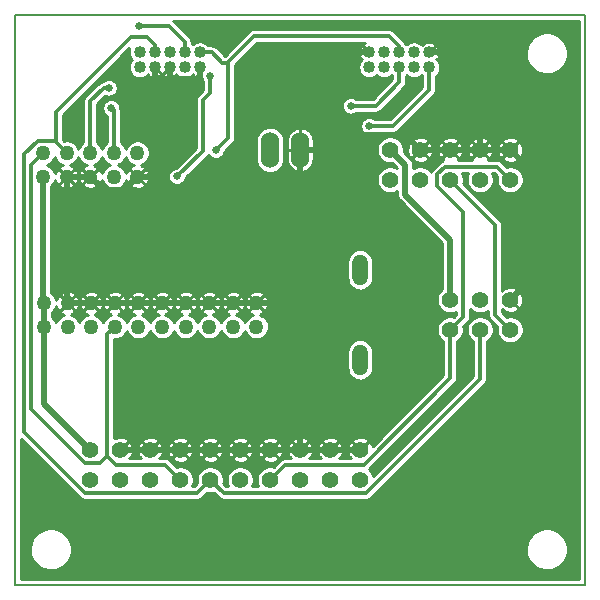
<source format=gbl>
G04 #@! TF.FileFunction,Copper,L2,Bot,Signal*
%FSLAX46Y46*%
G04 Gerber Fmt 4.6, Leading zero omitted, Abs format (unit mm)*
G04 Created by KiCad (PCBNEW 4.0.2-stable) date 30/04/2017 18:34:37*
%MOMM*%
G01*
G04 APERTURE LIST*
%ADD10C,0.100000*%
%ADD11C,0.150000*%
%ADD12C,1.422400*%
%ADD13O,1.320800X2.641600*%
%ADD14O,1.524000X3.048000*%
%ADD15C,1.270000*%
%ADD16C,1.016000*%
%ADD17C,0.635000*%
%ADD18C,0.304800*%
%ADD19C,0.508000*%
%ADD20C,0.254000*%
G04 APERTURE END LIST*
D10*
D11*
X50800000Y-160020000D02*
X99060000Y-160020000D01*
X99060000Y-160020000D02*
X99060000Y-111760000D01*
X99060000Y-111760000D02*
X50800000Y-111760000D01*
X50800000Y-111760000D02*
X50800000Y-160020000D01*
D12*
X82550000Y-125730000D03*
X82550000Y-123190000D03*
X85090000Y-125730000D03*
X85090000Y-123190000D03*
X87630000Y-125730000D03*
X87630000Y-123190000D03*
X90170000Y-125730000D03*
X90170000Y-123190000D03*
X92710000Y-125730000D03*
X92710000Y-123190000D03*
X87630000Y-138430000D03*
X87630000Y-135890000D03*
X90170000Y-138430000D03*
X90170000Y-135890000D03*
X92710000Y-138430000D03*
X92710000Y-135890000D03*
X57150000Y-151130000D03*
X57150000Y-148590000D03*
X59690000Y-151130000D03*
X59690000Y-148590000D03*
X62230000Y-151130000D03*
X62230000Y-148590000D03*
X64770000Y-151130000D03*
X64770000Y-148590000D03*
X67310000Y-151130000D03*
X67310000Y-148590000D03*
X69850000Y-151130000D03*
X69850000Y-148590000D03*
X72390000Y-151130000D03*
X72390000Y-148590000D03*
X74930000Y-151130000D03*
X74930000Y-148590000D03*
X77470000Y-151130000D03*
X77470000Y-148590000D03*
X80010000Y-151130000D03*
X80010000Y-148590000D03*
D13*
X80010000Y-140970000D03*
X80010000Y-133350000D03*
D14*
X72390000Y-123190000D03*
X74930000Y-123190000D03*
D15*
X53150000Y-125460000D03*
X53150000Y-123460000D03*
X55150000Y-125460000D03*
X55150000Y-123460000D03*
X57150000Y-125460000D03*
X57150000Y-123460000D03*
X59150000Y-125460000D03*
X59150000Y-123460000D03*
X61150000Y-125460000D03*
X61150000Y-123460000D03*
X53230000Y-138160000D03*
X53230000Y-136160000D03*
X55230000Y-138160000D03*
X55230000Y-136160000D03*
X57230000Y-138160000D03*
X57230000Y-136160000D03*
X59230000Y-138160000D03*
X59230000Y-136160000D03*
X61230000Y-138160000D03*
X61230000Y-136160000D03*
X63230000Y-138160000D03*
X63230000Y-136160000D03*
X65230000Y-138160000D03*
X65230000Y-136160000D03*
X67230000Y-138160000D03*
X67230000Y-136160000D03*
X69230000Y-138160000D03*
X69230000Y-136160000D03*
X71230000Y-138160000D03*
X71230000Y-136160000D03*
D16*
X61341000Y-116205000D03*
X61341000Y-114935000D03*
X62611000Y-116205000D03*
X62611000Y-114935000D03*
X63881000Y-116205000D03*
X63881000Y-114935000D03*
X65151000Y-116205000D03*
X65151000Y-114935000D03*
X66421000Y-116205000D03*
X66421000Y-114935000D03*
X80772000Y-116205000D03*
X80772000Y-114935000D03*
X82042000Y-116205000D03*
X82042000Y-114935000D03*
X83312000Y-116205000D03*
X83312000Y-114935000D03*
X84582000Y-116205000D03*
X84582000Y-114935000D03*
X85852000Y-116205000D03*
X85852000Y-114935000D03*
D17*
X58727800Y-117948200D03*
X61267071Y-112712480D03*
X58928000Y-119633996D03*
X80772000Y-121158000D03*
X67806400Y-123232900D03*
X79209800Y-119465500D03*
X64489300Y-125448500D03*
X67322200Y-116924100D03*
D18*
X58727800Y-117948200D02*
X58278788Y-117948200D01*
X58278788Y-117948200D02*
X57150000Y-119076988D01*
X57150000Y-122561975D02*
X57150000Y-123460000D01*
X57150000Y-119076988D02*
X57150000Y-122561975D01*
X91593100Y-124613100D02*
X92710000Y-125730000D01*
X87201100Y-124613100D02*
X91593100Y-124613100D01*
X86537400Y-125276800D02*
X87201100Y-124613100D01*
X86537400Y-126288600D02*
X86537400Y-125276800D01*
X88722600Y-128473800D02*
X86537400Y-126288600D01*
X88722600Y-137337400D02*
X88722600Y-128473800D01*
X87630000Y-138430000D02*
X88722600Y-137337400D01*
X87630000Y-142523300D02*
X87630000Y-138430000D01*
X80293300Y-149860000D02*
X87630000Y-142523300D01*
X73660000Y-149860000D02*
X80293300Y-149860000D01*
X72390000Y-151130000D02*
X73660000Y-149860000D01*
D19*
X87630000Y-135890000D02*
X87630000Y-130810000D01*
X87630000Y-130810000D02*
X83820000Y-127000000D01*
X83820000Y-127000000D02*
X83820000Y-124460000D01*
X83820000Y-124460000D02*
X82550000Y-123190000D01*
X53150000Y-136080000D02*
X53150000Y-125460000D01*
X53230000Y-136160000D02*
X53150000Y-136080000D01*
X53230000Y-136160000D02*
X53230000Y-138160000D01*
X53230000Y-144670000D02*
X57150000Y-148590000D01*
X53230000Y-138160000D02*
X53230000Y-144670000D01*
D18*
X54257100Y-122423600D02*
X54257100Y-119986900D01*
X54257100Y-119986900D02*
X60579000Y-113665000D01*
X60579000Y-113665000D02*
X61976000Y-113665000D01*
X61976000Y-113665000D02*
X62611000Y-114300000D01*
X62611000Y-114300000D02*
X62611000Y-114935000D01*
X90170000Y-142573500D02*
X90170000Y-138430000D01*
X80483800Y-152259700D02*
X90170000Y-142573500D01*
X68439700Y-152259700D02*
X80483800Y-152259700D01*
X67310000Y-151130000D02*
X68439700Y-152259700D01*
X54257100Y-122567100D02*
X54257100Y-122423600D01*
X55150000Y-123460000D02*
X54257100Y-122567100D01*
X66176500Y-152263500D02*
X67310000Y-151130000D01*
X56736300Y-152263500D02*
X66176500Y-152263500D01*
X51578700Y-147105900D02*
X56736300Y-152263500D01*
X51578700Y-123550900D02*
X51578700Y-147105900D01*
X52706000Y-122423600D02*
X51578700Y-123550900D01*
X54257100Y-122423600D02*
X52706000Y-122423600D01*
X65151000Y-114935000D02*
X65151000Y-114046000D01*
X65151000Y-114046000D02*
X63817480Y-112712480D01*
X63817480Y-112712480D02*
X61716083Y-112712480D01*
X61716083Y-112712480D02*
X61267071Y-112712480D01*
X59150000Y-119855996D02*
X58928000Y-119633996D01*
X59150000Y-123460000D02*
X59150000Y-119855996D01*
X85852000Y-116205000D02*
X85852000Y-118110000D01*
X85852000Y-118110000D02*
X82804000Y-121158000D01*
X82804000Y-121158000D02*
X80772000Y-121158000D01*
X83312000Y-114935000D02*
X83312000Y-114427000D01*
X83312000Y-114427000D02*
X82423000Y-113538000D01*
X82423000Y-113538000D02*
X71025200Y-113538000D01*
X71025200Y-113538000D02*
X68834000Y-115729200D01*
X68834000Y-115729200D02*
X68834000Y-115824000D01*
X68834000Y-115824000D02*
X68326000Y-115824000D01*
X68326000Y-115824000D02*
X67437000Y-114935000D01*
X67437000Y-114935000D02*
X66421000Y-114935000D01*
X67806400Y-123232900D02*
X68834000Y-122205300D01*
X68834000Y-122205300D02*
X68834000Y-115951000D01*
X68834000Y-115951000D02*
X68707000Y-115824000D01*
X91440000Y-137160000D02*
X92710000Y-138430000D01*
X91440000Y-129540000D02*
X91440000Y-137160000D01*
X87630000Y-125730000D02*
X91440000Y-129540000D01*
D19*
X79032102Y-121958102D02*
X78232000Y-121158000D01*
X83858102Y-121958102D02*
X79032102Y-121958102D01*
X85090000Y-123190000D02*
X83858102Y-121958102D01*
X80053600Y-114935000D02*
X80772000Y-114935000D01*
X78232000Y-116757000D02*
X80053600Y-114935000D01*
X78232000Y-121158000D02*
X78232000Y-116757000D01*
X93421200Y-135179000D02*
X92710000Y-135890000D01*
X94361000Y-134239000D02*
X93421200Y-135179000D01*
X94361000Y-124841000D02*
X94361000Y-134239000D01*
X92710000Y-123190000D02*
X94361000Y-124841000D01*
X74930000Y-123190000D02*
X74930000Y-132460000D01*
X55150000Y-136080000D02*
X55230000Y-136160000D01*
X55150000Y-125460000D02*
X55150000Y-136080000D01*
X57785000Y-126095000D02*
X57150000Y-125460000D01*
X58267600Y-126578000D02*
X57785000Y-126095000D01*
X60032400Y-126578000D02*
X58267600Y-126578000D01*
X61150000Y-125460000D02*
X60032400Y-126578000D01*
X55150000Y-125460000D02*
X57150000Y-125460000D01*
X65278000Y-122230000D02*
X65278000Y-117196000D01*
X62048000Y-125460000D02*
X65278000Y-122230000D01*
X61150000Y-125460000D02*
X62048000Y-125460000D01*
X62883200Y-117196000D02*
X64153200Y-117196000D01*
X62611000Y-116923000D02*
X62883200Y-117196000D01*
X62611000Y-116205000D02*
X62611000Y-116923000D01*
X63881000Y-116923000D02*
X63881000Y-116205000D01*
X64153200Y-117196000D02*
X63881000Y-116923000D01*
X90170000Y-118535000D02*
X90170000Y-123190000D01*
X86570400Y-114935000D02*
X90170000Y-118535000D01*
X85852000Y-114935000D02*
X86570400Y-114935000D01*
X92710000Y-123190000D02*
X90170000Y-123190000D01*
X90170000Y-123190000D02*
X87630000Y-123190000D01*
X87630000Y-123190000D02*
X85090000Y-123190000D01*
X66148800Y-117196000D02*
X65278000Y-117196000D01*
X66421000Y-116923000D02*
X66148800Y-117196000D01*
X66421000Y-116205000D02*
X66421000Y-116923000D01*
X65278000Y-117196000D02*
X64153200Y-117196000D01*
X69230000Y-136160000D02*
X71230000Y-136160000D01*
X74930000Y-132460000D02*
X74930000Y-136144000D01*
X74914000Y-136160000D02*
X71230000Y-136160000D01*
X74930000Y-136144000D02*
X74914000Y-136160000D01*
X74930000Y-132460000D02*
X74930000Y-136144000D01*
X74930000Y-136144000D02*
X74930000Y-148590000D01*
X76200000Y-123190000D02*
X74930000Y-123190000D01*
X78232000Y-121158000D02*
X76200000Y-123190000D01*
X74930000Y-148590000D02*
X77470000Y-148590000D01*
X77470000Y-148590000D02*
X80010000Y-148590000D01*
X72390000Y-148590000D02*
X74930000Y-148590000D01*
X67230000Y-136160000D02*
X69230000Y-136160000D01*
X65230000Y-136160000D02*
X67230000Y-136160000D01*
X69850000Y-148590000D02*
X72390000Y-148590000D01*
X67310000Y-148590000D02*
X69850000Y-148590000D01*
X63230000Y-136160000D02*
X65230000Y-136160000D01*
X61230000Y-136160000D02*
X63230000Y-136160000D01*
X64770000Y-148590000D02*
X67310000Y-148590000D01*
X59690000Y-148590000D02*
X62230000Y-148590000D01*
X62230000Y-148590000D02*
X64770000Y-148590000D01*
X59230000Y-136160000D02*
X61230000Y-136160000D01*
X55230000Y-136160000D02*
X57230000Y-136160000D01*
X57230000Y-136160000D02*
X59230000Y-136160000D01*
D18*
X79209800Y-119465500D02*
X81321500Y-119465500D01*
X81321500Y-119465500D02*
X83312000Y-117475000D01*
X83312000Y-117475000D02*
X83312000Y-116205000D01*
X58597400Y-138792600D02*
X58597400Y-149135600D01*
X59230000Y-138160000D02*
X58597400Y-138792600D01*
X63500000Y-149860000D02*
X64770000Y-151130000D01*
X59321800Y-149860000D02*
X63500000Y-149860000D01*
X58597400Y-149135600D02*
X59321800Y-149860000D01*
X52127900Y-124482100D02*
X53150000Y-123460000D01*
X52127900Y-145128300D02*
X52127900Y-124482100D01*
X56724700Y-149725100D02*
X52127900Y-145128300D01*
X58007900Y-149725100D02*
X56724700Y-149725100D01*
X58597400Y-149135600D02*
X58007900Y-149725100D01*
X64489300Y-125448500D02*
X66675000Y-123262800D01*
X67322200Y-118351800D02*
X67322200Y-116924100D01*
X66675000Y-123262800D02*
X66675000Y-118999000D01*
X66675000Y-118999000D02*
X67322200Y-118351800D01*
D20*
G36*
X98558000Y-159518000D02*
X51302000Y-159518000D01*
X51302000Y-157169415D01*
X52020664Y-157169415D01*
X52083573Y-157512178D01*
X52211860Y-157836193D01*
X52400639Y-158129120D01*
X52642718Y-158379801D01*
X52928879Y-158578688D01*
X53248220Y-158718205D01*
X53588578Y-158793037D01*
X53936989Y-158800335D01*
X54280183Y-158739821D01*
X54605086Y-158613799D01*
X54899324Y-158427070D01*
X55151689Y-158186747D01*
X55352568Y-157901982D01*
X55494311Y-157583622D01*
X55571518Y-157243795D01*
X55572556Y-157169415D01*
X94020664Y-157169415D01*
X94083573Y-157512178D01*
X94211860Y-157836193D01*
X94400639Y-158129120D01*
X94642718Y-158379801D01*
X94928879Y-158578688D01*
X95248220Y-158718205D01*
X95588578Y-158793037D01*
X95936989Y-158800335D01*
X96280183Y-158739821D01*
X96605086Y-158613799D01*
X96899324Y-158427070D01*
X97151689Y-158186747D01*
X97352568Y-157901982D01*
X97494311Y-157583622D01*
X97571518Y-157243795D01*
X97577076Y-156845756D01*
X97509388Y-156503905D01*
X97376589Y-156181713D01*
X97183739Y-155891450D01*
X96938183Y-155644173D01*
X96649274Y-155449301D01*
X96328016Y-155314257D01*
X95986646Y-155244184D01*
X95638167Y-155241751D01*
X95295852Y-155307051D01*
X94972740Y-155437597D01*
X94681137Y-155628416D01*
X94432153Y-155872240D01*
X94235269Y-156159782D01*
X94097985Y-156480089D01*
X94025530Y-156820961D01*
X94020664Y-157169415D01*
X55572556Y-157169415D01*
X55577076Y-156845756D01*
X55509388Y-156503905D01*
X55376589Y-156181713D01*
X55183739Y-155891450D01*
X54938183Y-155644173D01*
X54649274Y-155449301D01*
X54328016Y-155314257D01*
X53986646Y-155244184D01*
X53638167Y-155241751D01*
X53295852Y-155307051D01*
X52972740Y-155437597D01*
X52681137Y-155628416D01*
X52432153Y-155872240D01*
X52235269Y-156159782D01*
X52097985Y-156480089D01*
X52025530Y-156820961D01*
X52020664Y-157169415D01*
X51302000Y-157169415D01*
X51302000Y-147648596D01*
X56326602Y-152673198D01*
X56367972Y-152707180D01*
X56408958Y-152741571D01*
X56411630Y-152743040D01*
X56413982Y-152744972D01*
X56461135Y-152770255D01*
X56508050Y-152796047D01*
X56510954Y-152796968D01*
X56513639Y-152798408D01*
X56564812Y-152814053D01*
X56615836Y-152830239D01*
X56618865Y-152830579D01*
X56621777Y-152831469D01*
X56674958Y-152836871D01*
X56728210Y-152842844D01*
X56734172Y-152842885D01*
X56734278Y-152842896D01*
X56734377Y-152842887D01*
X56736300Y-152842900D01*
X66176500Y-152842900D01*
X66229742Y-152837679D01*
X66283081Y-152833013D01*
X66286010Y-152832162D01*
X66289039Y-152831865D01*
X66340237Y-152816408D01*
X66391670Y-152801465D01*
X66394376Y-152800062D01*
X66397292Y-152799182D01*
X66444544Y-152774058D01*
X66492064Y-152749426D01*
X66494445Y-152747525D01*
X66497135Y-152746095D01*
X66538559Y-152712310D01*
X66580438Y-152678879D01*
X66584685Y-152674690D01*
X66584765Y-152674625D01*
X66584826Y-152674551D01*
X66586198Y-152673198D01*
X67026329Y-152233067D01*
X67174581Y-152265662D01*
X67397744Y-152270336D01*
X67595985Y-152235381D01*
X68030002Y-152669398D01*
X68071372Y-152703380D01*
X68112358Y-152737771D01*
X68115030Y-152739240D01*
X68117382Y-152741172D01*
X68164535Y-152766455D01*
X68211450Y-152792247D01*
X68214354Y-152793168D01*
X68217039Y-152794608D01*
X68268212Y-152810253D01*
X68319236Y-152826439D01*
X68322265Y-152826779D01*
X68325177Y-152827669D01*
X68378358Y-152833071D01*
X68431610Y-152839044D01*
X68437572Y-152839085D01*
X68437678Y-152839096D01*
X68437777Y-152839087D01*
X68439700Y-152839100D01*
X80483800Y-152839100D01*
X80537042Y-152833879D01*
X80590381Y-152829213D01*
X80593310Y-152828362D01*
X80596339Y-152828065D01*
X80647537Y-152812608D01*
X80698970Y-152797665D01*
X80701676Y-152796262D01*
X80704592Y-152795382D01*
X80751844Y-152770258D01*
X80799364Y-152745626D01*
X80801745Y-152743725D01*
X80804435Y-152742295D01*
X80845859Y-152708510D01*
X80887738Y-152675079D01*
X80891985Y-152670890D01*
X80892065Y-152670825D01*
X80892126Y-152670751D01*
X80893498Y-152669398D01*
X90579697Y-142983198D01*
X90613655Y-142941857D01*
X90648071Y-142900842D01*
X90649540Y-142898170D01*
X90651472Y-142895818D01*
X90676755Y-142848665D01*
X90702547Y-142801750D01*
X90703468Y-142798846D01*
X90704908Y-142796161D01*
X90720553Y-142744988D01*
X90736739Y-142693964D01*
X90737079Y-142690935D01*
X90737969Y-142688023D01*
X90743371Y-142634837D01*
X90749344Y-142581590D01*
X90749385Y-142575629D01*
X90749396Y-142575523D01*
X90749387Y-142575424D01*
X90749400Y-142573500D01*
X90749400Y-139410414D01*
X90874136Y-139331253D01*
X91035781Y-139177322D01*
X91164447Y-138994925D01*
X91255236Y-138791010D01*
X91304689Y-138573344D01*
X91308249Y-138318394D01*
X91264893Y-138099432D01*
X91179833Y-137893062D01*
X91056309Y-137707144D01*
X90899026Y-137548759D01*
X90713975Y-137423940D01*
X90508203Y-137337441D01*
X90289550Y-137292558D01*
X90066343Y-137291000D01*
X89847084Y-137332826D01*
X89640125Y-137416443D01*
X89453349Y-137538666D01*
X89293870Y-137694839D01*
X89167762Y-137879015D01*
X89079829Y-138084177D01*
X89033421Y-138302512D01*
X89030304Y-138525703D01*
X89070598Y-138745248D01*
X89152768Y-138952786D01*
X89273684Y-139140411D01*
X89428741Y-139300977D01*
X89590600Y-139413472D01*
X89590600Y-142333505D01*
X81108162Y-150815942D01*
X81104893Y-150799432D01*
X81019833Y-150593062D01*
X80896309Y-150407144D01*
X80739026Y-150248759D01*
X80730015Y-150242681D01*
X88039698Y-142932997D01*
X88073641Y-142891674D01*
X88108071Y-142850642D01*
X88109541Y-142847967D01*
X88111472Y-142845617D01*
X88136744Y-142798486D01*
X88162547Y-142751550D01*
X88163468Y-142748646D01*
X88164908Y-142745961D01*
X88180566Y-142694747D01*
X88196739Y-142643764D01*
X88197078Y-142640740D01*
X88197970Y-142637823D01*
X88203376Y-142584592D01*
X88209344Y-142531390D01*
X88209385Y-142525428D01*
X88209396Y-142525322D01*
X88209387Y-142525223D01*
X88209400Y-142523300D01*
X88209400Y-139410414D01*
X88334136Y-139331253D01*
X88495781Y-139177322D01*
X88624447Y-138994925D01*
X88715236Y-138791010D01*
X88764689Y-138573344D01*
X88768249Y-138318394D01*
X88733995Y-138145400D01*
X89132298Y-137747097D01*
X89166241Y-137705774D01*
X89200671Y-137664742D01*
X89202141Y-137662067D01*
X89204072Y-137659717D01*
X89229344Y-137612586D01*
X89255147Y-137565650D01*
X89256068Y-137562746D01*
X89257508Y-137560061D01*
X89273166Y-137508847D01*
X89289339Y-137457864D01*
X89289678Y-137454840D01*
X89290570Y-137451923D01*
X89295976Y-137398692D01*
X89301944Y-137345490D01*
X89301985Y-137339528D01*
X89301996Y-137339422D01*
X89301987Y-137339323D01*
X89302000Y-137337400D01*
X89302000Y-136629733D01*
X89428741Y-136760977D01*
X89612031Y-136888367D01*
X89816575Y-136977730D01*
X90034581Y-137025662D01*
X90257744Y-137030336D01*
X90477565Y-136991576D01*
X90685672Y-136910857D01*
X90860600Y-136799843D01*
X90860600Y-137160000D01*
X90865821Y-137213242D01*
X90870487Y-137266581D01*
X90871338Y-137269510D01*
X90871635Y-137272539D01*
X90887092Y-137323737D01*
X90902035Y-137375170D01*
X90903438Y-137377876D01*
X90904318Y-137380792D01*
X90929442Y-137428044D01*
X90954074Y-137475564D01*
X90955975Y-137477945D01*
X90957405Y-137480635D01*
X90991190Y-137522059D01*
X91024621Y-137563938D01*
X91028810Y-137568185D01*
X91028875Y-137568265D01*
X91028949Y-137568326D01*
X91030302Y-137569698D01*
X91606673Y-138146069D01*
X91573421Y-138302512D01*
X91570304Y-138525703D01*
X91610598Y-138745248D01*
X91692768Y-138952786D01*
X91813684Y-139140411D01*
X91968741Y-139300977D01*
X92152031Y-139428367D01*
X92356575Y-139517730D01*
X92574581Y-139565662D01*
X92797744Y-139570336D01*
X93017565Y-139531576D01*
X93225672Y-139450857D01*
X93414136Y-139331253D01*
X93575781Y-139177322D01*
X93704447Y-138994925D01*
X93795236Y-138791010D01*
X93844689Y-138573344D01*
X93848249Y-138318394D01*
X93804893Y-138099432D01*
X93719833Y-137893062D01*
X93596309Y-137707144D01*
X93439026Y-137548759D01*
X93253975Y-137423940D01*
X93048203Y-137337441D01*
X92829550Y-137292558D01*
X92606343Y-137291000D01*
X92424991Y-137325595D01*
X92019400Y-136920004D01*
X92019400Y-136651111D01*
X92064728Y-136778992D01*
X92250561Y-136887796D01*
X92454049Y-136958257D01*
X92667373Y-136987664D01*
X92882336Y-136974888D01*
X93090676Y-136920422D01*
X93284387Y-136826356D01*
X93355272Y-136778992D01*
X93418867Y-136599575D01*
X92710000Y-135890707D01*
X92695858Y-135904850D01*
X92695150Y-135904142D01*
X92709293Y-135890000D01*
X92710707Y-135890000D01*
X93419575Y-136598867D01*
X93598992Y-136535272D01*
X93707796Y-136349439D01*
X93778257Y-136145951D01*
X93807664Y-135932627D01*
X93794888Y-135717664D01*
X93740422Y-135509324D01*
X93646356Y-135315613D01*
X93598992Y-135244728D01*
X93419575Y-135181133D01*
X92710707Y-135890000D01*
X92709293Y-135890000D01*
X92695150Y-135875858D01*
X92695858Y-135875150D01*
X92710000Y-135889293D01*
X93418867Y-135180425D01*
X93355272Y-135001008D01*
X93169439Y-134892204D01*
X92965951Y-134821743D01*
X92752627Y-134792336D01*
X92537664Y-134805112D01*
X92329324Y-134859578D01*
X92135613Y-134953644D01*
X92064728Y-135001008D01*
X92019400Y-135128889D01*
X92019400Y-129540000D01*
X92014179Y-129486758D01*
X92009513Y-129433419D01*
X92008662Y-129430490D01*
X92008365Y-129427461D01*
X91992908Y-129376263D01*
X91977965Y-129324830D01*
X91976562Y-129322124D01*
X91975682Y-129319208D01*
X91950558Y-129271956D01*
X91925926Y-129224436D01*
X91924025Y-129222055D01*
X91922595Y-129219365D01*
X91888790Y-129177917D01*
X91855379Y-129136063D01*
X91851195Y-129131821D01*
X91851125Y-129131735D01*
X91851045Y-129131669D01*
X91849698Y-129130303D01*
X88732855Y-126013459D01*
X88764689Y-125873344D01*
X88768249Y-125618394D01*
X88724893Y-125399432D01*
X88639833Y-125193062D01*
X88639460Y-125192500D01*
X89161982Y-125192500D01*
X89079829Y-125384177D01*
X89033421Y-125602512D01*
X89030304Y-125825703D01*
X89070598Y-126045248D01*
X89152768Y-126252786D01*
X89273684Y-126440411D01*
X89428741Y-126600977D01*
X89612031Y-126728367D01*
X89816575Y-126817730D01*
X90034581Y-126865662D01*
X90257744Y-126870336D01*
X90477565Y-126831576D01*
X90685672Y-126750857D01*
X90874136Y-126631253D01*
X91035781Y-126477322D01*
X91164447Y-126294925D01*
X91255236Y-126091010D01*
X91304689Y-125873344D01*
X91308249Y-125618394D01*
X91264893Y-125399432D01*
X91179833Y-125193062D01*
X91179460Y-125192500D01*
X91353104Y-125192500D01*
X91606673Y-125446069D01*
X91573421Y-125602512D01*
X91570304Y-125825703D01*
X91610598Y-126045248D01*
X91692768Y-126252786D01*
X91813684Y-126440411D01*
X91968741Y-126600977D01*
X92152031Y-126728367D01*
X92356575Y-126817730D01*
X92574581Y-126865662D01*
X92797744Y-126870336D01*
X93017565Y-126831576D01*
X93225672Y-126750857D01*
X93414136Y-126631253D01*
X93575781Y-126477322D01*
X93704447Y-126294925D01*
X93795236Y-126091010D01*
X93844689Y-125873344D01*
X93848249Y-125618394D01*
X93804893Y-125399432D01*
X93719833Y-125193062D01*
X93596309Y-125007144D01*
X93439026Y-124848759D01*
X93253975Y-124723940D01*
X93048203Y-124637441D01*
X92829550Y-124592558D01*
X92606343Y-124591000D01*
X92424991Y-124625595D01*
X92002798Y-124203402D01*
X91961428Y-124169420D01*
X91920442Y-124135029D01*
X91917770Y-124133560D01*
X91915418Y-124131628D01*
X91868265Y-124106345D01*
X91821350Y-124080553D01*
X91818446Y-124079632D01*
X91815761Y-124078192D01*
X91764588Y-124062547D01*
X91713564Y-124046361D01*
X91710535Y-124046021D01*
X91707623Y-124045131D01*
X91654442Y-124039729D01*
X91601190Y-124033756D01*
X91595228Y-124033715D01*
X91595122Y-124033704D01*
X91595023Y-124033713D01*
X91593100Y-124033700D01*
X90831326Y-124033700D01*
X90878867Y-123899575D01*
X92001133Y-123899575D01*
X92064728Y-124078992D01*
X92250561Y-124187796D01*
X92454049Y-124258257D01*
X92667373Y-124287664D01*
X92882336Y-124274888D01*
X93090676Y-124220422D01*
X93284387Y-124126356D01*
X93355272Y-124078992D01*
X93418867Y-123899575D01*
X92710000Y-123190707D01*
X92001133Y-123899575D01*
X90878867Y-123899575D01*
X90170000Y-123190707D01*
X89461133Y-123899575D01*
X89508674Y-124033700D01*
X88291326Y-124033700D01*
X88338867Y-123899575D01*
X87630000Y-123190707D01*
X86921133Y-123899575D01*
X86983760Y-124076260D01*
X86983224Y-124076538D01*
X86980308Y-124077418D01*
X86933056Y-124102542D01*
X86885536Y-124127174D01*
X86883155Y-124129075D01*
X86880465Y-124130505D01*
X86839017Y-124164310D01*
X86797163Y-124197721D01*
X86792921Y-124201905D01*
X86792835Y-124201975D01*
X86792769Y-124202055D01*
X86791403Y-124203402D01*
X86127702Y-124867102D01*
X86093720Y-124908472D01*
X86059329Y-124949458D01*
X86057860Y-124952130D01*
X86055928Y-124954482D01*
X86030645Y-125001635D01*
X86004853Y-125048550D01*
X86004519Y-125049603D01*
X85976309Y-125007144D01*
X85819026Y-124848759D01*
X85633975Y-124723940D01*
X85428203Y-124637441D01*
X85209550Y-124592558D01*
X84986343Y-124591000D01*
X84767084Y-124632826D01*
X84560125Y-124716443D01*
X84501000Y-124755133D01*
X84501000Y-124460000D01*
X84494865Y-124397428D01*
X84489379Y-124334730D01*
X84488379Y-124331289D01*
X84488030Y-124327726D01*
X84469839Y-124267473D01*
X84452298Y-124207098D01*
X84450652Y-124203923D01*
X84449616Y-124200491D01*
X84420088Y-124144957D01*
X84391135Y-124089100D01*
X84388898Y-124086298D01*
X84387219Y-124083140D01*
X84347485Y-124034421D01*
X84308216Y-123985230D01*
X84303301Y-123980246D01*
X84303218Y-123980144D01*
X84303124Y-123980066D01*
X84301540Y-123978460D01*
X84222655Y-123899575D01*
X84381133Y-123899575D01*
X84444728Y-124078992D01*
X84630561Y-124187796D01*
X84834049Y-124258257D01*
X85047373Y-124287664D01*
X85262336Y-124274888D01*
X85470676Y-124220422D01*
X85664387Y-124126356D01*
X85735272Y-124078992D01*
X85798867Y-123899575D01*
X85090000Y-123190707D01*
X84381133Y-123899575D01*
X84222655Y-123899575D01*
X83679456Y-123356376D01*
X83684689Y-123333344D01*
X83687285Y-123147373D01*
X83992336Y-123147373D01*
X84005112Y-123362336D01*
X84059578Y-123570676D01*
X84153644Y-123764387D01*
X84201008Y-123835272D01*
X84380425Y-123898867D01*
X85089293Y-123190000D01*
X85090707Y-123190000D01*
X85799575Y-123898867D01*
X85978992Y-123835272D01*
X86087796Y-123649439D01*
X86158257Y-123445951D01*
X86187664Y-123232627D01*
X86182598Y-123147373D01*
X86532336Y-123147373D01*
X86545112Y-123362336D01*
X86599578Y-123570676D01*
X86693644Y-123764387D01*
X86741008Y-123835272D01*
X86920425Y-123898867D01*
X87629293Y-123190000D01*
X87630707Y-123190000D01*
X88339575Y-123898867D01*
X88518992Y-123835272D01*
X88627796Y-123649439D01*
X88698257Y-123445951D01*
X88727664Y-123232627D01*
X88722598Y-123147373D01*
X89072336Y-123147373D01*
X89085112Y-123362336D01*
X89139578Y-123570676D01*
X89233644Y-123764387D01*
X89281008Y-123835272D01*
X89460425Y-123898867D01*
X90169293Y-123190000D01*
X90170707Y-123190000D01*
X90879575Y-123898867D01*
X91058992Y-123835272D01*
X91167796Y-123649439D01*
X91238257Y-123445951D01*
X91267664Y-123232627D01*
X91262598Y-123147373D01*
X91612336Y-123147373D01*
X91625112Y-123362336D01*
X91679578Y-123570676D01*
X91773644Y-123764387D01*
X91821008Y-123835272D01*
X92000425Y-123898867D01*
X92709293Y-123190000D01*
X92710707Y-123190000D01*
X93419575Y-123898867D01*
X93598992Y-123835272D01*
X93707796Y-123649439D01*
X93778257Y-123445951D01*
X93807664Y-123232627D01*
X93794888Y-123017664D01*
X93740422Y-122809324D01*
X93646356Y-122615613D01*
X93598992Y-122544728D01*
X93419575Y-122481133D01*
X92710707Y-123190000D01*
X92709293Y-123190000D01*
X92000425Y-122481133D01*
X91821008Y-122544728D01*
X91712204Y-122730561D01*
X91641743Y-122934049D01*
X91612336Y-123147373D01*
X91262598Y-123147373D01*
X91254888Y-123017664D01*
X91200422Y-122809324D01*
X91106356Y-122615613D01*
X91058992Y-122544728D01*
X90879575Y-122481133D01*
X90170707Y-123190000D01*
X90169293Y-123190000D01*
X89460425Y-122481133D01*
X89281008Y-122544728D01*
X89172204Y-122730561D01*
X89101743Y-122934049D01*
X89072336Y-123147373D01*
X88722598Y-123147373D01*
X88714888Y-123017664D01*
X88660422Y-122809324D01*
X88566356Y-122615613D01*
X88518992Y-122544728D01*
X88339575Y-122481133D01*
X87630707Y-123190000D01*
X87629293Y-123190000D01*
X86920425Y-122481133D01*
X86741008Y-122544728D01*
X86632204Y-122730561D01*
X86561743Y-122934049D01*
X86532336Y-123147373D01*
X86182598Y-123147373D01*
X86174888Y-123017664D01*
X86120422Y-122809324D01*
X86026356Y-122615613D01*
X85978992Y-122544728D01*
X85799575Y-122481133D01*
X85090707Y-123190000D01*
X85089293Y-123190000D01*
X84380425Y-122481133D01*
X84201008Y-122544728D01*
X84092204Y-122730561D01*
X84021743Y-122934049D01*
X83992336Y-123147373D01*
X83687285Y-123147373D01*
X83688249Y-123078394D01*
X83644893Y-122859432D01*
X83559833Y-122653062D01*
X83445133Y-122480425D01*
X84381133Y-122480425D01*
X85090000Y-123189293D01*
X85798867Y-122480425D01*
X86921133Y-122480425D01*
X87630000Y-123189293D01*
X88338867Y-122480425D01*
X89461133Y-122480425D01*
X90170000Y-123189293D01*
X90878867Y-122480425D01*
X92001133Y-122480425D01*
X92710000Y-123189293D01*
X93418867Y-122480425D01*
X93355272Y-122301008D01*
X93169439Y-122192204D01*
X92965951Y-122121743D01*
X92752627Y-122092336D01*
X92537664Y-122105112D01*
X92329324Y-122159578D01*
X92135613Y-122253644D01*
X92064728Y-122301008D01*
X92001133Y-122480425D01*
X90878867Y-122480425D01*
X90815272Y-122301008D01*
X90629439Y-122192204D01*
X90425951Y-122121743D01*
X90212627Y-122092336D01*
X89997664Y-122105112D01*
X89789324Y-122159578D01*
X89595613Y-122253644D01*
X89524728Y-122301008D01*
X89461133Y-122480425D01*
X88338867Y-122480425D01*
X88275272Y-122301008D01*
X88089439Y-122192204D01*
X87885951Y-122121743D01*
X87672627Y-122092336D01*
X87457664Y-122105112D01*
X87249324Y-122159578D01*
X87055613Y-122253644D01*
X86984728Y-122301008D01*
X86921133Y-122480425D01*
X85798867Y-122480425D01*
X85735272Y-122301008D01*
X85549439Y-122192204D01*
X85345951Y-122121743D01*
X85132627Y-122092336D01*
X84917664Y-122105112D01*
X84709324Y-122159578D01*
X84515613Y-122253644D01*
X84444728Y-122301008D01*
X84381133Y-122480425D01*
X83445133Y-122480425D01*
X83436309Y-122467144D01*
X83279026Y-122308759D01*
X83093975Y-122183940D01*
X82888203Y-122097441D01*
X82669550Y-122052558D01*
X82446343Y-122051000D01*
X82227084Y-122092826D01*
X82020125Y-122176443D01*
X81833349Y-122298666D01*
X81673870Y-122454839D01*
X81547762Y-122639015D01*
X81459829Y-122844177D01*
X81413421Y-123062512D01*
X81410304Y-123285703D01*
X81450598Y-123505248D01*
X81532768Y-123712786D01*
X81653684Y-123900411D01*
X81808741Y-124060977D01*
X81992031Y-124188367D01*
X82196575Y-124277730D01*
X82414581Y-124325662D01*
X82637744Y-124330336D01*
X82713839Y-124316919D01*
X83139000Y-124742080D01*
X83139000Y-124754310D01*
X83093975Y-124723940D01*
X82888203Y-124637441D01*
X82669550Y-124592558D01*
X82446343Y-124591000D01*
X82227084Y-124632826D01*
X82020125Y-124716443D01*
X81833349Y-124838666D01*
X81673870Y-124994839D01*
X81547762Y-125179015D01*
X81459829Y-125384177D01*
X81413421Y-125602512D01*
X81410304Y-125825703D01*
X81450598Y-126045248D01*
X81532768Y-126252786D01*
X81653684Y-126440411D01*
X81808741Y-126600977D01*
X81992031Y-126728367D01*
X82196575Y-126817730D01*
X82414581Y-126865662D01*
X82637744Y-126870336D01*
X82857565Y-126831576D01*
X83065672Y-126750857D01*
X83139000Y-126704321D01*
X83139000Y-127000000D01*
X83145135Y-127062572D01*
X83150621Y-127125270D01*
X83151621Y-127128711D01*
X83151970Y-127132274D01*
X83170161Y-127192527D01*
X83187702Y-127252902D01*
X83189348Y-127256077D01*
X83190384Y-127259509D01*
X83219923Y-127315063D01*
X83248865Y-127370899D01*
X83251100Y-127373699D01*
X83252781Y-127376860D01*
X83292533Y-127425601D01*
X83331784Y-127474770D01*
X83336699Y-127479754D01*
X83336782Y-127479856D01*
X83336876Y-127479934D01*
X83338460Y-127481540D01*
X86949000Y-131092079D01*
X86949000Y-134975337D01*
X86913349Y-134998666D01*
X86753870Y-135154839D01*
X86627762Y-135339015D01*
X86539829Y-135544177D01*
X86493421Y-135762512D01*
X86490304Y-135985703D01*
X86530598Y-136205248D01*
X86612768Y-136412786D01*
X86733684Y-136600411D01*
X86888741Y-136760977D01*
X87072031Y-136888367D01*
X87276575Y-136977730D01*
X87494581Y-137025662D01*
X87717744Y-137030336D01*
X87937565Y-136991576D01*
X88143200Y-136911816D01*
X88143200Y-137097405D01*
X87914241Y-137326364D01*
X87749550Y-137292558D01*
X87526343Y-137291000D01*
X87307084Y-137332826D01*
X87100125Y-137416443D01*
X86913349Y-137538666D01*
X86753870Y-137694839D01*
X86627762Y-137879015D01*
X86539829Y-138084177D01*
X86493421Y-138302512D01*
X86490304Y-138525703D01*
X86530598Y-138745248D01*
X86612768Y-138952786D01*
X86733684Y-139140411D01*
X86888741Y-139300977D01*
X87050600Y-139413472D01*
X87050600Y-142283305D01*
X81057864Y-148276041D01*
X81040422Y-148209324D01*
X80946356Y-148015613D01*
X80898992Y-147944728D01*
X80719575Y-147881133D01*
X80010707Y-148590000D01*
X80024850Y-148604142D01*
X80024142Y-148604850D01*
X80010000Y-148590707D01*
X79995858Y-148604850D01*
X79995150Y-148604142D01*
X80009293Y-148590000D01*
X79300425Y-147881133D01*
X79121008Y-147944728D01*
X79012204Y-148130561D01*
X78941743Y-148334049D01*
X78912336Y-148547373D01*
X78925112Y-148762336D01*
X78979578Y-148970676D01*
X79073644Y-149164387D01*
X79121008Y-149235272D01*
X79248889Y-149280600D01*
X78231111Y-149280600D01*
X78358992Y-149235272D01*
X78467796Y-149049439D01*
X78538257Y-148845951D01*
X78567664Y-148632627D01*
X78554888Y-148417664D01*
X78500422Y-148209324D01*
X78406356Y-148015613D01*
X78358992Y-147944728D01*
X78179575Y-147881133D01*
X77470707Y-148590000D01*
X77484850Y-148604142D01*
X77484142Y-148604850D01*
X77470000Y-148590707D01*
X77455858Y-148604850D01*
X77455150Y-148604142D01*
X77469293Y-148590000D01*
X76760425Y-147881133D01*
X76581008Y-147944728D01*
X76472204Y-148130561D01*
X76401743Y-148334049D01*
X76372336Y-148547373D01*
X76385112Y-148762336D01*
X76439578Y-148970676D01*
X76533644Y-149164387D01*
X76581008Y-149235272D01*
X76708889Y-149280600D01*
X75691111Y-149280600D01*
X75818992Y-149235272D01*
X75927796Y-149049439D01*
X75998257Y-148845951D01*
X76027664Y-148632627D01*
X76014888Y-148417664D01*
X75960422Y-148209324D01*
X75866356Y-148015613D01*
X75818992Y-147944728D01*
X75639575Y-147881133D01*
X74930707Y-148590000D01*
X74944850Y-148604142D01*
X74944142Y-148604850D01*
X74930000Y-148590707D01*
X74915858Y-148604850D01*
X74915150Y-148604142D01*
X74929293Y-148590000D01*
X74220425Y-147881133D01*
X74041008Y-147944728D01*
X73932204Y-148130561D01*
X73861743Y-148334049D01*
X73832336Y-148547373D01*
X73845112Y-148762336D01*
X73899578Y-148970676D01*
X73993644Y-149164387D01*
X74041008Y-149235272D01*
X74168889Y-149280600D01*
X73660000Y-149280600D01*
X73606762Y-149285820D01*
X73553418Y-149290487D01*
X73550488Y-149291338D01*
X73547461Y-149291635D01*
X73496289Y-149307085D01*
X73444829Y-149322035D01*
X73442122Y-149323438D01*
X73439208Y-149324318D01*
X73391974Y-149349432D01*
X73344436Y-149374074D01*
X73342055Y-149375975D01*
X73339365Y-149377405D01*
X73297911Y-149411215D01*
X73256062Y-149444622D01*
X73251817Y-149448809D01*
X73251735Y-149448875D01*
X73251673Y-149448950D01*
X73250302Y-149450302D01*
X72674240Y-150026364D01*
X72509550Y-149992558D01*
X72286343Y-149991000D01*
X72067084Y-150032826D01*
X71860125Y-150116443D01*
X71673349Y-150238666D01*
X71513870Y-150394839D01*
X71387762Y-150579015D01*
X71299829Y-150784177D01*
X71253421Y-151002512D01*
X71250304Y-151225703D01*
X71290598Y-151445248D01*
X71372768Y-151652786D01*
X71390500Y-151680300D01*
X70850958Y-151680300D01*
X70935236Y-151491010D01*
X70984689Y-151273344D01*
X70988249Y-151018394D01*
X70944893Y-150799432D01*
X70859833Y-150593062D01*
X70736309Y-150407144D01*
X70579026Y-150248759D01*
X70393975Y-150123940D01*
X70188203Y-150037441D01*
X69969550Y-149992558D01*
X69746343Y-149991000D01*
X69527084Y-150032826D01*
X69320125Y-150116443D01*
X69133349Y-150238666D01*
X68973870Y-150394839D01*
X68847762Y-150579015D01*
X68759829Y-150784177D01*
X68713421Y-151002512D01*
X68710304Y-151225703D01*
X68750598Y-151445248D01*
X68832768Y-151652786D01*
X68850500Y-151680300D01*
X68679696Y-151680300D01*
X68412855Y-151413459D01*
X68444689Y-151273344D01*
X68448249Y-151018394D01*
X68404893Y-150799432D01*
X68319833Y-150593062D01*
X68196309Y-150407144D01*
X68039026Y-150248759D01*
X67853975Y-150123940D01*
X67648203Y-150037441D01*
X67429550Y-149992558D01*
X67206343Y-149991000D01*
X66987084Y-150032826D01*
X66780125Y-150116443D01*
X66593349Y-150238666D01*
X66433870Y-150394839D01*
X66307762Y-150579015D01*
X66219829Y-150784177D01*
X66173421Y-151002512D01*
X66170304Y-151225703D01*
X66205133Y-151415471D01*
X65936504Y-151684100D01*
X65769267Y-151684100D01*
X65855236Y-151491010D01*
X65904689Y-151273344D01*
X65908249Y-151018394D01*
X65864893Y-150799432D01*
X65779833Y-150593062D01*
X65656309Y-150407144D01*
X65499026Y-150248759D01*
X65313975Y-150123940D01*
X65108203Y-150037441D01*
X64889550Y-149992558D01*
X64666343Y-149991000D01*
X64484991Y-150025595D01*
X63909698Y-149450302D01*
X63868328Y-149416320D01*
X63827342Y-149381929D01*
X63824670Y-149380460D01*
X63822318Y-149378528D01*
X63775165Y-149353245D01*
X63728250Y-149327453D01*
X63725346Y-149326532D01*
X63722661Y-149325092D01*
X63671488Y-149309447D01*
X63640368Y-149299575D01*
X64061133Y-149299575D01*
X64124728Y-149478992D01*
X64310561Y-149587796D01*
X64514049Y-149658257D01*
X64727373Y-149687664D01*
X64942336Y-149674888D01*
X65150676Y-149620422D01*
X65344387Y-149526356D01*
X65415272Y-149478992D01*
X65478867Y-149299575D01*
X66601133Y-149299575D01*
X66664728Y-149478992D01*
X66850561Y-149587796D01*
X67054049Y-149658257D01*
X67267373Y-149687664D01*
X67482336Y-149674888D01*
X67690676Y-149620422D01*
X67884387Y-149526356D01*
X67955272Y-149478992D01*
X68018867Y-149299575D01*
X69141133Y-149299575D01*
X69204728Y-149478992D01*
X69390561Y-149587796D01*
X69594049Y-149658257D01*
X69807373Y-149687664D01*
X70022336Y-149674888D01*
X70230676Y-149620422D01*
X70424387Y-149526356D01*
X70495272Y-149478992D01*
X70558867Y-149299575D01*
X71681133Y-149299575D01*
X71744728Y-149478992D01*
X71930561Y-149587796D01*
X72134049Y-149658257D01*
X72347373Y-149687664D01*
X72562336Y-149674888D01*
X72770676Y-149620422D01*
X72964387Y-149526356D01*
X73035272Y-149478992D01*
X73098867Y-149299575D01*
X72390000Y-148590707D01*
X71681133Y-149299575D01*
X70558867Y-149299575D01*
X69850000Y-148590707D01*
X69141133Y-149299575D01*
X68018867Y-149299575D01*
X67310000Y-148590707D01*
X66601133Y-149299575D01*
X65478867Y-149299575D01*
X64770000Y-148590707D01*
X64061133Y-149299575D01*
X63640368Y-149299575D01*
X63620464Y-149293261D01*
X63617435Y-149292921D01*
X63614523Y-149292031D01*
X63561342Y-149286629D01*
X63508090Y-149280656D01*
X63502128Y-149280615D01*
X63502022Y-149280604D01*
X63501923Y-149280613D01*
X63500000Y-149280600D01*
X62991111Y-149280600D01*
X63118992Y-149235272D01*
X63227796Y-149049439D01*
X63298257Y-148845951D01*
X63327664Y-148632627D01*
X63322598Y-148547373D01*
X63672336Y-148547373D01*
X63685112Y-148762336D01*
X63739578Y-148970676D01*
X63833644Y-149164387D01*
X63881008Y-149235272D01*
X64060425Y-149298867D01*
X64769293Y-148590000D01*
X64770707Y-148590000D01*
X65479575Y-149298867D01*
X65658992Y-149235272D01*
X65767796Y-149049439D01*
X65838257Y-148845951D01*
X65867664Y-148632627D01*
X65862598Y-148547373D01*
X66212336Y-148547373D01*
X66225112Y-148762336D01*
X66279578Y-148970676D01*
X66373644Y-149164387D01*
X66421008Y-149235272D01*
X66600425Y-149298867D01*
X67309293Y-148590000D01*
X67310707Y-148590000D01*
X68019575Y-149298867D01*
X68198992Y-149235272D01*
X68307796Y-149049439D01*
X68378257Y-148845951D01*
X68407664Y-148632627D01*
X68402598Y-148547373D01*
X68752336Y-148547373D01*
X68765112Y-148762336D01*
X68819578Y-148970676D01*
X68913644Y-149164387D01*
X68961008Y-149235272D01*
X69140425Y-149298867D01*
X69849293Y-148590000D01*
X69850707Y-148590000D01*
X70559575Y-149298867D01*
X70738992Y-149235272D01*
X70847796Y-149049439D01*
X70918257Y-148845951D01*
X70947664Y-148632627D01*
X70942598Y-148547373D01*
X71292336Y-148547373D01*
X71305112Y-148762336D01*
X71359578Y-148970676D01*
X71453644Y-149164387D01*
X71501008Y-149235272D01*
X71680425Y-149298867D01*
X72389293Y-148590000D01*
X72390707Y-148590000D01*
X73099575Y-149298867D01*
X73278992Y-149235272D01*
X73387796Y-149049439D01*
X73458257Y-148845951D01*
X73487664Y-148632627D01*
X73474888Y-148417664D01*
X73420422Y-148209324D01*
X73326356Y-148015613D01*
X73278992Y-147944728D01*
X73099575Y-147881133D01*
X72390707Y-148590000D01*
X72389293Y-148590000D01*
X71680425Y-147881133D01*
X71501008Y-147944728D01*
X71392204Y-148130561D01*
X71321743Y-148334049D01*
X71292336Y-148547373D01*
X70942598Y-148547373D01*
X70934888Y-148417664D01*
X70880422Y-148209324D01*
X70786356Y-148015613D01*
X70738992Y-147944728D01*
X70559575Y-147881133D01*
X69850707Y-148590000D01*
X69849293Y-148590000D01*
X69140425Y-147881133D01*
X68961008Y-147944728D01*
X68852204Y-148130561D01*
X68781743Y-148334049D01*
X68752336Y-148547373D01*
X68402598Y-148547373D01*
X68394888Y-148417664D01*
X68340422Y-148209324D01*
X68246356Y-148015613D01*
X68198992Y-147944728D01*
X68019575Y-147881133D01*
X67310707Y-148590000D01*
X67309293Y-148590000D01*
X66600425Y-147881133D01*
X66421008Y-147944728D01*
X66312204Y-148130561D01*
X66241743Y-148334049D01*
X66212336Y-148547373D01*
X65862598Y-148547373D01*
X65854888Y-148417664D01*
X65800422Y-148209324D01*
X65706356Y-148015613D01*
X65658992Y-147944728D01*
X65479575Y-147881133D01*
X64770707Y-148590000D01*
X64769293Y-148590000D01*
X64060425Y-147881133D01*
X63881008Y-147944728D01*
X63772204Y-148130561D01*
X63701743Y-148334049D01*
X63672336Y-148547373D01*
X63322598Y-148547373D01*
X63314888Y-148417664D01*
X63260422Y-148209324D01*
X63166356Y-148015613D01*
X63118992Y-147944728D01*
X62939575Y-147881133D01*
X62230707Y-148590000D01*
X62244850Y-148604142D01*
X62244142Y-148604850D01*
X62230000Y-148590707D01*
X62215858Y-148604850D01*
X62215150Y-148604142D01*
X62229293Y-148590000D01*
X61520425Y-147881133D01*
X61341008Y-147944728D01*
X61232204Y-148130561D01*
X61161743Y-148334049D01*
X61132336Y-148547373D01*
X61145112Y-148762336D01*
X61199578Y-148970676D01*
X61293644Y-149164387D01*
X61341008Y-149235272D01*
X61468889Y-149280600D01*
X60451111Y-149280600D01*
X60578992Y-149235272D01*
X60687796Y-149049439D01*
X60758257Y-148845951D01*
X60787664Y-148632627D01*
X60774888Y-148417664D01*
X60720422Y-148209324D01*
X60626356Y-148015613D01*
X60578992Y-147944728D01*
X60399575Y-147881133D01*
X59690707Y-148590000D01*
X59704850Y-148604142D01*
X59704142Y-148604850D01*
X59690000Y-148590707D01*
X59675858Y-148604850D01*
X59675150Y-148604142D01*
X59689293Y-148590000D01*
X59675150Y-148575858D01*
X59675858Y-148575150D01*
X59690000Y-148589293D01*
X60398867Y-147880425D01*
X61521133Y-147880425D01*
X62230000Y-148589293D01*
X62938867Y-147880425D01*
X64061133Y-147880425D01*
X64770000Y-148589293D01*
X65478867Y-147880425D01*
X66601133Y-147880425D01*
X67310000Y-148589293D01*
X68018867Y-147880425D01*
X69141133Y-147880425D01*
X69850000Y-148589293D01*
X70558867Y-147880425D01*
X71681133Y-147880425D01*
X72390000Y-148589293D01*
X73098867Y-147880425D01*
X74221133Y-147880425D01*
X74930000Y-148589293D01*
X75638867Y-147880425D01*
X76761133Y-147880425D01*
X77470000Y-148589293D01*
X78178867Y-147880425D01*
X79301133Y-147880425D01*
X80010000Y-148589293D01*
X80718867Y-147880425D01*
X80655272Y-147701008D01*
X80469439Y-147592204D01*
X80265951Y-147521743D01*
X80052627Y-147492336D01*
X79837664Y-147505112D01*
X79629324Y-147559578D01*
X79435613Y-147653644D01*
X79364728Y-147701008D01*
X79301133Y-147880425D01*
X78178867Y-147880425D01*
X78115272Y-147701008D01*
X77929439Y-147592204D01*
X77725951Y-147521743D01*
X77512627Y-147492336D01*
X77297664Y-147505112D01*
X77089324Y-147559578D01*
X76895613Y-147653644D01*
X76824728Y-147701008D01*
X76761133Y-147880425D01*
X75638867Y-147880425D01*
X75575272Y-147701008D01*
X75389439Y-147592204D01*
X75185951Y-147521743D01*
X74972627Y-147492336D01*
X74757664Y-147505112D01*
X74549324Y-147559578D01*
X74355613Y-147653644D01*
X74284728Y-147701008D01*
X74221133Y-147880425D01*
X73098867Y-147880425D01*
X73035272Y-147701008D01*
X72849439Y-147592204D01*
X72645951Y-147521743D01*
X72432627Y-147492336D01*
X72217664Y-147505112D01*
X72009324Y-147559578D01*
X71815613Y-147653644D01*
X71744728Y-147701008D01*
X71681133Y-147880425D01*
X70558867Y-147880425D01*
X70495272Y-147701008D01*
X70309439Y-147592204D01*
X70105951Y-147521743D01*
X69892627Y-147492336D01*
X69677664Y-147505112D01*
X69469324Y-147559578D01*
X69275613Y-147653644D01*
X69204728Y-147701008D01*
X69141133Y-147880425D01*
X68018867Y-147880425D01*
X67955272Y-147701008D01*
X67769439Y-147592204D01*
X67565951Y-147521743D01*
X67352627Y-147492336D01*
X67137664Y-147505112D01*
X66929324Y-147559578D01*
X66735613Y-147653644D01*
X66664728Y-147701008D01*
X66601133Y-147880425D01*
X65478867Y-147880425D01*
X65415272Y-147701008D01*
X65229439Y-147592204D01*
X65025951Y-147521743D01*
X64812627Y-147492336D01*
X64597664Y-147505112D01*
X64389324Y-147559578D01*
X64195613Y-147653644D01*
X64124728Y-147701008D01*
X64061133Y-147880425D01*
X62938867Y-147880425D01*
X62875272Y-147701008D01*
X62689439Y-147592204D01*
X62485951Y-147521743D01*
X62272627Y-147492336D01*
X62057664Y-147505112D01*
X61849324Y-147559578D01*
X61655613Y-147653644D01*
X61584728Y-147701008D01*
X61521133Y-147880425D01*
X60398867Y-147880425D01*
X60335272Y-147701008D01*
X60149439Y-147592204D01*
X59945951Y-147521743D01*
X59732627Y-147492336D01*
X59517664Y-147505112D01*
X59309324Y-147559578D01*
X59176800Y-147623932D01*
X59176800Y-140301143D01*
X78922600Y-140301143D01*
X78922600Y-141638857D01*
X78943309Y-141850067D01*
X79004649Y-142053233D01*
X79104281Y-142240615D01*
X79238413Y-142405076D01*
X79401934Y-142540352D01*
X79588616Y-142641291D01*
X79791348Y-142704047D01*
X80002409Y-142726231D01*
X80213758Y-142706996D01*
X80417347Y-142647077D01*
X80605420Y-142548755D01*
X80770814Y-142415775D01*
X80907228Y-142253202D01*
X81009468Y-142067229D01*
X81073638Y-141864940D01*
X81097294Y-141654039D01*
X81097400Y-141638857D01*
X81097400Y-140301143D01*
X81076691Y-140089933D01*
X81015351Y-139886767D01*
X80915719Y-139699385D01*
X80781587Y-139534924D01*
X80618066Y-139399648D01*
X80431384Y-139298709D01*
X80228652Y-139235953D01*
X80017591Y-139213769D01*
X79806242Y-139233004D01*
X79602653Y-139292923D01*
X79414580Y-139391245D01*
X79249186Y-139524225D01*
X79112772Y-139686798D01*
X79010532Y-139872771D01*
X78946362Y-140075060D01*
X78922706Y-140285961D01*
X78922600Y-140301143D01*
X59176800Y-140301143D01*
X59176800Y-139221164D01*
X59311870Y-139223994D01*
X59516975Y-139187828D01*
X59711149Y-139112513D01*
X59886996Y-139000917D01*
X60037819Y-138857291D01*
X60157872Y-138687105D01*
X60231215Y-138522375D01*
X60280869Y-138647787D01*
X60393690Y-138822851D01*
X60538366Y-138972667D01*
X60709386Y-139091529D01*
X60900236Y-139174909D01*
X61103647Y-139219632D01*
X61311870Y-139223994D01*
X61516975Y-139187828D01*
X61711149Y-139112513D01*
X61886996Y-139000917D01*
X62037819Y-138857291D01*
X62157872Y-138687105D01*
X62231215Y-138522375D01*
X62280869Y-138647787D01*
X62393690Y-138822851D01*
X62538366Y-138972667D01*
X62709386Y-139091529D01*
X62900236Y-139174909D01*
X63103647Y-139219632D01*
X63311870Y-139223994D01*
X63516975Y-139187828D01*
X63711149Y-139112513D01*
X63886996Y-139000917D01*
X64037819Y-138857291D01*
X64157872Y-138687105D01*
X64231215Y-138522375D01*
X64280869Y-138647787D01*
X64393690Y-138822851D01*
X64538366Y-138972667D01*
X64709386Y-139091529D01*
X64900236Y-139174909D01*
X65103647Y-139219632D01*
X65311870Y-139223994D01*
X65516975Y-139187828D01*
X65711149Y-139112513D01*
X65886996Y-139000917D01*
X66037819Y-138857291D01*
X66157872Y-138687105D01*
X66231215Y-138522375D01*
X66280869Y-138647787D01*
X66393690Y-138822851D01*
X66538366Y-138972667D01*
X66709386Y-139091529D01*
X66900236Y-139174909D01*
X67103647Y-139219632D01*
X67311870Y-139223994D01*
X67516975Y-139187828D01*
X67711149Y-139112513D01*
X67886996Y-139000917D01*
X68037819Y-138857291D01*
X68157872Y-138687105D01*
X68231215Y-138522375D01*
X68280869Y-138647787D01*
X68393690Y-138822851D01*
X68538366Y-138972667D01*
X68709386Y-139091529D01*
X68900236Y-139174909D01*
X69103647Y-139219632D01*
X69311870Y-139223994D01*
X69516975Y-139187828D01*
X69711149Y-139112513D01*
X69886996Y-139000917D01*
X70037819Y-138857291D01*
X70157872Y-138687105D01*
X70231215Y-138522375D01*
X70280869Y-138647787D01*
X70393690Y-138822851D01*
X70538366Y-138972667D01*
X70709386Y-139091529D01*
X70900236Y-139174909D01*
X71103647Y-139219632D01*
X71311870Y-139223994D01*
X71516975Y-139187828D01*
X71711149Y-139112513D01*
X71886996Y-139000917D01*
X72037819Y-138857291D01*
X72157872Y-138687105D01*
X72242583Y-138496841D01*
X72288724Y-138293748D01*
X72292046Y-138055865D01*
X72251593Y-137851563D01*
X72172228Y-137659009D01*
X72056973Y-137485537D01*
X71910220Y-137337755D01*
X71737557Y-137221293D01*
X71545562Y-137140585D01*
X71520053Y-137135349D01*
X71584174Y-137118583D01*
X71764378Y-137031069D01*
X71830265Y-136987046D01*
X71884725Y-136815432D01*
X71230000Y-136160707D01*
X70575275Y-136815432D01*
X70629735Y-136987046D01*
X70802618Y-137088260D01*
X70936832Y-137134728D01*
X70928702Y-137136279D01*
X70735599Y-137214298D01*
X70561327Y-137328338D01*
X70412524Y-137474056D01*
X70294859Y-137645902D01*
X70229591Y-137798183D01*
X70172228Y-137659009D01*
X70056973Y-137485537D01*
X69910220Y-137337755D01*
X69737557Y-137221293D01*
X69545562Y-137140585D01*
X69520053Y-137135349D01*
X69584174Y-137118583D01*
X69764378Y-137031069D01*
X69830265Y-136987046D01*
X69884725Y-136815432D01*
X69230000Y-136160707D01*
X68575275Y-136815432D01*
X68629735Y-136987046D01*
X68802618Y-137088260D01*
X68936832Y-137134728D01*
X68928702Y-137136279D01*
X68735599Y-137214298D01*
X68561327Y-137328338D01*
X68412524Y-137474056D01*
X68294859Y-137645902D01*
X68229591Y-137798183D01*
X68172228Y-137659009D01*
X68056973Y-137485537D01*
X67910220Y-137337755D01*
X67737557Y-137221293D01*
X67545562Y-137140585D01*
X67520053Y-137135349D01*
X67584174Y-137118583D01*
X67764378Y-137031069D01*
X67830265Y-136987046D01*
X67884725Y-136815432D01*
X67230000Y-136160707D01*
X66575275Y-136815432D01*
X66629735Y-136987046D01*
X66802618Y-137088260D01*
X66936832Y-137134728D01*
X66928702Y-137136279D01*
X66735599Y-137214298D01*
X66561327Y-137328338D01*
X66412524Y-137474056D01*
X66294859Y-137645902D01*
X66229591Y-137798183D01*
X66172228Y-137659009D01*
X66056973Y-137485537D01*
X65910220Y-137337755D01*
X65737557Y-137221293D01*
X65545562Y-137140585D01*
X65520053Y-137135349D01*
X65584174Y-137118583D01*
X65764378Y-137031069D01*
X65830265Y-136987046D01*
X65884725Y-136815432D01*
X65230000Y-136160707D01*
X64575275Y-136815432D01*
X64629735Y-136987046D01*
X64802618Y-137088260D01*
X64936832Y-137134728D01*
X64928702Y-137136279D01*
X64735599Y-137214298D01*
X64561327Y-137328338D01*
X64412524Y-137474056D01*
X64294859Y-137645902D01*
X64229591Y-137798183D01*
X64172228Y-137659009D01*
X64056973Y-137485537D01*
X63910220Y-137337755D01*
X63737557Y-137221293D01*
X63545562Y-137140585D01*
X63520053Y-137135349D01*
X63584174Y-137118583D01*
X63764378Y-137031069D01*
X63830265Y-136987046D01*
X63884725Y-136815432D01*
X63230000Y-136160707D01*
X62575275Y-136815432D01*
X62629735Y-136987046D01*
X62802618Y-137088260D01*
X62936832Y-137134728D01*
X62928702Y-137136279D01*
X62735599Y-137214298D01*
X62561327Y-137328338D01*
X62412524Y-137474056D01*
X62294859Y-137645902D01*
X62229591Y-137798183D01*
X62172228Y-137659009D01*
X62056973Y-137485537D01*
X61910220Y-137337755D01*
X61737557Y-137221293D01*
X61545562Y-137140585D01*
X61520053Y-137135349D01*
X61584174Y-137118583D01*
X61764378Y-137031069D01*
X61830265Y-136987046D01*
X61884725Y-136815432D01*
X61230000Y-136160707D01*
X60575275Y-136815432D01*
X60629735Y-136987046D01*
X60802618Y-137088260D01*
X60936832Y-137134728D01*
X60928702Y-137136279D01*
X60735599Y-137214298D01*
X60561327Y-137328338D01*
X60412524Y-137474056D01*
X60294859Y-137645902D01*
X60229591Y-137798183D01*
X60172228Y-137659009D01*
X60056973Y-137485537D01*
X59910220Y-137337755D01*
X59737557Y-137221293D01*
X59545562Y-137140585D01*
X59520053Y-137135349D01*
X59584174Y-137118583D01*
X59764378Y-137031069D01*
X59830265Y-136987046D01*
X59884725Y-136815432D01*
X59230000Y-136160707D01*
X58575275Y-136815432D01*
X58629735Y-136987046D01*
X58802618Y-137088260D01*
X58936832Y-137134728D01*
X58928702Y-137136279D01*
X58735599Y-137214298D01*
X58561327Y-137328338D01*
X58412524Y-137474056D01*
X58294859Y-137645902D01*
X58229591Y-137798183D01*
X58172228Y-137659009D01*
X58056973Y-137485537D01*
X57910220Y-137337755D01*
X57737557Y-137221293D01*
X57545562Y-137140585D01*
X57520053Y-137135349D01*
X57584174Y-137118583D01*
X57764378Y-137031069D01*
X57830265Y-136987046D01*
X57884725Y-136815432D01*
X57230000Y-136160707D01*
X56575275Y-136815432D01*
X56629735Y-136987046D01*
X56802618Y-137088260D01*
X56936832Y-137134728D01*
X56928702Y-137136279D01*
X56735599Y-137214298D01*
X56561327Y-137328338D01*
X56412524Y-137474056D01*
X56294859Y-137645902D01*
X56229591Y-137798183D01*
X56172228Y-137659009D01*
X56056973Y-137485537D01*
X55910220Y-137337755D01*
X55737557Y-137221293D01*
X55545562Y-137140585D01*
X55520053Y-137135349D01*
X55584174Y-137118583D01*
X55764378Y-137031069D01*
X55830265Y-136987046D01*
X55884725Y-136815432D01*
X55230000Y-136160707D01*
X54575275Y-136815432D01*
X54629735Y-136987046D01*
X54802618Y-137088260D01*
X54936832Y-137134728D01*
X54928702Y-137136279D01*
X54735599Y-137214298D01*
X54561327Y-137328338D01*
X54412524Y-137474056D01*
X54294859Y-137645902D01*
X54229591Y-137798183D01*
X54172228Y-137659009D01*
X54056973Y-137485537D01*
X53911000Y-137338540D01*
X53911000Y-136978058D01*
X54037819Y-136857291D01*
X54157872Y-136687105D01*
X54242583Y-136496841D01*
X54253882Y-136447109D01*
X54271417Y-136514174D01*
X54358931Y-136694378D01*
X54402954Y-136760265D01*
X54574568Y-136814725D01*
X55229293Y-136160000D01*
X55230707Y-136160000D01*
X55885432Y-136814725D01*
X56057046Y-136760265D01*
X56158260Y-136587382D01*
X56223802Y-136398076D01*
X56229759Y-136354851D01*
X56271417Y-136514174D01*
X56358931Y-136694378D01*
X56402954Y-136760265D01*
X56574568Y-136814725D01*
X57229293Y-136160000D01*
X57230707Y-136160000D01*
X57885432Y-136814725D01*
X58057046Y-136760265D01*
X58158260Y-136587382D01*
X58223802Y-136398076D01*
X58229759Y-136354851D01*
X58271417Y-136514174D01*
X58358931Y-136694378D01*
X58402954Y-136760265D01*
X58574568Y-136814725D01*
X59229293Y-136160000D01*
X59230707Y-136160000D01*
X59885432Y-136814725D01*
X60057046Y-136760265D01*
X60158260Y-136587382D01*
X60223802Y-136398076D01*
X60229759Y-136354851D01*
X60271417Y-136514174D01*
X60358931Y-136694378D01*
X60402954Y-136760265D01*
X60574568Y-136814725D01*
X61229293Y-136160000D01*
X61230707Y-136160000D01*
X61885432Y-136814725D01*
X62057046Y-136760265D01*
X62158260Y-136587382D01*
X62223802Y-136398076D01*
X62229759Y-136354851D01*
X62271417Y-136514174D01*
X62358931Y-136694378D01*
X62402954Y-136760265D01*
X62574568Y-136814725D01*
X63229293Y-136160000D01*
X63230707Y-136160000D01*
X63885432Y-136814725D01*
X64057046Y-136760265D01*
X64158260Y-136587382D01*
X64223802Y-136398076D01*
X64229759Y-136354851D01*
X64271417Y-136514174D01*
X64358931Y-136694378D01*
X64402954Y-136760265D01*
X64574568Y-136814725D01*
X65229293Y-136160000D01*
X65230707Y-136160000D01*
X65885432Y-136814725D01*
X66057046Y-136760265D01*
X66158260Y-136587382D01*
X66223802Y-136398076D01*
X66229759Y-136354851D01*
X66271417Y-136514174D01*
X66358931Y-136694378D01*
X66402954Y-136760265D01*
X66574568Y-136814725D01*
X67229293Y-136160000D01*
X67230707Y-136160000D01*
X67885432Y-136814725D01*
X68057046Y-136760265D01*
X68158260Y-136587382D01*
X68223802Y-136398076D01*
X68229759Y-136354851D01*
X68271417Y-136514174D01*
X68358931Y-136694378D01*
X68402954Y-136760265D01*
X68574568Y-136814725D01*
X69229293Y-136160000D01*
X69230707Y-136160000D01*
X69885432Y-136814725D01*
X70057046Y-136760265D01*
X70158260Y-136587382D01*
X70223802Y-136398076D01*
X70229759Y-136354851D01*
X70271417Y-136514174D01*
X70358931Y-136694378D01*
X70402954Y-136760265D01*
X70574568Y-136814725D01*
X71229293Y-136160000D01*
X71230707Y-136160000D01*
X71885432Y-136814725D01*
X72057046Y-136760265D01*
X72158260Y-136587382D01*
X72223802Y-136398076D01*
X72251152Y-136199620D01*
X72239260Y-135999642D01*
X72188583Y-135805826D01*
X72101069Y-135625622D01*
X72057046Y-135559735D01*
X71885432Y-135505275D01*
X71230707Y-136160000D01*
X71229293Y-136160000D01*
X70574568Y-135505275D01*
X70402954Y-135559735D01*
X70301740Y-135732618D01*
X70236198Y-135921924D01*
X70230241Y-135965149D01*
X70188583Y-135805826D01*
X70101069Y-135625622D01*
X70057046Y-135559735D01*
X69885432Y-135505275D01*
X69230707Y-136160000D01*
X69229293Y-136160000D01*
X68574568Y-135505275D01*
X68402954Y-135559735D01*
X68301740Y-135732618D01*
X68236198Y-135921924D01*
X68230241Y-135965149D01*
X68188583Y-135805826D01*
X68101069Y-135625622D01*
X68057046Y-135559735D01*
X67885432Y-135505275D01*
X67230707Y-136160000D01*
X67229293Y-136160000D01*
X66574568Y-135505275D01*
X66402954Y-135559735D01*
X66301740Y-135732618D01*
X66236198Y-135921924D01*
X66230241Y-135965149D01*
X66188583Y-135805826D01*
X66101069Y-135625622D01*
X66057046Y-135559735D01*
X65885432Y-135505275D01*
X65230707Y-136160000D01*
X65229293Y-136160000D01*
X64574568Y-135505275D01*
X64402954Y-135559735D01*
X64301740Y-135732618D01*
X64236198Y-135921924D01*
X64230241Y-135965149D01*
X64188583Y-135805826D01*
X64101069Y-135625622D01*
X64057046Y-135559735D01*
X63885432Y-135505275D01*
X63230707Y-136160000D01*
X63229293Y-136160000D01*
X62574568Y-135505275D01*
X62402954Y-135559735D01*
X62301740Y-135732618D01*
X62236198Y-135921924D01*
X62230241Y-135965149D01*
X62188583Y-135805826D01*
X62101069Y-135625622D01*
X62057046Y-135559735D01*
X61885432Y-135505275D01*
X61230707Y-136160000D01*
X61229293Y-136160000D01*
X60574568Y-135505275D01*
X60402954Y-135559735D01*
X60301740Y-135732618D01*
X60236198Y-135921924D01*
X60230241Y-135965149D01*
X60188583Y-135805826D01*
X60101069Y-135625622D01*
X60057046Y-135559735D01*
X59885432Y-135505275D01*
X59230707Y-136160000D01*
X59229293Y-136160000D01*
X58574568Y-135505275D01*
X58402954Y-135559735D01*
X58301740Y-135732618D01*
X58236198Y-135921924D01*
X58230241Y-135965149D01*
X58188583Y-135805826D01*
X58101069Y-135625622D01*
X58057046Y-135559735D01*
X57885432Y-135505275D01*
X57230707Y-136160000D01*
X57229293Y-136160000D01*
X56574568Y-135505275D01*
X56402954Y-135559735D01*
X56301740Y-135732618D01*
X56236198Y-135921924D01*
X56230241Y-135965149D01*
X56188583Y-135805826D01*
X56101069Y-135625622D01*
X56057046Y-135559735D01*
X55885432Y-135505275D01*
X55230707Y-136160000D01*
X55229293Y-136160000D01*
X54574568Y-135505275D01*
X54402954Y-135559735D01*
X54301740Y-135732618D01*
X54254855Y-135868037D01*
X54251593Y-135851563D01*
X54172228Y-135659009D01*
X54069618Y-135504568D01*
X54575275Y-135504568D01*
X55230000Y-136159293D01*
X55884725Y-135504568D01*
X56575275Y-135504568D01*
X57230000Y-136159293D01*
X57884725Y-135504568D01*
X58575275Y-135504568D01*
X59230000Y-136159293D01*
X59884725Y-135504568D01*
X60575275Y-135504568D01*
X61230000Y-136159293D01*
X61884725Y-135504568D01*
X62575275Y-135504568D01*
X63230000Y-136159293D01*
X63884725Y-135504568D01*
X64575275Y-135504568D01*
X65230000Y-136159293D01*
X65884725Y-135504568D01*
X66575275Y-135504568D01*
X67230000Y-136159293D01*
X67884725Y-135504568D01*
X68575275Y-135504568D01*
X69230000Y-136159293D01*
X69884725Y-135504568D01*
X70575275Y-135504568D01*
X71230000Y-136159293D01*
X71884725Y-135504568D01*
X71830265Y-135332954D01*
X71657382Y-135231740D01*
X71468076Y-135166198D01*
X71269620Y-135138848D01*
X71069642Y-135150740D01*
X70875826Y-135201417D01*
X70695622Y-135288931D01*
X70629735Y-135332954D01*
X70575275Y-135504568D01*
X69884725Y-135504568D01*
X69830265Y-135332954D01*
X69657382Y-135231740D01*
X69468076Y-135166198D01*
X69269620Y-135138848D01*
X69069642Y-135150740D01*
X68875826Y-135201417D01*
X68695622Y-135288931D01*
X68629735Y-135332954D01*
X68575275Y-135504568D01*
X67884725Y-135504568D01*
X67830265Y-135332954D01*
X67657382Y-135231740D01*
X67468076Y-135166198D01*
X67269620Y-135138848D01*
X67069642Y-135150740D01*
X66875826Y-135201417D01*
X66695622Y-135288931D01*
X66629735Y-135332954D01*
X66575275Y-135504568D01*
X65884725Y-135504568D01*
X65830265Y-135332954D01*
X65657382Y-135231740D01*
X65468076Y-135166198D01*
X65269620Y-135138848D01*
X65069642Y-135150740D01*
X64875826Y-135201417D01*
X64695622Y-135288931D01*
X64629735Y-135332954D01*
X64575275Y-135504568D01*
X63884725Y-135504568D01*
X63830265Y-135332954D01*
X63657382Y-135231740D01*
X63468076Y-135166198D01*
X63269620Y-135138848D01*
X63069642Y-135150740D01*
X62875826Y-135201417D01*
X62695622Y-135288931D01*
X62629735Y-135332954D01*
X62575275Y-135504568D01*
X61884725Y-135504568D01*
X61830265Y-135332954D01*
X61657382Y-135231740D01*
X61468076Y-135166198D01*
X61269620Y-135138848D01*
X61069642Y-135150740D01*
X60875826Y-135201417D01*
X60695622Y-135288931D01*
X60629735Y-135332954D01*
X60575275Y-135504568D01*
X59884725Y-135504568D01*
X59830265Y-135332954D01*
X59657382Y-135231740D01*
X59468076Y-135166198D01*
X59269620Y-135138848D01*
X59069642Y-135150740D01*
X58875826Y-135201417D01*
X58695622Y-135288931D01*
X58629735Y-135332954D01*
X58575275Y-135504568D01*
X57884725Y-135504568D01*
X57830265Y-135332954D01*
X57657382Y-135231740D01*
X57468076Y-135166198D01*
X57269620Y-135138848D01*
X57069642Y-135150740D01*
X56875826Y-135201417D01*
X56695622Y-135288931D01*
X56629735Y-135332954D01*
X56575275Y-135504568D01*
X55884725Y-135504568D01*
X55830265Y-135332954D01*
X55657382Y-135231740D01*
X55468076Y-135166198D01*
X55269620Y-135138848D01*
X55069642Y-135150740D01*
X54875826Y-135201417D01*
X54695622Y-135288931D01*
X54629735Y-135332954D01*
X54575275Y-135504568D01*
X54069618Y-135504568D01*
X54056973Y-135485537D01*
X53910220Y-135337755D01*
X53831000Y-135284321D01*
X53831000Y-132681143D01*
X78922600Y-132681143D01*
X78922600Y-134018857D01*
X78943309Y-134230067D01*
X79004649Y-134433233D01*
X79104281Y-134620615D01*
X79238413Y-134785076D01*
X79401934Y-134920352D01*
X79588616Y-135021291D01*
X79791348Y-135084047D01*
X80002409Y-135106231D01*
X80213758Y-135086996D01*
X80417347Y-135027077D01*
X80605420Y-134928755D01*
X80770814Y-134795775D01*
X80907228Y-134633202D01*
X81009468Y-134447229D01*
X81073638Y-134244940D01*
X81097294Y-134034039D01*
X81097400Y-134018857D01*
X81097400Y-132681143D01*
X81076691Y-132469933D01*
X81015351Y-132266767D01*
X80915719Y-132079385D01*
X80781587Y-131914924D01*
X80618066Y-131779648D01*
X80431384Y-131678709D01*
X80228652Y-131615953D01*
X80017591Y-131593769D01*
X79806242Y-131613004D01*
X79602653Y-131672923D01*
X79414580Y-131771245D01*
X79249186Y-131904225D01*
X79112772Y-132066798D01*
X79010532Y-132252771D01*
X78946362Y-132455060D01*
X78922706Y-132665961D01*
X78922600Y-132681143D01*
X53831000Y-132681143D01*
X53831000Y-126278058D01*
X53957819Y-126157291D01*
X53987347Y-126115432D01*
X54495275Y-126115432D01*
X54549735Y-126287046D01*
X54722618Y-126388260D01*
X54911924Y-126453802D01*
X55110380Y-126481152D01*
X55310358Y-126469260D01*
X55504174Y-126418583D01*
X55684378Y-126331069D01*
X55750265Y-126287046D01*
X55804725Y-126115432D01*
X56495275Y-126115432D01*
X56549735Y-126287046D01*
X56722618Y-126388260D01*
X56911924Y-126453802D01*
X57110380Y-126481152D01*
X57310358Y-126469260D01*
X57504174Y-126418583D01*
X57684378Y-126331069D01*
X57750265Y-126287046D01*
X57804725Y-126115432D01*
X57150000Y-125460707D01*
X56495275Y-126115432D01*
X55804725Y-126115432D01*
X55150000Y-125460707D01*
X54495275Y-126115432D01*
X53987347Y-126115432D01*
X54077872Y-125987105D01*
X54162583Y-125796841D01*
X54173882Y-125747109D01*
X54191417Y-125814174D01*
X54278931Y-125994378D01*
X54322954Y-126060265D01*
X54494568Y-126114725D01*
X55149293Y-125460000D01*
X55150707Y-125460000D01*
X55805432Y-126114725D01*
X55977046Y-126060265D01*
X56078260Y-125887382D01*
X56143802Y-125698076D01*
X56149759Y-125654851D01*
X56191417Y-125814174D01*
X56278931Y-125994378D01*
X56322954Y-126060265D01*
X56494568Y-126114725D01*
X57149293Y-125460000D01*
X56494568Y-124805275D01*
X56322954Y-124859735D01*
X56221740Y-125032618D01*
X56156198Y-125221924D01*
X56150241Y-125265149D01*
X56108583Y-125105826D01*
X56021069Y-124925622D01*
X55977046Y-124859735D01*
X55805432Y-124805275D01*
X55150707Y-125460000D01*
X55149293Y-125460000D01*
X54494568Y-124805275D01*
X54322954Y-124859735D01*
X54221740Y-125032618D01*
X54174855Y-125168037D01*
X54171593Y-125151563D01*
X54092228Y-124959009D01*
X53976973Y-124785537D01*
X53830220Y-124637755D01*
X53657557Y-124521293D01*
X53510295Y-124459389D01*
X53631149Y-124412513D01*
X53806996Y-124300917D01*
X53957819Y-124157291D01*
X54077872Y-123987105D01*
X54151215Y-123822375D01*
X54200869Y-123947787D01*
X54313690Y-124122851D01*
X54458366Y-124272667D01*
X54629386Y-124391529D01*
X54820236Y-124474909D01*
X54862048Y-124484102D01*
X54795826Y-124501417D01*
X54615622Y-124588931D01*
X54549735Y-124632954D01*
X54495275Y-124804568D01*
X55150000Y-125459293D01*
X55804725Y-124804568D01*
X55750265Y-124632954D01*
X55577382Y-124531740D01*
X55443378Y-124485345D01*
X55631149Y-124412513D01*
X55806996Y-124300917D01*
X55957819Y-124157291D01*
X56077872Y-123987105D01*
X56151215Y-123822375D01*
X56200869Y-123947787D01*
X56313690Y-124122851D01*
X56458366Y-124272667D01*
X56629386Y-124391529D01*
X56820236Y-124474909D01*
X56862048Y-124484102D01*
X56795826Y-124501417D01*
X56615622Y-124588931D01*
X56549735Y-124632954D01*
X56495275Y-124804568D01*
X57150000Y-125459293D01*
X57804725Y-124804568D01*
X57750265Y-124632954D01*
X57577382Y-124531740D01*
X57443378Y-124485345D01*
X57631149Y-124412513D01*
X57806996Y-124300917D01*
X57957819Y-124157291D01*
X58077872Y-123987105D01*
X58151215Y-123822375D01*
X58200869Y-123947787D01*
X58313690Y-124122851D01*
X58458366Y-124272667D01*
X58629386Y-124391529D01*
X58787975Y-124460814D01*
X58655599Y-124514298D01*
X58481327Y-124628338D01*
X58332524Y-124774056D01*
X58214859Y-124945902D01*
X58132813Y-125137329D01*
X58125642Y-125171067D01*
X58108583Y-125105826D01*
X58021069Y-124925622D01*
X57977046Y-124859735D01*
X57805432Y-124805275D01*
X57150707Y-125460000D01*
X57805432Y-126114725D01*
X57977046Y-126060265D01*
X58078260Y-125887382D01*
X58124302Y-125754399D01*
X58200869Y-125947787D01*
X58313690Y-126122851D01*
X58458366Y-126272667D01*
X58629386Y-126391529D01*
X58820236Y-126474909D01*
X59023647Y-126519632D01*
X59231870Y-126523994D01*
X59436975Y-126487828D01*
X59631149Y-126412513D01*
X59806996Y-126300917D01*
X59957819Y-126157291D01*
X59987347Y-126115432D01*
X60495275Y-126115432D01*
X60549735Y-126287046D01*
X60722618Y-126388260D01*
X60911924Y-126453802D01*
X61110380Y-126481152D01*
X61310358Y-126469260D01*
X61504174Y-126418583D01*
X61684378Y-126331069D01*
X61750265Y-126287046D01*
X61804725Y-126115432D01*
X61150000Y-125460707D01*
X60495275Y-126115432D01*
X59987347Y-126115432D01*
X60077872Y-125987105D01*
X60162583Y-125796841D01*
X60173882Y-125747109D01*
X60191417Y-125814174D01*
X60278931Y-125994378D01*
X60322954Y-126060265D01*
X60494568Y-126114725D01*
X61149293Y-125460000D01*
X61150707Y-125460000D01*
X61805432Y-126114725D01*
X61977046Y-126060265D01*
X62078260Y-125887382D01*
X62143802Y-125698076D01*
X62171152Y-125499620D01*
X62159260Y-125299642D01*
X62108583Y-125105826D01*
X62021069Y-124925622D01*
X61977046Y-124859735D01*
X61805432Y-124805275D01*
X61150707Y-125460000D01*
X61149293Y-125460000D01*
X60494568Y-124805275D01*
X60322954Y-124859735D01*
X60221740Y-125032618D01*
X60174855Y-125168037D01*
X60171593Y-125151563D01*
X60092228Y-124959009D01*
X59976973Y-124785537D01*
X59830220Y-124637755D01*
X59657557Y-124521293D01*
X59510295Y-124459389D01*
X59631149Y-124412513D01*
X59806996Y-124300917D01*
X59957819Y-124157291D01*
X60077872Y-123987105D01*
X60151215Y-123822375D01*
X60200869Y-123947787D01*
X60313690Y-124122851D01*
X60458366Y-124272667D01*
X60629386Y-124391529D01*
X60820236Y-124474909D01*
X60862048Y-124484102D01*
X60795826Y-124501417D01*
X60615622Y-124588931D01*
X60549735Y-124632954D01*
X60495275Y-124804568D01*
X61150000Y-125459293D01*
X61804725Y-124804568D01*
X61750265Y-124632954D01*
X61577382Y-124531740D01*
X61443378Y-124485345D01*
X61631149Y-124412513D01*
X61806996Y-124300917D01*
X61957819Y-124157291D01*
X62077872Y-123987105D01*
X62162583Y-123796841D01*
X62208724Y-123593748D01*
X62212046Y-123355865D01*
X62171593Y-123151563D01*
X62092228Y-122959009D01*
X61976973Y-122785537D01*
X61830220Y-122637755D01*
X61657557Y-122521293D01*
X61465562Y-122440585D01*
X61261546Y-122398707D01*
X61053282Y-122397253D01*
X60848702Y-122436279D01*
X60655599Y-122514298D01*
X60481327Y-122628338D01*
X60332524Y-122774056D01*
X60214859Y-122945902D01*
X60149591Y-123098183D01*
X60092228Y-122959009D01*
X59976973Y-122785537D01*
X59830220Y-122637755D01*
X59729400Y-122569751D01*
X59729400Y-119855996D01*
X59724180Y-119802758D01*
X59719513Y-119749414D01*
X59718662Y-119746484D01*
X59718365Y-119743457D01*
X59702902Y-119692239D01*
X59687964Y-119640825D01*
X59686563Y-119638122D01*
X59685682Y-119635204D01*
X59671859Y-119609206D01*
X59672532Y-119560994D01*
X59644173Y-119417771D01*
X59588535Y-119282783D01*
X59507738Y-119161174D01*
X59404858Y-119057574D01*
X59283815Y-118975929D01*
X59149220Y-118919350D01*
X59006198Y-118889992D01*
X58860198Y-118888973D01*
X58716780Y-118916331D01*
X58581407Y-118971025D01*
X58459236Y-119050972D01*
X58354921Y-119153125D01*
X58272433Y-119273595D01*
X58214916Y-119407792D01*
X58184560Y-119550606D01*
X58182522Y-119696596D01*
X58208878Y-119840201D01*
X58262626Y-119975952D01*
X58341717Y-120098678D01*
X58443140Y-120203704D01*
X58563031Y-120287031D01*
X58570600Y-120290338D01*
X58570600Y-122569920D01*
X58481327Y-122628338D01*
X58332524Y-122774056D01*
X58214859Y-122945902D01*
X58149591Y-123098183D01*
X58092228Y-122959009D01*
X57976973Y-122785537D01*
X57830220Y-122637755D01*
X57729400Y-122569751D01*
X57729400Y-119316984D01*
X58420120Y-118626264D01*
X58496624Y-118659687D01*
X58639222Y-118691039D01*
X58785194Y-118694097D01*
X58928979Y-118668744D01*
X59065102Y-118615945D01*
X59188378Y-118537712D01*
X59294110Y-118437025D01*
X59378271Y-118317719D01*
X59437656Y-118184338D01*
X59470003Y-118041962D01*
X59472332Y-117875198D01*
X59443973Y-117731975D01*
X59388335Y-117596987D01*
X59307538Y-117475378D01*
X59204658Y-117371778D01*
X59083615Y-117290133D01*
X58949020Y-117233554D01*
X58805998Y-117204196D01*
X58659998Y-117203177D01*
X58516580Y-117230535D01*
X58381207Y-117285229D01*
X58259036Y-117365176D01*
X58252726Y-117371356D01*
X58225550Y-117374020D01*
X58172206Y-117378687D01*
X58169276Y-117379538D01*
X58166249Y-117379835D01*
X58115077Y-117395285D01*
X58063617Y-117410235D01*
X58060910Y-117411638D01*
X58057996Y-117412518D01*
X58010762Y-117437632D01*
X57963224Y-117462274D01*
X57960843Y-117464175D01*
X57958153Y-117465605D01*
X57916699Y-117499415D01*
X57874850Y-117532822D01*
X57870609Y-117537005D01*
X57870523Y-117537075D01*
X57870457Y-117537155D01*
X57869090Y-117538503D01*
X56740302Y-118667290D01*
X56706320Y-118708660D01*
X56671929Y-118749646D01*
X56670460Y-118752318D01*
X56668528Y-118754670D01*
X56643245Y-118801823D01*
X56617453Y-118848738D01*
X56616532Y-118851642D01*
X56615092Y-118854327D01*
X56599447Y-118905500D01*
X56583261Y-118956524D01*
X56582921Y-118959553D01*
X56582031Y-118962465D01*
X56576629Y-119015646D01*
X56570656Y-119068898D01*
X56570615Y-119074860D01*
X56570604Y-119074966D01*
X56570613Y-119075065D01*
X56570600Y-119076988D01*
X56570600Y-122569920D01*
X56481327Y-122628338D01*
X56332524Y-122774056D01*
X56214859Y-122945902D01*
X56149591Y-123098183D01*
X56092228Y-122959009D01*
X55976973Y-122785537D01*
X55830220Y-122637755D01*
X55657557Y-122521293D01*
X55465562Y-122440585D01*
X55261546Y-122398707D01*
X55053282Y-122397253D01*
X54930140Y-122420744D01*
X54836500Y-122327104D01*
X54836500Y-120226896D01*
X60470189Y-114593206D01*
X60445454Y-114650916D01*
X60407331Y-114830272D01*
X60404771Y-115013617D01*
X60437872Y-115193968D01*
X60505372Y-115364454D01*
X60604701Y-115518583D01*
X60653709Y-115569332D01*
X60621283Y-115601086D01*
X60517689Y-115752381D01*
X60445454Y-115920916D01*
X60407331Y-116100272D01*
X60404771Y-116283617D01*
X60437872Y-116463968D01*
X60505372Y-116634454D01*
X60604701Y-116788583D01*
X60732076Y-116920484D01*
X60882644Y-117025131D01*
X61050671Y-117098540D01*
X61229757Y-117137915D01*
X61413079Y-117141755D01*
X61593657Y-117109914D01*
X61764610Y-117043606D01*
X61919429Y-116945355D01*
X62052215Y-116818904D01*
X62056913Y-116812244D01*
X62085745Y-116928802D01*
X62237044Y-117017367D01*
X62402714Y-117074712D01*
X62576389Y-117098636D01*
X62751393Y-117088217D01*
X62921003Y-117043858D01*
X63078699Y-116967261D01*
X63136255Y-116928802D01*
X63175488Y-116770195D01*
X62611000Y-116205707D01*
X62596858Y-116219850D01*
X62596151Y-116219143D01*
X62610293Y-116205000D01*
X62596151Y-116190858D01*
X62596858Y-116190151D01*
X62611000Y-116204293D01*
X62625143Y-116190151D01*
X62625850Y-116190858D01*
X62611707Y-116205000D01*
X63176195Y-116769488D01*
X63246000Y-116752221D01*
X63315805Y-116769488D01*
X63880293Y-116205000D01*
X63866151Y-116190858D01*
X63866858Y-116190151D01*
X63881000Y-116204293D01*
X63895143Y-116190151D01*
X63895850Y-116190858D01*
X63881707Y-116205000D01*
X63895850Y-116219143D01*
X63895143Y-116219850D01*
X63881000Y-116205707D01*
X63316512Y-116770195D01*
X63355745Y-116928802D01*
X63507044Y-117017367D01*
X63672714Y-117074712D01*
X63846389Y-117098636D01*
X64021393Y-117088217D01*
X64191003Y-117043858D01*
X64348699Y-116967261D01*
X64406255Y-116928802D01*
X64435589Y-116810213D01*
X64542076Y-116920484D01*
X64692644Y-117025131D01*
X64860671Y-117098540D01*
X65039757Y-117137915D01*
X65223079Y-117141755D01*
X65403657Y-117109914D01*
X65574610Y-117043606D01*
X65729429Y-116945355D01*
X65862215Y-116818904D01*
X65866913Y-116812244D01*
X65895745Y-116928802D01*
X66047044Y-117017367D01*
X66212714Y-117074712D01*
X66386389Y-117098636D01*
X66561393Y-117088217D01*
X66593798Y-117079742D01*
X66603078Y-117130305D01*
X66656826Y-117266056D01*
X66735917Y-117388782D01*
X66742800Y-117395910D01*
X66742800Y-118111804D01*
X66265302Y-118589302D01*
X66231320Y-118630672D01*
X66196929Y-118671658D01*
X66195460Y-118674330D01*
X66193528Y-118676682D01*
X66168245Y-118723835D01*
X66142453Y-118770750D01*
X66141532Y-118773654D01*
X66140092Y-118776339D01*
X66124447Y-118827512D01*
X66108261Y-118878536D01*
X66107921Y-118881565D01*
X66107031Y-118884477D01*
X66101629Y-118937658D01*
X66095656Y-118990910D01*
X66095615Y-118996872D01*
X66095604Y-118996978D01*
X66095613Y-118997077D01*
X66095600Y-118999000D01*
X66095600Y-123022805D01*
X64413378Y-124705026D01*
X64278080Y-124730835D01*
X64142707Y-124785529D01*
X64020536Y-124865476D01*
X63916221Y-124967629D01*
X63833733Y-125088099D01*
X63776216Y-125222296D01*
X63745860Y-125365110D01*
X63743822Y-125511100D01*
X63770178Y-125654705D01*
X63823926Y-125790456D01*
X63903017Y-125913182D01*
X64004440Y-126018208D01*
X64124331Y-126101535D01*
X64258124Y-126159987D01*
X64400722Y-126191339D01*
X64546694Y-126194397D01*
X64690479Y-126169044D01*
X64826602Y-126116245D01*
X64949878Y-126038012D01*
X65055610Y-125937325D01*
X65139771Y-125818019D01*
X65199156Y-125684638D01*
X65231503Y-125542262D01*
X65231738Y-125525458D01*
X67084698Y-123672497D01*
X67118641Y-123631174D01*
X67151830Y-123591621D01*
X67220117Y-123697582D01*
X67321540Y-123802608D01*
X67441431Y-123885935D01*
X67575224Y-123944387D01*
X67717822Y-123975739D01*
X67863794Y-123978797D01*
X68007579Y-123953444D01*
X68143702Y-123900645D01*
X68266978Y-123822412D01*
X68372710Y-123721725D01*
X68456871Y-123602419D01*
X68516256Y-123469038D01*
X68548603Y-123326662D01*
X68548838Y-123309858D01*
X69243698Y-122614998D01*
X69277680Y-122573628D01*
X69312071Y-122532642D01*
X69313540Y-122529970D01*
X69315472Y-122527618D01*
X69340777Y-122480425D01*
X69366547Y-122433550D01*
X69367468Y-122430646D01*
X69368908Y-122427961D01*
X69371782Y-122418560D01*
X71201000Y-122418560D01*
X71201000Y-123961440D01*
X71223644Y-124192385D01*
X71290715Y-124414533D01*
X71399657Y-124619423D01*
X71546320Y-124799250D01*
X71725120Y-124947166D01*
X71929244Y-125057535D01*
X72150918Y-125126155D01*
X72381699Y-125150411D01*
X72612796Y-125129380D01*
X72835407Y-125063862D01*
X73041053Y-124956353D01*
X73221900Y-124810948D01*
X73371060Y-124633186D01*
X73482852Y-124429837D01*
X73553017Y-124208647D01*
X73578884Y-123978041D01*
X73579000Y-123961440D01*
X73579000Y-123190500D01*
X73786000Y-123190500D01*
X73786000Y-123952500D01*
X73808079Y-124175674D01*
X73873273Y-124390252D01*
X73979076Y-124587988D01*
X74121423Y-124761284D01*
X74294843Y-124903479D01*
X74492672Y-125009110D01*
X74707307Y-125074116D01*
X74750545Y-125081837D01*
X74929500Y-125000500D01*
X74929500Y-123190500D01*
X74930500Y-123190500D01*
X74930500Y-125000500D01*
X75109455Y-125081837D01*
X75152693Y-125074116D01*
X75367328Y-125009110D01*
X75565157Y-124903479D01*
X75738577Y-124761284D01*
X75880924Y-124587988D01*
X75986727Y-124390252D01*
X76051921Y-124175674D01*
X76074000Y-123952500D01*
X76074000Y-123190500D01*
X74930500Y-123190500D01*
X74929500Y-123190500D01*
X73786000Y-123190500D01*
X73579000Y-123190500D01*
X73579000Y-122427500D01*
X73786000Y-122427500D01*
X73786000Y-123189500D01*
X74929500Y-123189500D01*
X74929500Y-121379500D01*
X74930500Y-121379500D01*
X74930500Y-123189500D01*
X76074000Y-123189500D01*
X76074000Y-122427500D01*
X76051921Y-122204326D01*
X75986727Y-121989748D01*
X75880924Y-121792012D01*
X75738577Y-121618716D01*
X75565157Y-121476521D01*
X75367328Y-121370890D01*
X75152693Y-121305884D01*
X75109455Y-121298163D01*
X74930500Y-121379500D01*
X74929500Y-121379500D01*
X74750545Y-121298163D01*
X74707307Y-121305884D01*
X74492672Y-121370890D01*
X74294843Y-121476521D01*
X74121423Y-121618716D01*
X73979076Y-121792012D01*
X73873273Y-121989748D01*
X73808079Y-122204326D01*
X73786000Y-122427500D01*
X73579000Y-122427500D01*
X73579000Y-122418560D01*
X73556356Y-122187615D01*
X73489285Y-121965467D01*
X73380343Y-121760577D01*
X73233680Y-121580750D01*
X73054880Y-121432834D01*
X72850756Y-121322465D01*
X72629082Y-121253845D01*
X72398301Y-121229589D01*
X72167204Y-121250620D01*
X71944593Y-121316138D01*
X71738947Y-121423647D01*
X71558100Y-121569052D01*
X71408940Y-121746814D01*
X71297148Y-121950163D01*
X71226983Y-122171353D01*
X71201116Y-122401959D01*
X71201000Y-122418560D01*
X69371782Y-122418560D01*
X69384553Y-122376788D01*
X69400739Y-122325764D01*
X69401079Y-122322735D01*
X69401969Y-122319823D01*
X69407371Y-122266642D01*
X69413344Y-122213390D01*
X69413385Y-122207428D01*
X69413396Y-122207322D01*
X69413387Y-122207223D01*
X69413400Y-122205300D01*
X69413400Y-115969196D01*
X71265195Y-114117400D01*
X80418232Y-114117400D01*
X80304301Y-114172739D01*
X80246745Y-114211198D01*
X80207512Y-114369805D01*
X80772000Y-114934293D01*
X80786143Y-114920151D01*
X80786850Y-114920858D01*
X80772707Y-114935000D01*
X80786850Y-114949143D01*
X80786143Y-114949850D01*
X80772000Y-114935707D01*
X80757858Y-114949850D01*
X80757151Y-114949143D01*
X80771293Y-114935000D01*
X80206805Y-114370512D01*
X80048198Y-114409745D01*
X79959633Y-114561044D01*
X79902288Y-114726714D01*
X79878364Y-114900389D01*
X79888783Y-115075393D01*
X79933142Y-115245003D01*
X80009739Y-115402699D01*
X80048198Y-115460255D01*
X80166270Y-115489461D01*
X80052283Y-115601086D01*
X79948689Y-115752381D01*
X79876454Y-115920916D01*
X79838331Y-116100272D01*
X79835771Y-116283617D01*
X79868872Y-116463968D01*
X79936372Y-116634454D01*
X80035701Y-116788583D01*
X80163076Y-116920484D01*
X80313644Y-117025131D01*
X80481671Y-117098540D01*
X80660757Y-117137915D01*
X80844079Y-117141755D01*
X81024657Y-117109914D01*
X81195610Y-117043606D01*
X81350429Y-116945355D01*
X81405995Y-116892440D01*
X81433076Y-116920484D01*
X81583644Y-117025131D01*
X81751671Y-117098540D01*
X81930757Y-117137915D01*
X82114079Y-117141755D01*
X82294657Y-117109914D01*
X82465610Y-117043606D01*
X82620429Y-116945355D01*
X82675995Y-116892440D01*
X82703076Y-116920484D01*
X82732600Y-116941004D01*
X82732600Y-117235004D01*
X81081504Y-118886100D01*
X79682243Y-118886100D01*
X79565615Y-118807433D01*
X79431020Y-118750854D01*
X79287998Y-118721496D01*
X79141998Y-118720477D01*
X78998580Y-118747835D01*
X78863207Y-118802529D01*
X78741036Y-118882476D01*
X78636721Y-118984629D01*
X78554233Y-119105099D01*
X78496716Y-119239296D01*
X78466360Y-119382110D01*
X78464322Y-119528100D01*
X78490678Y-119671705D01*
X78544426Y-119807456D01*
X78623517Y-119930182D01*
X78724940Y-120035208D01*
X78844831Y-120118535D01*
X78978624Y-120176987D01*
X79121222Y-120208339D01*
X79267194Y-120211397D01*
X79410979Y-120186044D01*
X79547102Y-120133245D01*
X79670378Y-120055012D01*
X79680997Y-120044900D01*
X81321500Y-120044900D01*
X81374742Y-120039679D01*
X81428081Y-120035013D01*
X81431010Y-120034162D01*
X81434039Y-120033865D01*
X81485237Y-120018408D01*
X81536670Y-120003465D01*
X81539376Y-120002062D01*
X81542292Y-120001182D01*
X81589544Y-119976058D01*
X81637064Y-119951426D01*
X81639445Y-119949525D01*
X81642135Y-119948095D01*
X81683559Y-119914310D01*
X81725438Y-119880879D01*
X81729685Y-119876690D01*
X81729765Y-119876625D01*
X81729826Y-119876551D01*
X81731198Y-119875198D01*
X83721698Y-117884698D01*
X83755680Y-117843328D01*
X83790071Y-117802342D01*
X83791540Y-117799670D01*
X83793472Y-117797318D01*
X83818755Y-117750165D01*
X83844547Y-117703250D01*
X83845468Y-117700346D01*
X83846908Y-117697661D01*
X83862553Y-117646488D01*
X83878739Y-117595464D01*
X83879079Y-117592435D01*
X83879969Y-117589523D01*
X83885371Y-117536342D01*
X83891344Y-117483090D01*
X83891385Y-117477128D01*
X83891396Y-117477022D01*
X83891387Y-117476923D01*
X83891400Y-117475000D01*
X83891400Y-116944430D01*
X83945995Y-116892440D01*
X83973076Y-116920484D01*
X84123644Y-117025131D01*
X84291671Y-117098540D01*
X84470757Y-117137915D01*
X84654079Y-117141755D01*
X84834657Y-117109914D01*
X85005610Y-117043606D01*
X85160429Y-116945355D01*
X85215995Y-116892440D01*
X85243076Y-116920484D01*
X85272600Y-116941004D01*
X85272600Y-117870004D01*
X82564004Y-120578600D01*
X81244443Y-120578600D01*
X81127815Y-120499933D01*
X80993220Y-120443354D01*
X80850198Y-120413996D01*
X80704198Y-120412977D01*
X80560780Y-120440335D01*
X80425407Y-120495029D01*
X80303236Y-120574976D01*
X80198921Y-120677129D01*
X80116433Y-120797599D01*
X80058916Y-120931796D01*
X80028560Y-121074610D01*
X80026522Y-121220600D01*
X80052878Y-121364205D01*
X80106626Y-121499956D01*
X80185717Y-121622682D01*
X80287140Y-121727708D01*
X80407031Y-121811035D01*
X80540824Y-121869487D01*
X80683422Y-121900839D01*
X80829394Y-121903897D01*
X80973179Y-121878544D01*
X81109302Y-121825745D01*
X81232578Y-121747512D01*
X81243197Y-121737400D01*
X82804000Y-121737400D01*
X82857242Y-121732179D01*
X82910581Y-121727513D01*
X82913510Y-121726662D01*
X82916539Y-121726365D01*
X82967737Y-121710908D01*
X83019170Y-121695965D01*
X83021876Y-121694562D01*
X83024792Y-121693682D01*
X83072044Y-121668558D01*
X83119564Y-121643926D01*
X83121945Y-121642025D01*
X83124635Y-121640595D01*
X83166059Y-121606810D01*
X83207938Y-121573379D01*
X83212185Y-121569190D01*
X83212265Y-121569125D01*
X83212326Y-121569051D01*
X83213698Y-121567698D01*
X86261698Y-118519698D01*
X86295680Y-118478328D01*
X86330071Y-118437342D01*
X86331540Y-118434670D01*
X86333472Y-118432318D01*
X86358755Y-118385165D01*
X86384547Y-118338250D01*
X86385468Y-118335346D01*
X86386908Y-118332661D01*
X86402553Y-118281488D01*
X86418739Y-118230464D01*
X86419079Y-118227435D01*
X86419969Y-118224523D01*
X86425371Y-118171342D01*
X86431344Y-118118090D01*
X86431385Y-118112128D01*
X86431396Y-118112022D01*
X86431387Y-118111923D01*
X86431400Y-118110000D01*
X86431400Y-116944430D01*
X86563215Y-116818904D01*
X86668911Y-116669070D01*
X86743492Y-116501560D01*
X86784116Y-116322754D01*
X86787040Y-116113319D01*
X86751425Y-115933448D01*
X86681550Y-115763920D01*
X86580079Y-115611193D01*
X86458905Y-115489171D01*
X86575802Y-115460255D01*
X86664367Y-115308956D01*
X86712667Y-115169415D01*
X94020664Y-115169415D01*
X94083573Y-115512178D01*
X94211860Y-115836193D01*
X94400639Y-116129120D01*
X94642718Y-116379801D01*
X94928879Y-116578688D01*
X95248220Y-116718205D01*
X95588578Y-116793037D01*
X95936989Y-116800335D01*
X96280183Y-116739821D01*
X96605086Y-116613799D01*
X96899324Y-116427070D01*
X97151689Y-116186747D01*
X97352568Y-115901982D01*
X97494311Y-115583622D01*
X97571518Y-115243795D01*
X97577076Y-114845756D01*
X97509388Y-114503905D01*
X97376589Y-114181713D01*
X97183739Y-113891450D01*
X96938183Y-113644173D01*
X96649274Y-113449301D01*
X96328016Y-113314257D01*
X95986646Y-113244184D01*
X95638167Y-113241751D01*
X95295852Y-113307051D01*
X94972740Y-113437597D01*
X94681137Y-113628416D01*
X94432153Y-113872240D01*
X94235269Y-114159782D01*
X94097985Y-114480089D01*
X94025530Y-114820961D01*
X94020664Y-115169415D01*
X86712667Y-115169415D01*
X86721712Y-115143286D01*
X86745636Y-114969611D01*
X86735217Y-114794607D01*
X86690858Y-114624997D01*
X86614261Y-114467301D01*
X86575802Y-114409745D01*
X86417195Y-114370512D01*
X85852707Y-114935000D01*
X85866850Y-114949143D01*
X85866143Y-114949850D01*
X85852000Y-114935707D01*
X85837858Y-114949850D01*
X85837151Y-114949143D01*
X85851293Y-114935000D01*
X85837151Y-114920858D01*
X85837858Y-114920151D01*
X85852000Y-114934293D01*
X86416488Y-114369805D01*
X86377255Y-114211198D01*
X86225956Y-114122633D01*
X86060286Y-114065288D01*
X85886611Y-114041364D01*
X85711607Y-114051783D01*
X85541997Y-114096142D01*
X85384301Y-114172739D01*
X85326745Y-114211198D01*
X85297678Y-114328706D01*
X85180875Y-114211084D01*
X85028860Y-114108549D01*
X84859825Y-114037493D01*
X84680207Y-114000623D01*
X84496849Y-113999343D01*
X84316733Y-114033701D01*
X84146722Y-114102390D01*
X83993291Y-114202793D01*
X83947334Y-114247798D01*
X83910875Y-114211084D01*
X83816626Y-114147513D01*
X83797926Y-114111436D01*
X83796025Y-114109055D01*
X83794595Y-114106365D01*
X83760790Y-114064917D01*
X83727379Y-114023063D01*
X83723191Y-114018817D01*
X83723125Y-114018735D01*
X83723050Y-114018673D01*
X83721698Y-114017302D01*
X82832698Y-113128302D01*
X82791328Y-113094320D01*
X82750342Y-113059929D01*
X82747670Y-113058460D01*
X82745318Y-113056528D01*
X82698165Y-113031245D01*
X82651250Y-113005453D01*
X82648346Y-113004532D01*
X82645661Y-113003092D01*
X82594488Y-112987447D01*
X82543464Y-112971261D01*
X82540435Y-112970921D01*
X82537523Y-112970031D01*
X82484342Y-112964629D01*
X82431090Y-112958656D01*
X82425128Y-112958615D01*
X82425022Y-112958604D01*
X82424923Y-112958613D01*
X82423000Y-112958600D01*
X71025200Y-112958600D01*
X70971958Y-112963821D01*
X70918619Y-112968487D01*
X70915690Y-112969338D01*
X70912661Y-112969635D01*
X70861463Y-112985092D01*
X70810030Y-113000035D01*
X70807324Y-113001438D01*
X70804408Y-113002318D01*
X70757156Y-113027442D01*
X70709636Y-113052074D01*
X70707255Y-113053975D01*
X70704565Y-113055405D01*
X70663117Y-113089210D01*
X70621263Y-113122621D01*
X70617021Y-113126805D01*
X70616935Y-113126875D01*
X70616869Y-113126955D01*
X70615503Y-113128302D01*
X68532600Y-115211204D01*
X67846698Y-114525302D01*
X67805328Y-114491320D01*
X67764342Y-114456929D01*
X67761670Y-114455460D01*
X67759318Y-114453528D01*
X67712165Y-114428245D01*
X67665250Y-114402453D01*
X67662346Y-114401532D01*
X67659661Y-114400092D01*
X67608488Y-114384447D01*
X67557464Y-114368261D01*
X67554435Y-114367921D01*
X67551523Y-114367031D01*
X67498342Y-114361629D01*
X67445090Y-114355656D01*
X67439128Y-114355615D01*
X67439022Y-114355604D01*
X67438923Y-114355613D01*
X67437000Y-114355600D01*
X67158651Y-114355600D01*
X67149079Y-114341193D01*
X67019875Y-114211084D01*
X66867860Y-114108549D01*
X66698825Y-114037493D01*
X66519207Y-114000623D01*
X66335849Y-113999343D01*
X66155733Y-114033701D01*
X65985722Y-114102390D01*
X65832291Y-114202793D01*
X65786334Y-114247798D01*
X65749875Y-114211084D01*
X65730400Y-114197948D01*
X65730400Y-114046000D01*
X65725180Y-113992762D01*
X65720513Y-113939418D01*
X65719662Y-113936488D01*
X65719365Y-113933461D01*
X65703915Y-113882289D01*
X65688965Y-113830829D01*
X65687562Y-113828122D01*
X65686682Y-113825208D01*
X65661568Y-113777974D01*
X65636926Y-113730436D01*
X65635025Y-113728055D01*
X65633595Y-113725365D01*
X65599810Y-113683941D01*
X65566379Y-113642062D01*
X65562190Y-113637815D01*
X65562125Y-113637735D01*
X65562051Y-113637674D01*
X65560698Y-113636302D01*
X64227178Y-112302782D01*
X64185808Y-112268800D01*
X64177703Y-112262000D01*
X98558000Y-112262000D01*
X98558000Y-159518000D01*
X98558000Y-159518000D01*
G37*
X98558000Y-159518000D02*
X51302000Y-159518000D01*
X51302000Y-157169415D01*
X52020664Y-157169415D01*
X52083573Y-157512178D01*
X52211860Y-157836193D01*
X52400639Y-158129120D01*
X52642718Y-158379801D01*
X52928879Y-158578688D01*
X53248220Y-158718205D01*
X53588578Y-158793037D01*
X53936989Y-158800335D01*
X54280183Y-158739821D01*
X54605086Y-158613799D01*
X54899324Y-158427070D01*
X55151689Y-158186747D01*
X55352568Y-157901982D01*
X55494311Y-157583622D01*
X55571518Y-157243795D01*
X55572556Y-157169415D01*
X94020664Y-157169415D01*
X94083573Y-157512178D01*
X94211860Y-157836193D01*
X94400639Y-158129120D01*
X94642718Y-158379801D01*
X94928879Y-158578688D01*
X95248220Y-158718205D01*
X95588578Y-158793037D01*
X95936989Y-158800335D01*
X96280183Y-158739821D01*
X96605086Y-158613799D01*
X96899324Y-158427070D01*
X97151689Y-158186747D01*
X97352568Y-157901982D01*
X97494311Y-157583622D01*
X97571518Y-157243795D01*
X97577076Y-156845756D01*
X97509388Y-156503905D01*
X97376589Y-156181713D01*
X97183739Y-155891450D01*
X96938183Y-155644173D01*
X96649274Y-155449301D01*
X96328016Y-155314257D01*
X95986646Y-155244184D01*
X95638167Y-155241751D01*
X95295852Y-155307051D01*
X94972740Y-155437597D01*
X94681137Y-155628416D01*
X94432153Y-155872240D01*
X94235269Y-156159782D01*
X94097985Y-156480089D01*
X94025530Y-156820961D01*
X94020664Y-157169415D01*
X55572556Y-157169415D01*
X55577076Y-156845756D01*
X55509388Y-156503905D01*
X55376589Y-156181713D01*
X55183739Y-155891450D01*
X54938183Y-155644173D01*
X54649274Y-155449301D01*
X54328016Y-155314257D01*
X53986646Y-155244184D01*
X53638167Y-155241751D01*
X53295852Y-155307051D01*
X52972740Y-155437597D01*
X52681137Y-155628416D01*
X52432153Y-155872240D01*
X52235269Y-156159782D01*
X52097985Y-156480089D01*
X52025530Y-156820961D01*
X52020664Y-157169415D01*
X51302000Y-157169415D01*
X51302000Y-147648596D01*
X56326602Y-152673198D01*
X56367972Y-152707180D01*
X56408958Y-152741571D01*
X56411630Y-152743040D01*
X56413982Y-152744972D01*
X56461135Y-152770255D01*
X56508050Y-152796047D01*
X56510954Y-152796968D01*
X56513639Y-152798408D01*
X56564812Y-152814053D01*
X56615836Y-152830239D01*
X56618865Y-152830579D01*
X56621777Y-152831469D01*
X56674958Y-152836871D01*
X56728210Y-152842844D01*
X56734172Y-152842885D01*
X56734278Y-152842896D01*
X56734377Y-152842887D01*
X56736300Y-152842900D01*
X66176500Y-152842900D01*
X66229742Y-152837679D01*
X66283081Y-152833013D01*
X66286010Y-152832162D01*
X66289039Y-152831865D01*
X66340237Y-152816408D01*
X66391670Y-152801465D01*
X66394376Y-152800062D01*
X66397292Y-152799182D01*
X66444544Y-152774058D01*
X66492064Y-152749426D01*
X66494445Y-152747525D01*
X66497135Y-152746095D01*
X66538559Y-152712310D01*
X66580438Y-152678879D01*
X66584685Y-152674690D01*
X66584765Y-152674625D01*
X66584826Y-152674551D01*
X66586198Y-152673198D01*
X67026329Y-152233067D01*
X67174581Y-152265662D01*
X67397744Y-152270336D01*
X67595985Y-152235381D01*
X68030002Y-152669398D01*
X68071372Y-152703380D01*
X68112358Y-152737771D01*
X68115030Y-152739240D01*
X68117382Y-152741172D01*
X68164535Y-152766455D01*
X68211450Y-152792247D01*
X68214354Y-152793168D01*
X68217039Y-152794608D01*
X68268212Y-152810253D01*
X68319236Y-152826439D01*
X68322265Y-152826779D01*
X68325177Y-152827669D01*
X68378358Y-152833071D01*
X68431610Y-152839044D01*
X68437572Y-152839085D01*
X68437678Y-152839096D01*
X68437777Y-152839087D01*
X68439700Y-152839100D01*
X80483800Y-152839100D01*
X80537042Y-152833879D01*
X80590381Y-152829213D01*
X80593310Y-152828362D01*
X80596339Y-152828065D01*
X80647537Y-152812608D01*
X80698970Y-152797665D01*
X80701676Y-152796262D01*
X80704592Y-152795382D01*
X80751844Y-152770258D01*
X80799364Y-152745626D01*
X80801745Y-152743725D01*
X80804435Y-152742295D01*
X80845859Y-152708510D01*
X80887738Y-152675079D01*
X80891985Y-152670890D01*
X80892065Y-152670825D01*
X80892126Y-152670751D01*
X80893498Y-152669398D01*
X90579697Y-142983198D01*
X90613655Y-142941857D01*
X90648071Y-142900842D01*
X90649540Y-142898170D01*
X90651472Y-142895818D01*
X90676755Y-142848665D01*
X90702547Y-142801750D01*
X90703468Y-142798846D01*
X90704908Y-142796161D01*
X90720553Y-142744988D01*
X90736739Y-142693964D01*
X90737079Y-142690935D01*
X90737969Y-142688023D01*
X90743371Y-142634837D01*
X90749344Y-142581590D01*
X90749385Y-142575629D01*
X90749396Y-142575523D01*
X90749387Y-142575424D01*
X90749400Y-142573500D01*
X90749400Y-139410414D01*
X90874136Y-139331253D01*
X91035781Y-139177322D01*
X91164447Y-138994925D01*
X91255236Y-138791010D01*
X91304689Y-138573344D01*
X91308249Y-138318394D01*
X91264893Y-138099432D01*
X91179833Y-137893062D01*
X91056309Y-137707144D01*
X90899026Y-137548759D01*
X90713975Y-137423940D01*
X90508203Y-137337441D01*
X90289550Y-137292558D01*
X90066343Y-137291000D01*
X89847084Y-137332826D01*
X89640125Y-137416443D01*
X89453349Y-137538666D01*
X89293870Y-137694839D01*
X89167762Y-137879015D01*
X89079829Y-138084177D01*
X89033421Y-138302512D01*
X89030304Y-138525703D01*
X89070598Y-138745248D01*
X89152768Y-138952786D01*
X89273684Y-139140411D01*
X89428741Y-139300977D01*
X89590600Y-139413472D01*
X89590600Y-142333505D01*
X81108162Y-150815942D01*
X81104893Y-150799432D01*
X81019833Y-150593062D01*
X80896309Y-150407144D01*
X80739026Y-150248759D01*
X80730015Y-150242681D01*
X88039698Y-142932997D01*
X88073641Y-142891674D01*
X88108071Y-142850642D01*
X88109541Y-142847967D01*
X88111472Y-142845617D01*
X88136744Y-142798486D01*
X88162547Y-142751550D01*
X88163468Y-142748646D01*
X88164908Y-142745961D01*
X88180566Y-142694747D01*
X88196739Y-142643764D01*
X88197078Y-142640740D01*
X88197970Y-142637823D01*
X88203376Y-142584592D01*
X88209344Y-142531390D01*
X88209385Y-142525428D01*
X88209396Y-142525322D01*
X88209387Y-142525223D01*
X88209400Y-142523300D01*
X88209400Y-139410414D01*
X88334136Y-139331253D01*
X88495781Y-139177322D01*
X88624447Y-138994925D01*
X88715236Y-138791010D01*
X88764689Y-138573344D01*
X88768249Y-138318394D01*
X88733995Y-138145400D01*
X89132298Y-137747097D01*
X89166241Y-137705774D01*
X89200671Y-137664742D01*
X89202141Y-137662067D01*
X89204072Y-137659717D01*
X89229344Y-137612586D01*
X89255147Y-137565650D01*
X89256068Y-137562746D01*
X89257508Y-137560061D01*
X89273166Y-137508847D01*
X89289339Y-137457864D01*
X89289678Y-137454840D01*
X89290570Y-137451923D01*
X89295976Y-137398692D01*
X89301944Y-137345490D01*
X89301985Y-137339528D01*
X89301996Y-137339422D01*
X89301987Y-137339323D01*
X89302000Y-137337400D01*
X89302000Y-136629733D01*
X89428741Y-136760977D01*
X89612031Y-136888367D01*
X89816575Y-136977730D01*
X90034581Y-137025662D01*
X90257744Y-137030336D01*
X90477565Y-136991576D01*
X90685672Y-136910857D01*
X90860600Y-136799843D01*
X90860600Y-137160000D01*
X90865821Y-137213242D01*
X90870487Y-137266581D01*
X90871338Y-137269510D01*
X90871635Y-137272539D01*
X90887092Y-137323737D01*
X90902035Y-137375170D01*
X90903438Y-137377876D01*
X90904318Y-137380792D01*
X90929442Y-137428044D01*
X90954074Y-137475564D01*
X90955975Y-137477945D01*
X90957405Y-137480635D01*
X90991190Y-137522059D01*
X91024621Y-137563938D01*
X91028810Y-137568185D01*
X91028875Y-137568265D01*
X91028949Y-137568326D01*
X91030302Y-137569698D01*
X91606673Y-138146069D01*
X91573421Y-138302512D01*
X91570304Y-138525703D01*
X91610598Y-138745248D01*
X91692768Y-138952786D01*
X91813684Y-139140411D01*
X91968741Y-139300977D01*
X92152031Y-139428367D01*
X92356575Y-139517730D01*
X92574581Y-139565662D01*
X92797744Y-139570336D01*
X93017565Y-139531576D01*
X93225672Y-139450857D01*
X93414136Y-139331253D01*
X93575781Y-139177322D01*
X93704447Y-138994925D01*
X93795236Y-138791010D01*
X93844689Y-138573344D01*
X93848249Y-138318394D01*
X93804893Y-138099432D01*
X93719833Y-137893062D01*
X93596309Y-137707144D01*
X93439026Y-137548759D01*
X93253975Y-137423940D01*
X93048203Y-137337441D01*
X92829550Y-137292558D01*
X92606343Y-137291000D01*
X92424991Y-137325595D01*
X92019400Y-136920004D01*
X92019400Y-136651111D01*
X92064728Y-136778992D01*
X92250561Y-136887796D01*
X92454049Y-136958257D01*
X92667373Y-136987664D01*
X92882336Y-136974888D01*
X93090676Y-136920422D01*
X93284387Y-136826356D01*
X93355272Y-136778992D01*
X93418867Y-136599575D01*
X92710000Y-135890707D01*
X92695858Y-135904850D01*
X92695150Y-135904142D01*
X92709293Y-135890000D01*
X92710707Y-135890000D01*
X93419575Y-136598867D01*
X93598992Y-136535272D01*
X93707796Y-136349439D01*
X93778257Y-136145951D01*
X93807664Y-135932627D01*
X93794888Y-135717664D01*
X93740422Y-135509324D01*
X93646356Y-135315613D01*
X93598992Y-135244728D01*
X93419575Y-135181133D01*
X92710707Y-135890000D01*
X92709293Y-135890000D01*
X92695150Y-135875858D01*
X92695858Y-135875150D01*
X92710000Y-135889293D01*
X93418867Y-135180425D01*
X93355272Y-135001008D01*
X93169439Y-134892204D01*
X92965951Y-134821743D01*
X92752627Y-134792336D01*
X92537664Y-134805112D01*
X92329324Y-134859578D01*
X92135613Y-134953644D01*
X92064728Y-135001008D01*
X92019400Y-135128889D01*
X92019400Y-129540000D01*
X92014179Y-129486758D01*
X92009513Y-129433419D01*
X92008662Y-129430490D01*
X92008365Y-129427461D01*
X91992908Y-129376263D01*
X91977965Y-129324830D01*
X91976562Y-129322124D01*
X91975682Y-129319208D01*
X91950558Y-129271956D01*
X91925926Y-129224436D01*
X91924025Y-129222055D01*
X91922595Y-129219365D01*
X91888790Y-129177917D01*
X91855379Y-129136063D01*
X91851195Y-129131821D01*
X91851125Y-129131735D01*
X91851045Y-129131669D01*
X91849698Y-129130303D01*
X88732855Y-126013459D01*
X88764689Y-125873344D01*
X88768249Y-125618394D01*
X88724893Y-125399432D01*
X88639833Y-125193062D01*
X88639460Y-125192500D01*
X89161982Y-125192500D01*
X89079829Y-125384177D01*
X89033421Y-125602512D01*
X89030304Y-125825703D01*
X89070598Y-126045248D01*
X89152768Y-126252786D01*
X89273684Y-126440411D01*
X89428741Y-126600977D01*
X89612031Y-126728367D01*
X89816575Y-126817730D01*
X90034581Y-126865662D01*
X90257744Y-126870336D01*
X90477565Y-126831576D01*
X90685672Y-126750857D01*
X90874136Y-126631253D01*
X91035781Y-126477322D01*
X91164447Y-126294925D01*
X91255236Y-126091010D01*
X91304689Y-125873344D01*
X91308249Y-125618394D01*
X91264893Y-125399432D01*
X91179833Y-125193062D01*
X91179460Y-125192500D01*
X91353104Y-125192500D01*
X91606673Y-125446069D01*
X91573421Y-125602512D01*
X91570304Y-125825703D01*
X91610598Y-126045248D01*
X91692768Y-126252786D01*
X91813684Y-126440411D01*
X91968741Y-126600977D01*
X92152031Y-126728367D01*
X92356575Y-126817730D01*
X92574581Y-126865662D01*
X92797744Y-126870336D01*
X93017565Y-126831576D01*
X93225672Y-126750857D01*
X93414136Y-126631253D01*
X93575781Y-126477322D01*
X93704447Y-126294925D01*
X93795236Y-126091010D01*
X93844689Y-125873344D01*
X93848249Y-125618394D01*
X93804893Y-125399432D01*
X93719833Y-125193062D01*
X93596309Y-125007144D01*
X93439026Y-124848759D01*
X93253975Y-124723940D01*
X93048203Y-124637441D01*
X92829550Y-124592558D01*
X92606343Y-124591000D01*
X92424991Y-124625595D01*
X92002798Y-124203402D01*
X91961428Y-124169420D01*
X91920442Y-124135029D01*
X91917770Y-124133560D01*
X91915418Y-124131628D01*
X91868265Y-124106345D01*
X91821350Y-124080553D01*
X91818446Y-124079632D01*
X91815761Y-124078192D01*
X91764588Y-124062547D01*
X91713564Y-124046361D01*
X91710535Y-124046021D01*
X91707623Y-124045131D01*
X91654442Y-124039729D01*
X91601190Y-124033756D01*
X91595228Y-124033715D01*
X91595122Y-124033704D01*
X91595023Y-124033713D01*
X91593100Y-124033700D01*
X90831326Y-124033700D01*
X90878867Y-123899575D01*
X92001133Y-123899575D01*
X92064728Y-124078992D01*
X92250561Y-124187796D01*
X92454049Y-124258257D01*
X92667373Y-124287664D01*
X92882336Y-124274888D01*
X93090676Y-124220422D01*
X93284387Y-124126356D01*
X93355272Y-124078992D01*
X93418867Y-123899575D01*
X92710000Y-123190707D01*
X92001133Y-123899575D01*
X90878867Y-123899575D01*
X90170000Y-123190707D01*
X89461133Y-123899575D01*
X89508674Y-124033700D01*
X88291326Y-124033700D01*
X88338867Y-123899575D01*
X87630000Y-123190707D01*
X86921133Y-123899575D01*
X86983760Y-124076260D01*
X86983224Y-124076538D01*
X86980308Y-124077418D01*
X86933056Y-124102542D01*
X86885536Y-124127174D01*
X86883155Y-124129075D01*
X86880465Y-124130505D01*
X86839017Y-124164310D01*
X86797163Y-124197721D01*
X86792921Y-124201905D01*
X86792835Y-124201975D01*
X86792769Y-124202055D01*
X86791403Y-124203402D01*
X86127702Y-124867102D01*
X86093720Y-124908472D01*
X86059329Y-124949458D01*
X86057860Y-124952130D01*
X86055928Y-124954482D01*
X86030645Y-125001635D01*
X86004853Y-125048550D01*
X86004519Y-125049603D01*
X85976309Y-125007144D01*
X85819026Y-124848759D01*
X85633975Y-124723940D01*
X85428203Y-124637441D01*
X85209550Y-124592558D01*
X84986343Y-124591000D01*
X84767084Y-124632826D01*
X84560125Y-124716443D01*
X84501000Y-124755133D01*
X84501000Y-124460000D01*
X84494865Y-124397428D01*
X84489379Y-124334730D01*
X84488379Y-124331289D01*
X84488030Y-124327726D01*
X84469839Y-124267473D01*
X84452298Y-124207098D01*
X84450652Y-124203923D01*
X84449616Y-124200491D01*
X84420088Y-124144957D01*
X84391135Y-124089100D01*
X84388898Y-124086298D01*
X84387219Y-124083140D01*
X84347485Y-124034421D01*
X84308216Y-123985230D01*
X84303301Y-123980246D01*
X84303218Y-123980144D01*
X84303124Y-123980066D01*
X84301540Y-123978460D01*
X84222655Y-123899575D01*
X84381133Y-123899575D01*
X84444728Y-124078992D01*
X84630561Y-124187796D01*
X84834049Y-124258257D01*
X85047373Y-124287664D01*
X85262336Y-124274888D01*
X85470676Y-124220422D01*
X85664387Y-124126356D01*
X85735272Y-124078992D01*
X85798867Y-123899575D01*
X85090000Y-123190707D01*
X84381133Y-123899575D01*
X84222655Y-123899575D01*
X83679456Y-123356376D01*
X83684689Y-123333344D01*
X83687285Y-123147373D01*
X83992336Y-123147373D01*
X84005112Y-123362336D01*
X84059578Y-123570676D01*
X84153644Y-123764387D01*
X84201008Y-123835272D01*
X84380425Y-123898867D01*
X85089293Y-123190000D01*
X85090707Y-123190000D01*
X85799575Y-123898867D01*
X85978992Y-123835272D01*
X86087796Y-123649439D01*
X86158257Y-123445951D01*
X86187664Y-123232627D01*
X86182598Y-123147373D01*
X86532336Y-123147373D01*
X86545112Y-123362336D01*
X86599578Y-123570676D01*
X86693644Y-123764387D01*
X86741008Y-123835272D01*
X86920425Y-123898867D01*
X87629293Y-123190000D01*
X87630707Y-123190000D01*
X88339575Y-123898867D01*
X88518992Y-123835272D01*
X88627796Y-123649439D01*
X88698257Y-123445951D01*
X88727664Y-123232627D01*
X88722598Y-123147373D01*
X89072336Y-123147373D01*
X89085112Y-123362336D01*
X89139578Y-123570676D01*
X89233644Y-123764387D01*
X89281008Y-123835272D01*
X89460425Y-123898867D01*
X90169293Y-123190000D01*
X90170707Y-123190000D01*
X90879575Y-123898867D01*
X91058992Y-123835272D01*
X91167796Y-123649439D01*
X91238257Y-123445951D01*
X91267664Y-123232627D01*
X91262598Y-123147373D01*
X91612336Y-123147373D01*
X91625112Y-123362336D01*
X91679578Y-123570676D01*
X91773644Y-123764387D01*
X91821008Y-123835272D01*
X92000425Y-123898867D01*
X92709293Y-123190000D01*
X92710707Y-123190000D01*
X93419575Y-123898867D01*
X93598992Y-123835272D01*
X93707796Y-123649439D01*
X93778257Y-123445951D01*
X93807664Y-123232627D01*
X93794888Y-123017664D01*
X93740422Y-122809324D01*
X93646356Y-122615613D01*
X93598992Y-122544728D01*
X93419575Y-122481133D01*
X92710707Y-123190000D01*
X92709293Y-123190000D01*
X92000425Y-122481133D01*
X91821008Y-122544728D01*
X91712204Y-122730561D01*
X91641743Y-122934049D01*
X91612336Y-123147373D01*
X91262598Y-123147373D01*
X91254888Y-123017664D01*
X91200422Y-122809324D01*
X91106356Y-122615613D01*
X91058992Y-122544728D01*
X90879575Y-122481133D01*
X90170707Y-123190000D01*
X90169293Y-123190000D01*
X89460425Y-122481133D01*
X89281008Y-122544728D01*
X89172204Y-122730561D01*
X89101743Y-122934049D01*
X89072336Y-123147373D01*
X88722598Y-123147373D01*
X88714888Y-123017664D01*
X88660422Y-122809324D01*
X88566356Y-122615613D01*
X88518992Y-122544728D01*
X88339575Y-122481133D01*
X87630707Y-123190000D01*
X87629293Y-123190000D01*
X86920425Y-122481133D01*
X86741008Y-122544728D01*
X86632204Y-122730561D01*
X86561743Y-122934049D01*
X86532336Y-123147373D01*
X86182598Y-123147373D01*
X86174888Y-123017664D01*
X86120422Y-122809324D01*
X86026356Y-122615613D01*
X85978992Y-122544728D01*
X85799575Y-122481133D01*
X85090707Y-123190000D01*
X85089293Y-123190000D01*
X84380425Y-122481133D01*
X84201008Y-122544728D01*
X84092204Y-122730561D01*
X84021743Y-122934049D01*
X83992336Y-123147373D01*
X83687285Y-123147373D01*
X83688249Y-123078394D01*
X83644893Y-122859432D01*
X83559833Y-122653062D01*
X83445133Y-122480425D01*
X84381133Y-122480425D01*
X85090000Y-123189293D01*
X85798867Y-122480425D01*
X86921133Y-122480425D01*
X87630000Y-123189293D01*
X88338867Y-122480425D01*
X89461133Y-122480425D01*
X90170000Y-123189293D01*
X90878867Y-122480425D01*
X92001133Y-122480425D01*
X92710000Y-123189293D01*
X93418867Y-122480425D01*
X93355272Y-122301008D01*
X93169439Y-122192204D01*
X92965951Y-122121743D01*
X92752627Y-122092336D01*
X92537664Y-122105112D01*
X92329324Y-122159578D01*
X92135613Y-122253644D01*
X92064728Y-122301008D01*
X92001133Y-122480425D01*
X90878867Y-122480425D01*
X90815272Y-122301008D01*
X90629439Y-122192204D01*
X90425951Y-122121743D01*
X90212627Y-122092336D01*
X89997664Y-122105112D01*
X89789324Y-122159578D01*
X89595613Y-122253644D01*
X89524728Y-122301008D01*
X89461133Y-122480425D01*
X88338867Y-122480425D01*
X88275272Y-122301008D01*
X88089439Y-122192204D01*
X87885951Y-122121743D01*
X87672627Y-122092336D01*
X87457664Y-122105112D01*
X87249324Y-122159578D01*
X87055613Y-122253644D01*
X86984728Y-122301008D01*
X86921133Y-122480425D01*
X85798867Y-122480425D01*
X85735272Y-122301008D01*
X85549439Y-122192204D01*
X85345951Y-122121743D01*
X85132627Y-122092336D01*
X84917664Y-122105112D01*
X84709324Y-122159578D01*
X84515613Y-122253644D01*
X84444728Y-122301008D01*
X84381133Y-122480425D01*
X83445133Y-122480425D01*
X83436309Y-122467144D01*
X83279026Y-122308759D01*
X83093975Y-122183940D01*
X82888203Y-122097441D01*
X82669550Y-122052558D01*
X82446343Y-122051000D01*
X82227084Y-122092826D01*
X82020125Y-122176443D01*
X81833349Y-122298666D01*
X81673870Y-122454839D01*
X81547762Y-122639015D01*
X81459829Y-122844177D01*
X81413421Y-123062512D01*
X81410304Y-123285703D01*
X81450598Y-123505248D01*
X81532768Y-123712786D01*
X81653684Y-123900411D01*
X81808741Y-124060977D01*
X81992031Y-124188367D01*
X82196575Y-124277730D01*
X82414581Y-124325662D01*
X82637744Y-124330336D01*
X82713839Y-124316919D01*
X83139000Y-124742080D01*
X83139000Y-124754310D01*
X83093975Y-124723940D01*
X82888203Y-124637441D01*
X82669550Y-124592558D01*
X82446343Y-124591000D01*
X82227084Y-124632826D01*
X82020125Y-124716443D01*
X81833349Y-124838666D01*
X81673870Y-124994839D01*
X81547762Y-125179015D01*
X81459829Y-125384177D01*
X81413421Y-125602512D01*
X81410304Y-125825703D01*
X81450598Y-126045248D01*
X81532768Y-126252786D01*
X81653684Y-126440411D01*
X81808741Y-126600977D01*
X81992031Y-126728367D01*
X82196575Y-126817730D01*
X82414581Y-126865662D01*
X82637744Y-126870336D01*
X82857565Y-126831576D01*
X83065672Y-126750857D01*
X83139000Y-126704321D01*
X83139000Y-127000000D01*
X83145135Y-127062572D01*
X83150621Y-127125270D01*
X83151621Y-127128711D01*
X83151970Y-127132274D01*
X83170161Y-127192527D01*
X83187702Y-127252902D01*
X83189348Y-127256077D01*
X83190384Y-127259509D01*
X83219923Y-127315063D01*
X83248865Y-127370899D01*
X83251100Y-127373699D01*
X83252781Y-127376860D01*
X83292533Y-127425601D01*
X83331784Y-127474770D01*
X83336699Y-127479754D01*
X83336782Y-127479856D01*
X83336876Y-127479934D01*
X83338460Y-127481540D01*
X86949000Y-131092079D01*
X86949000Y-134975337D01*
X86913349Y-134998666D01*
X86753870Y-135154839D01*
X86627762Y-135339015D01*
X86539829Y-135544177D01*
X86493421Y-135762512D01*
X86490304Y-135985703D01*
X86530598Y-136205248D01*
X86612768Y-136412786D01*
X86733684Y-136600411D01*
X86888741Y-136760977D01*
X87072031Y-136888367D01*
X87276575Y-136977730D01*
X87494581Y-137025662D01*
X87717744Y-137030336D01*
X87937565Y-136991576D01*
X88143200Y-136911816D01*
X88143200Y-137097405D01*
X87914241Y-137326364D01*
X87749550Y-137292558D01*
X87526343Y-137291000D01*
X87307084Y-137332826D01*
X87100125Y-137416443D01*
X86913349Y-137538666D01*
X86753870Y-137694839D01*
X86627762Y-137879015D01*
X86539829Y-138084177D01*
X86493421Y-138302512D01*
X86490304Y-138525703D01*
X86530598Y-138745248D01*
X86612768Y-138952786D01*
X86733684Y-139140411D01*
X86888741Y-139300977D01*
X87050600Y-139413472D01*
X87050600Y-142283305D01*
X81057864Y-148276041D01*
X81040422Y-148209324D01*
X80946356Y-148015613D01*
X80898992Y-147944728D01*
X80719575Y-147881133D01*
X80010707Y-148590000D01*
X80024850Y-148604142D01*
X80024142Y-148604850D01*
X80010000Y-148590707D01*
X79995858Y-148604850D01*
X79995150Y-148604142D01*
X80009293Y-148590000D01*
X79300425Y-147881133D01*
X79121008Y-147944728D01*
X79012204Y-148130561D01*
X78941743Y-148334049D01*
X78912336Y-148547373D01*
X78925112Y-148762336D01*
X78979578Y-148970676D01*
X79073644Y-149164387D01*
X79121008Y-149235272D01*
X79248889Y-149280600D01*
X78231111Y-149280600D01*
X78358992Y-149235272D01*
X78467796Y-149049439D01*
X78538257Y-148845951D01*
X78567664Y-148632627D01*
X78554888Y-148417664D01*
X78500422Y-148209324D01*
X78406356Y-148015613D01*
X78358992Y-147944728D01*
X78179575Y-147881133D01*
X77470707Y-148590000D01*
X77484850Y-148604142D01*
X77484142Y-148604850D01*
X77470000Y-148590707D01*
X77455858Y-148604850D01*
X77455150Y-148604142D01*
X77469293Y-148590000D01*
X76760425Y-147881133D01*
X76581008Y-147944728D01*
X76472204Y-148130561D01*
X76401743Y-148334049D01*
X76372336Y-148547373D01*
X76385112Y-148762336D01*
X76439578Y-148970676D01*
X76533644Y-149164387D01*
X76581008Y-149235272D01*
X76708889Y-149280600D01*
X75691111Y-149280600D01*
X75818992Y-149235272D01*
X75927796Y-149049439D01*
X75998257Y-148845951D01*
X76027664Y-148632627D01*
X76014888Y-148417664D01*
X75960422Y-148209324D01*
X75866356Y-148015613D01*
X75818992Y-147944728D01*
X75639575Y-147881133D01*
X74930707Y-148590000D01*
X74944850Y-148604142D01*
X74944142Y-148604850D01*
X74930000Y-148590707D01*
X74915858Y-148604850D01*
X74915150Y-148604142D01*
X74929293Y-148590000D01*
X74220425Y-147881133D01*
X74041008Y-147944728D01*
X73932204Y-148130561D01*
X73861743Y-148334049D01*
X73832336Y-148547373D01*
X73845112Y-148762336D01*
X73899578Y-148970676D01*
X73993644Y-149164387D01*
X74041008Y-149235272D01*
X74168889Y-149280600D01*
X73660000Y-149280600D01*
X73606762Y-149285820D01*
X73553418Y-149290487D01*
X73550488Y-149291338D01*
X73547461Y-149291635D01*
X73496289Y-149307085D01*
X73444829Y-149322035D01*
X73442122Y-149323438D01*
X73439208Y-149324318D01*
X73391974Y-149349432D01*
X73344436Y-149374074D01*
X73342055Y-149375975D01*
X73339365Y-149377405D01*
X73297911Y-149411215D01*
X73256062Y-149444622D01*
X73251817Y-149448809D01*
X73251735Y-149448875D01*
X73251673Y-149448950D01*
X73250302Y-149450302D01*
X72674240Y-150026364D01*
X72509550Y-149992558D01*
X72286343Y-149991000D01*
X72067084Y-150032826D01*
X71860125Y-150116443D01*
X71673349Y-150238666D01*
X71513870Y-150394839D01*
X71387762Y-150579015D01*
X71299829Y-150784177D01*
X71253421Y-151002512D01*
X71250304Y-151225703D01*
X71290598Y-151445248D01*
X71372768Y-151652786D01*
X71390500Y-151680300D01*
X70850958Y-151680300D01*
X70935236Y-151491010D01*
X70984689Y-151273344D01*
X70988249Y-151018394D01*
X70944893Y-150799432D01*
X70859833Y-150593062D01*
X70736309Y-150407144D01*
X70579026Y-150248759D01*
X70393975Y-150123940D01*
X70188203Y-150037441D01*
X69969550Y-149992558D01*
X69746343Y-149991000D01*
X69527084Y-150032826D01*
X69320125Y-150116443D01*
X69133349Y-150238666D01*
X68973870Y-150394839D01*
X68847762Y-150579015D01*
X68759829Y-150784177D01*
X68713421Y-151002512D01*
X68710304Y-151225703D01*
X68750598Y-151445248D01*
X68832768Y-151652786D01*
X68850500Y-151680300D01*
X68679696Y-151680300D01*
X68412855Y-151413459D01*
X68444689Y-151273344D01*
X68448249Y-151018394D01*
X68404893Y-150799432D01*
X68319833Y-150593062D01*
X68196309Y-150407144D01*
X68039026Y-150248759D01*
X67853975Y-150123940D01*
X67648203Y-150037441D01*
X67429550Y-149992558D01*
X67206343Y-149991000D01*
X66987084Y-150032826D01*
X66780125Y-150116443D01*
X66593349Y-150238666D01*
X66433870Y-150394839D01*
X66307762Y-150579015D01*
X66219829Y-150784177D01*
X66173421Y-151002512D01*
X66170304Y-151225703D01*
X66205133Y-151415471D01*
X65936504Y-151684100D01*
X65769267Y-151684100D01*
X65855236Y-151491010D01*
X65904689Y-151273344D01*
X65908249Y-151018394D01*
X65864893Y-150799432D01*
X65779833Y-150593062D01*
X65656309Y-150407144D01*
X65499026Y-150248759D01*
X65313975Y-150123940D01*
X65108203Y-150037441D01*
X64889550Y-149992558D01*
X64666343Y-149991000D01*
X64484991Y-150025595D01*
X63909698Y-149450302D01*
X63868328Y-149416320D01*
X63827342Y-149381929D01*
X63824670Y-149380460D01*
X63822318Y-149378528D01*
X63775165Y-149353245D01*
X63728250Y-149327453D01*
X63725346Y-149326532D01*
X63722661Y-149325092D01*
X63671488Y-149309447D01*
X63640368Y-149299575D01*
X64061133Y-149299575D01*
X64124728Y-149478992D01*
X64310561Y-149587796D01*
X64514049Y-149658257D01*
X64727373Y-149687664D01*
X64942336Y-149674888D01*
X65150676Y-149620422D01*
X65344387Y-149526356D01*
X65415272Y-149478992D01*
X65478867Y-149299575D01*
X66601133Y-149299575D01*
X66664728Y-149478992D01*
X66850561Y-149587796D01*
X67054049Y-149658257D01*
X67267373Y-149687664D01*
X67482336Y-149674888D01*
X67690676Y-149620422D01*
X67884387Y-149526356D01*
X67955272Y-149478992D01*
X68018867Y-149299575D01*
X69141133Y-149299575D01*
X69204728Y-149478992D01*
X69390561Y-149587796D01*
X69594049Y-149658257D01*
X69807373Y-149687664D01*
X70022336Y-149674888D01*
X70230676Y-149620422D01*
X70424387Y-149526356D01*
X70495272Y-149478992D01*
X70558867Y-149299575D01*
X71681133Y-149299575D01*
X71744728Y-149478992D01*
X71930561Y-149587796D01*
X72134049Y-149658257D01*
X72347373Y-149687664D01*
X72562336Y-149674888D01*
X72770676Y-149620422D01*
X72964387Y-149526356D01*
X73035272Y-149478992D01*
X73098867Y-149299575D01*
X72390000Y-148590707D01*
X71681133Y-149299575D01*
X70558867Y-149299575D01*
X69850000Y-148590707D01*
X69141133Y-149299575D01*
X68018867Y-149299575D01*
X67310000Y-148590707D01*
X66601133Y-149299575D01*
X65478867Y-149299575D01*
X64770000Y-148590707D01*
X64061133Y-149299575D01*
X63640368Y-149299575D01*
X63620464Y-149293261D01*
X63617435Y-149292921D01*
X63614523Y-149292031D01*
X63561342Y-149286629D01*
X63508090Y-149280656D01*
X63502128Y-149280615D01*
X63502022Y-149280604D01*
X63501923Y-149280613D01*
X63500000Y-149280600D01*
X62991111Y-149280600D01*
X63118992Y-149235272D01*
X63227796Y-149049439D01*
X63298257Y-148845951D01*
X63327664Y-148632627D01*
X63322598Y-148547373D01*
X63672336Y-148547373D01*
X63685112Y-148762336D01*
X63739578Y-148970676D01*
X63833644Y-149164387D01*
X63881008Y-149235272D01*
X64060425Y-149298867D01*
X64769293Y-148590000D01*
X64770707Y-148590000D01*
X65479575Y-149298867D01*
X65658992Y-149235272D01*
X65767796Y-149049439D01*
X65838257Y-148845951D01*
X65867664Y-148632627D01*
X65862598Y-148547373D01*
X66212336Y-148547373D01*
X66225112Y-148762336D01*
X66279578Y-148970676D01*
X66373644Y-149164387D01*
X66421008Y-149235272D01*
X66600425Y-149298867D01*
X67309293Y-148590000D01*
X67310707Y-148590000D01*
X68019575Y-149298867D01*
X68198992Y-149235272D01*
X68307796Y-149049439D01*
X68378257Y-148845951D01*
X68407664Y-148632627D01*
X68402598Y-148547373D01*
X68752336Y-148547373D01*
X68765112Y-148762336D01*
X68819578Y-148970676D01*
X68913644Y-149164387D01*
X68961008Y-149235272D01*
X69140425Y-149298867D01*
X69849293Y-148590000D01*
X69850707Y-148590000D01*
X70559575Y-149298867D01*
X70738992Y-149235272D01*
X70847796Y-149049439D01*
X70918257Y-148845951D01*
X70947664Y-148632627D01*
X70942598Y-148547373D01*
X71292336Y-148547373D01*
X71305112Y-148762336D01*
X71359578Y-148970676D01*
X71453644Y-149164387D01*
X71501008Y-149235272D01*
X71680425Y-149298867D01*
X72389293Y-148590000D01*
X72390707Y-148590000D01*
X73099575Y-149298867D01*
X73278992Y-149235272D01*
X73387796Y-149049439D01*
X73458257Y-148845951D01*
X73487664Y-148632627D01*
X73474888Y-148417664D01*
X73420422Y-148209324D01*
X73326356Y-148015613D01*
X73278992Y-147944728D01*
X73099575Y-147881133D01*
X72390707Y-148590000D01*
X72389293Y-148590000D01*
X71680425Y-147881133D01*
X71501008Y-147944728D01*
X71392204Y-148130561D01*
X71321743Y-148334049D01*
X71292336Y-148547373D01*
X70942598Y-148547373D01*
X70934888Y-148417664D01*
X70880422Y-148209324D01*
X70786356Y-148015613D01*
X70738992Y-147944728D01*
X70559575Y-147881133D01*
X69850707Y-148590000D01*
X69849293Y-148590000D01*
X69140425Y-147881133D01*
X68961008Y-147944728D01*
X68852204Y-148130561D01*
X68781743Y-148334049D01*
X68752336Y-148547373D01*
X68402598Y-148547373D01*
X68394888Y-148417664D01*
X68340422Y-148209324D01*
X68246356Y-148015613D01*
X68198992Y-147944728D01*
X68019575Y-147881133D01*
X67310707Y-148590000D01*
X67309293Y-148590000D01*
X66600425Y-147881133D01*
X66421008Y-147944728D01*
X66312204Y-148130561D01*
X66241743Y-148334049D01*
X66212336Y-148547373D01*
X65862598Y-148547373D01*
X65854888Y-148417664D01*
X65800422Y-148209324D01*
X65706356Y-148015613D01*
X65658992Y-147944728D01*
X65479575Y-147881133D01*
X64770707Y-148590000D01*
X64769293Y-148590000D01*
X64060425Y-147881133D01*
X63881008Y-147944728D01*
X63772204Y-148130561D01*
X63701743Y-148334049D01*
X63672336Y-148547373D01*
X63322598Y-148547373D01*
X63314888Y-148417664D01*
X63260422Y-148209324D01*
X63166356Y-148015613D01*
X63118992Y-147944728D01*
X62939575Y-147881133D01*
X62230707Y-148590000D01*
X62244850Y-148604142D01*
X62244142Y-148604850D01*
X62230000Y-148590707D01*
X62215858Y-148604850D01*
X62215150Y-148604142D01*
X62229293Y-148590000D01*
X61520425Y-147881133D01*
X61341008Y-147944728D01*
X61232204Y-148130561D01*
X61161743Y-148334049D01*
X61132336Y-148547373D01*
X61145112Y-148762336D01*
X61199578Y-148970676D01*
X61293644Y-149164387D01*
X61341008Y-149235272D01*
X61468889Y-149280600D01*
X60451111Y-149280600D01*
X60578992Y-149235272D01*
X60687796Y-149049439D01*
X60758257Y-148845951D01*
X60787664Y-148632627D01*
X60774888Y-148417664D01*
X60720422Y-148209324D01*
X60626356Y-148015613D01*
X60578992Y-147944728D01*
X60399575Y-147881133D01*
X59690707Y-148590000D01*
X59704850Y-148604142D01*
X59704142Y-148604850D01*
X59690000Y-148590707D01*
X59675858Y-148604850D01*
X59675150Y-148604142D01*
X59689293Y-148590000D01*
X59675150Y-148575858D01*
X59675858Y-148575150D01*
X59690000Y-148589293D01*
X60398867Y-147880425D01*
X61521133Y-147880425D01*
X62230000Y-148589293D01*
X62938867Y-147880425D01*
X64061133Y-147880425D01*
X64770000Y-148589293D01*
X65478867Y-147880425D01*
X66601133Y-147880425D01*
X67310000Y-148589293D01*
X68018867Y-147880425D01*
X69141133Y-147880425D01*
X69850000Y-148589293D01*
X70558867Y-147880425D01*
X71681133Y-147880425D01*
X72390000Y-148589293D01*
X73098867Y-147880425D01*
X74221133Y-147880425D01*
X74930000Y-148589293D01*
X75638867Y-147880425D01*
X76761133Y-147880425D01*
X77470000Y-148589293D01*
X78178867Y-147880425D01*
X79301133Y-147880425D01*
X80010000Y-148589293D01*
X80718867Y-147880425D01*
X80655272Y-147701008D01*
X80469439Y-147592204D01*
X80265951Y-147521743D01*
X80052627Y-147492336D01*
X79837664Y-147505112D01*
X79629324Y-147559578D01*
X79435613Y-147653644D01*
X79364728Y-147701008D01*
X79301133Y-147880425D01*
X78178867Y-147880425D01*
X78115272Y-147701008D01*
X77929439Y-147592204D01*
X77725951Y-147521743D01*
X77512627Y-147492336D01*
X77297664Y-147505112D01*
X77089324Y-147559578D01*
X76895613Y-147653644D01*
X76824728Y-147701008D01*
X76761133Y-147880425D01*
X75638867Y-147880425D01*
X75575272Y-147701008D01*
X75389439Y-147592204D01*
X75185951Y-147521743D01*
X74972627Y-147492336D01*
X74757664Y-147505112D01*
X74549324Y-147559578D01*
X74355613Y-147653644D01*
X74284728Y-147701008D01*
X74221133Y-147880425D01*
X73098867Y-147880425D01*
X73035272Y-147701008D01*
X72849439Y-147592204D01*
X72645951Y-147521743D01*
X72432627Y-147492336D01*
X72217664Y-147505112D01*
X72009324Y-147559578D01*
X71815613Y-147653644D01*
X71744728Y-147701008D01*
X71681133Y-147880425D01*
X70558867Y-147880425D01*
X70495272Y-147701008D01*
X70309439Y-147592204D01*
X70105951Y-147521743D01*
X69892627Y-147492336D01*
X69677664Y-147505112D01*
X69469324Y-147559578D01*
X69275613Y-147653644D01*
X69204728Y-147701008D01*
X69141133Y-147880425D01*
X68018867Y-147880425D01*
X67955272Y-147701008D01*
X67769439Y-147592204D01*
X67565951Y-147521743D01*
X67352627Y-147492336D01*
X67137664Y-147505112D01*
X66929324Y-147559578D01*
X66735613Y-147653644D01*
X66664728Y-147701008D01*
X66601133Y-147880425D01*
X65478867Y-147880425D01*
X65415272Y-147701008D01*
X65229439Y-147592204D01*
X65025951Y-147521743D01*
X64812627Y-147492336D01*
X64597664Y-147505112D01*
X64389324Y-147559578D01*
X64195613Y-147653644D01*
X64124728Y-147701008D01*
X64061133Y-147880425D01*
X62938867Y-147880425D01*
X62875272Y-147701008D01*
X62689439Y-147592204D01*
X62485951Y-147521743D01*
X62272627Y-147492336D01*
X62057664Y-147505112D01*
X61849324Y-147559578D01*
X61655613Y-147653644D01*
X61584728Y-147701008D01*
X61521133Y-147880425D01*
X60398867Y-147880425D01*
X60335272Y-147701008D01*
X60149439Y-147592204D01*
X59945951Y-147521743D01*
X59732627Y-147492336D01*
X59517664Y-147505112D01*
X59309324Y-147559578D01*
X59176800Y-147623932D01*
X59176800Y-140301143D01*
X78922600Y-140301143D01*
X78922600Y-141638857D01*
X78943309Y-141850067D01*
X79004649Y-142053233D01*
X79104281Y-142240615D01*
X79238413Y-142405076D01*
X79401934Y-142540352D01*
X79588616Y-142641291D01*
X79791348Y-142704047D01*
X80002409Y-142726231D01*
X80213758Y-142706996D01*
X80417347Y-142647077D01*
X80605420Y-142548755D01*
X80770814Y-142415775D01*
X80907228Y-142253202D01*
X81009468Y-142067229D01*
X81073638Y-141864940D01*
X81097294Y-141654039D01*
X81097400Y-141638857D01*
X81097400Y-140301143D01*
X81076691Y-140089933D01*
X81015351Y-139886767D01*
X80915719Y-139699385D01*
X80781587Y-139534924D01*
X80618066Y-139399648D01*
X80431384Y-139298709D01*
X80228652Y-139235953D01*
X80017591Y-139213769D01*
X79806242Y-139233004D01*
X79602653Y-139292923D01*
X79414580Y-139391245D01*
X79249186Y-139524225D01*
X79112772Y-139686798D01*
X79010532Y-139872771D01*
X78946362Y-140075060D01*
X78922706Y-140285961D01*
X78922600Y-140301143D01*
X59176800Y-140301143D01*
X59176800Y-139221164D01*
X59311870Y-139223994D01*
X59516975Y-139187828D01*
X59711149Y-139112513D01*
X59886996Y-139000917D01*
X60037819Y-138857291D01*
X60157872Y-138687105D01*
X60231215Y-138522375D01*
X60280869Y-138647787D01*
X60393690Y-138822851D01*
X60538366Y-138972667D01*
X60709386Y-139091529D01*
X60900236Y-139174909D01*
X61103647Y-139219632D01*
X61311870Y-139223994D01*
X61516975Y-139187828D01*
X61711149Y-139112513D01*
X61886996Y-139000917D01*
X62037819Y-138857291D01*
X62157872Y-138687105D01*
X62231215Y-138522375D01*
X62280869Y-138647787D01*
X62393690Y-138822851D01*
X62538366Y-138972667D01*
X62709386Y-139091529D01*
X62900236Y-139174909D01*
X63103647Y-139219632D01*
X63311870Y-139223994D01*
X63516975Y-139187828D01*
X63711149Y-139112513D01*
X63886996Y-139000917D01*
X64037819Y-138857291D01*
X64157872Y-138687105D01*
X64231215Y-138522375D01*
X64280869Y-138647787D01*
X64393690Y-138822851D01*
X64538366Y-138972667D01*
X64709386Y-139091529D01*
X64900236Y-139174909D01*
X65103647Y-139219632D01*
X65311870Y-139223994D01*
X65516975Y-139187828D01*
X65711149Y-139112513D01*
X65886996Y-139000917D01*
X66037819Y-138857291D01*
X66157872Y-138687105D01*
X66231215Y-138522375D01*
X66280869Y-138647787D01*
X66393690Y-138822851D01*
X66538366Y-138972667D01*
X66709386Y-139091529D01*
X66900236Y-139174909D01*
X67103647Y-139219632D01*
X67311870Y-139223994D01*
X67516975Y-139187828D01*
X67711149Y-139112513D01*
X67886996Y-139000917D01*
X68037819Y-138857291D01*
X68157872Y-138687105D01*
X68231215Y-138522375D01*
X68280869Y-138647787D01*
X68393690Y-138822851D01*
X68538366Y-138972667D01*
X68709386Y-139091529D01*
X68900236Y-139174909D01*
X69103647Y-139219632D01*
X69311870Y-139223994D01*
X69516975Y-139187828D01*
X69711149Y-139112513D01*
X69886996Y-139000917D01*
X70037819Y-138857291D01*
X70157872Y-138687105D01*
X70231215Y-138522375D01*
X70280869Y-138647787D01*
X70393690Y-138822851D01*
X70538366Y-138972667D01*
X70709386Y-139091529D01*
X70900236Y-139174909D01*
X71103647Y-139219632D01*
X71311870Y-139223994D01*
X71516975Y-139187828D01*
X71711149Y-139112513D01*
X71886996Y-139000917D01*
X72037819Y-138857291D01*
X72157872Y-138687105D01*
X72242583Y-138496841D01*
X72288724Y-138293748D01*
X72292046Y-138055865D01*
X72251593Y-137851563D01*
X72172228Y-137659009D01*
X72056973Y-137485537D01*
X71910220Y-137337755D01*
X71737557Y-137221293D01*
X71545562Y-137140585D01*
X71520053Y-137135349D01*
X71584174Y-137118583D01*
X71764378Y-137031069D01*
X71830265Y-136987046D01*
X71884725Y-136815432D01*
X71230000Y-136160707D01*
X70575275Y-136815432D01*
X70629735Y-136987046D01*
X70802618Y-137088260D01*
X70936832Y-137134728D01*
X70928702Y-137136279D01*
X70735599Y-137214298D01*
X70561327Y-137328338D01*
X70412524Y-137474056D01*
X70294859Y-137645902D01*
X70229591Y-137798183D01*
X70172228Y-137659009D01*
X70056973Y-137485537D01*
X69910220Y-137337755D01*
X69737557Y-137221293D01*
X69545562Y-137140585D01*
X69520053Y-137135349D01*
X69584174Y-137118583D01*
X69764378Y-137031069D01*
X69830265Y-136987046D01*
X69884725Y-136815432D01*
X69230000Y-136160707D01*
X68575275Y-136815432D01*
X68629735Y-136987046D01*
X68802618Y-137088260D01*
X68936832Y-137134728D01*
X68928702Y-137136279D01*
X68735599Y-137214298D01*
X68561327Y-137328338D01*
X68412524Y-137474056D01*
X68294859Y-137645902D01*
X68229591Y-137798183D01*
X68172228Y-137659009D01*
X68056973Y-137485537D01*
X67910220Y-137337755D01*
X67737557Y-137221293D01*
X67545562Y-137140585D01*
X67520053Y-137135349D01*
X67584174Y-137118583D01*
X67764378Y-137031069D01*
X67830265Y-136987046D01*
X67884725Y-136815432D01*
X67230000Y-136160707D01*
X66575275Y-136815432D01*
X66629735Y-136987046D01*
X66802618Y-137088260D01*
X66936832Y-137134728D01*
X66928702Y-137136279D01*
X66735599Y-137214298D01*
X66561327Y-137328338D01*
X66412524Y-137474056D01*
X66294859Y-137645902D01*
X66229591Y-137798183D01*
X66172228Y-137659009D01*
X66056973Y-137485537D01*
X65910220Y-137337755D01*
X65737557Y-137221293D01*
X65545562Y-137140585D01*
X65520053Y-137135349D01*
X65584174Y-137118583D01*
X65764378Y-137031069D01*
X65830265Y-136987046D01*
X65884725Y-136815432D01*
X65230000Y-136160707D01*
X64575275Y-136815432D01*
X64629735Y-136987046D01*
X64802618Y-137088260D01*
X64936832Y-137134728D01*
X64928702Y-137136279D01*
X64735599Y-137214298D01*
X64561327Y-137328338D01*
X64412524Y-137474056D01*
X64294859Y-137645902D01*
X64229591Y-137798183D01*
X64172228Y-137659009D01*
X64056973Y-137485537D01*
X63910220Y-137337755D01*
X63737557Y-137221293D01*
X63545562Y-137140585D01*
X63520053Y-137135349D01*
X63584174Y-137118583D01*
X63764378Y-137031069D01*
X63830265Y-136987046D01*
X63884725Y-136815432D01*
X63230000Y-136160707D01*
X62575275Y-136815432D01*
X62629735Y-136987046D01*
X62802618Y-137088260D01*
X62936832Y-137134728D01*
X62928702Y-137136279D01*
X62735599Y-137214298D01*
X62561327Y-137328338D01*
X62412524Y-137474056D01*
X62294859Y-137645902D01*
X62229591Y-137798183D01*
X62172228Y-137659009D01*
X62056973Y-137485537D01*
X61910220Y-137337755D01*
X61737557Y-137221293D01*
X61545562Y-137140585D01*
X61520053Y-137135349D01*
X61584174Y-137118583D01*
X61764378Y-137031069D01*
X61830265Y-136987046D01*
X61884725Y-136815432D01*
X61230000Y-136160707D01*
X60575275Y-136815432D01*
X60629735Y-136987046D01*
X60802618Y-137088260D01*
X60936832Y-137134728D01*
X60928702Y-137136279D01*
X60735599Y-137214298D01*
X60561327Y-137328338D01*
X60412524Y-137474056D01*
X60294859Y-137645902D01*
X60229591Y-137798183D01*
X60172228Y-137659009D01*
X60056973Y-137485537D01*
X59910220Y-137337755D01*
X59737557Y-137221293D01*
X59545562Y-137140585D01*
X59520053Y-137135349D01*
X59584174Y-137118583D01*
X59764378Y-137031069D01*
X59830265Y-136987046D01*
X59884725Y-136815432D01*
X59230000Y-136160707D01*
X58575275Y-136815432D01*
X58629735Y-136987046D01*
X58802618Y-137088260D01*
X58936832Y-137134728D01*
X58928702Y-137136279D01*
X58735599Y-137214298D01*
X58561327Y-137328338D01*
X58412524Y-137474056D01*
X58294859Y-137645902D01*
X58229591Y-137798183D01*
X58172228Y-137659009D01*
X58056973Y-137485537D01*
X57910220Y-137337755D01*
X57737557Y-137221293D01*
X57545562Y-137140585D01*
X57520053Y-137135349D01*
X57584174Y-137118583D01*
X57764378Y-137031069D01*
X57830265Y-136987046D01*
X57884725Y-136815432D01*
X57230000Y-136160707D01*
X56575275Y-136815432D01*
X56629735Y-136987046D01*
X56802618Y-137088260D01*
X56936832Y-137134728D01*
X56928702Y-137136279D01*
X56735599Y-137214298D01*
X56561327Y-137328338D01*
X56412524Y-137474056D01*
X56294859Y-137645902D01*
X56229591Y-137798183D01*
X56172228Y-137659009D01*
X56056973Y-137485537D01*
X55910220Y-137337755D01*
X55737557Y-137221293D01*
X55545562Y-137140585D01*
X55520053Y-137135349D01*
X55584174Y-137118583D01*
X55764378Y-137031069D01*
X55830265Y-136987046D01*
X55884725Y-136815432D01*
X55230000Y-136160707D01*
X54575275Y-136815432D01*
X54629735Y-136987046D01*
X54802618Y-137088260D01*
X54936832Y-137134728D01*
X54928702Y-137136279D01*
X54735599Y-137214298D01*
X54561327Y-137328338D01*
X54412524Y-137474056D01*
X54294859Y-137645902D01*
X54229591Y-137798183D01*
X54172228Y-137659009D01*
X54056973Y-137485537D01*
X53911000Y-137338540D01*
X53911000Y-136978058D01*
X54037819Y-136857291D01*
X54157872Y-136687105D01*
X54242583Y-136496841D01*
X54253882Y-136447109D01*
X54271417Y-136514174D01*
X54358931Y-136694378D01*
X54402954Y-136760265D01*
X54574568Y-136814725D01*
X55229293Y-136160000D01*
X55230707Y-136160000D01*
X55885432Y-136814725D01*
X56057046Y-136760265D01*
X56158260Y-136587382D01*
X56223802Y-136398076D01*
X56229759Y-136354851D01*
X56271417Y-136514174D01*
X56358931Y-136694378D01*
X56402954Y-136760265D01*
X56574568Y-136814725D01*
X57229293Y-136160000D01*
X57230707Y-136160000D01*
X57885432Y-136814725D01*
X58057046Y-136760265D01*
X58158260Y-136587382D01*
X58223802Y-136398076D01*
X58229759Y-136354851D01*
X58271417Y-136514174D01*
X58358931Y-136694378D01*
X58402954Y-136760265D01*
X58574568Y-136814725D01*
X59229293Y-136160000D01*
X59230707Y-136160000D01*
X59885432Y-136814725D01*
X60057046Y-136760265D01*
X60158260Y-136587382D01*
X60223802Y-136398076D01*
X60229759Y-136354851D01*
X60271417Y-136514174D01*
X60358931Y-136694378D01*
X60402954Y-136760265D01*
X60574568Y-136814725D01*
X61229293Y-136160000D01*
X61230707Y-136160000D01*
X61885432Y-136814725D01*
X62057046Y-136760265D01*
X62158260Y-136587382D01*
X62223802Y-136398076D01*
X62229759Y-136354851D01*
X62271417Y-136514174D01*
X62358931Y-136694378D01*
X62402954Y-136760265D01*
X62574568Y-136814725D01*
X63229293Y-136160000D01*
X63230707Y-136160000D01*
X63885432Y-136814725D01*
X64057046Y-136760265D01*
X64158260Y-136587382D01*
X64223802Y-136398076D01*
X64229759Y-136354851D01*
X64271417Y-136514174D01*
X64358931Y-136694378D01*
X64402954Y-136760265D01*
X64574568Y-136814725D01*
X65229293Y-136160000D01*
X65230707Y-136160000D01*
X65885432Y-136814725D01*
X66057046Y-136760265D01*
X66158260Y-136587382D01*
X66223802Y-136398076D01*
X66229759Y-136354851D01*
X66271417Y-136514174D01*
X66358931Y-136694378D01*
X66402954Y-136760265D01*
X66574568Y-136814725D01*
X67229293Y-136160000D01*
X67230707Y-136160000D01*
X67885432Y-136814725D01*
X68057046Y-136760265D01*
X68158260Y-136587382D01*
X68223802Y-136398076D01*
X68229759Y-136354851D01*
X68271417Y-136514174D01*
X68358931Y-136694378D01*
X68402954Y-136760265D01*
X68574568Y-136814725D01*
X69229293Y-136160000D01*
X69230707Y-136160000D01*
X69885432Y-136814725D01*
X70057046Y-136760265D01*
X70158260Y-136587382D01*
X70223802Y-136398076D01*
X70229759Y-136354851D01*
X70271417Y-136514174D01*
X70358931Y-136694378D01*
X70402954Y-136760265D01*
X70574568Y-136814725D01*
X71229293Y-136160000D01*
X71230707Y-136160000D01*
X71885432Y-136814725D01*
X72057046Y-136760265D01*
X72158260Y-136587382D01*
X72223802Y-136398076D01*
X72251152Y-136199620D01*
X72239260Y-135999642D01*
X72188583Y-135805826D01*
X72101069Y-135625622D01*
X72057046Y-135559735D01*
X71885432Y-135505275D01*
X71230707Y-136160000D01*
X71229293Y-136160000D01*
X70574568Y-135505275D01*
X70402954Y-135559735D01*
X70301740Y-135732618D01*
X70236198Y-135921924D01*
X70230241Y-135965149D01*
X70188583Y-135805826D01*
X70101069Y-135625622D01*
X70057046Y-135559735D01*
X69885432Y-135505275D01*
X69230707Y-136160000D01*
X69229293Y-136160000D01*
X68574568Y-135505275D01*
X68402954Y-135559735D01*
X68301740Y-135732618D01*
X68236198Y-135921924D01*
X68230241Y-135965149D01*
X68188583Y-135805826D01*
X68101069Y-135625622D01*
X68057046Y-135559735D01*
X67885432Y-135505275D01*
X67230707Y-136160000D01*
X67229293Y-136160000D01*
X66574568Y-135505275D01*
X66402954Y-135559735D01*
X66301740Y-135732618D01*
X66236198Y-135921924D01*
X66230241Y-135965149D01*
X66188583Y-135805826D01*
X66101069Y-135625622D01*
X66057046Y-135559735D01*
X65885432Y-135505275D01*
X65230707Y-136160000D01*
X65229293Y-136160000D01*
X64574568Y-135505275D01*
X64402954Y-135559735D01*
X64301740Y-135732618D01*
X64236198Y-135921924D01*
X64230241Y-135965149D01*
X64188583Y-135805826D01*
X64101069Y-135625622D01*
X64057046Y-135559735D01*
X63885432Y-135505275D01*
X63230707Y-136160000D01*
X63229293Y-136160000D01*
X62574568Y-135505275D01*
X62402954Y-135559735D01*
X62301740Y-135732618D01*
X62236198Y-135921924D01*
X62230241Y-135965149D01*
X62188583Y-135805826D01*
X62101069Y-135625622D01*
X62057046Y-135559735D01*
X61885432Y-135505275D01*
X61230707Y-136160000D01*
X61229293Y-136160000D01*
X60574568Y-135505275D01*
X60402954Y-135559735D01*
X60301740Y-135732618D01*
X60236198Y-135921924D01*
X60230241Y-135965149D01*
X60188583Y-135805826D01*
X60101069Y-135625622D01*
X60057046Y-135559735D01*
X59885432Y-135505275D01*
X59230707Y-136160000D01*
X59229293Y-136160000D01*
X58574568Y-135505275D01*
X58402954Y-135559735D01*
X58301740Y-135732618D01*
X58236198Y-135921924D01*
X58230241Y-135965149D01*
X58188583Y-135805826D01*
X58101069Y-135625622D01*
X58057046Y-135559735D01*
X57885432Y-135505275D01*
X57230707Y-136160000D01*
X57229293Y-136160000D01*
X56574568Y-135505275D01*
X56402954Y-135559735D01*
X56301740Y-135732618D01*
X56236198Y-135921924D01*
X56230241Y-135965149D01*
X56188583Y-135805826D01*
X56101069Y-135625622D01*
X56057046Y-135559735D01*
X55885432Y-135505275D01*
X55230707Y-136160000D01*
X55229293Y-136160000D01*
X54574568Y-135505275D01*
X54402954Y-135559735D01*
X54301740Y-135732618D01*
X54254855Y-135868037D01*
X54251593Y-135851563D01*
X54172228Y-135659009D01*
X54069618Y-135504568D01*
X54575275Y-135504568D01*
X55230000Y-136159293D01*
X55884725Y-135504568D01*
X56575275Y-135504568D01*
X57230000Y-136159293D01*
X57884725Y-135504568D01*
X58575275Y-135504568D01*
X59230000Y-136159293D01*
X59884725Y-135504568D01*
X60575275Y-135504568D01*
X61230000Y-136159293D01*
X61884725Y-135504568D01*
X62575275Y-135504568D01*
X63230000Y-136159293D01*
X63884725Y-135504568D01*
X64575275Y-135504568D01*
X65230000Y-136159293D01*
X65884725Y-135504568D01*
X66575275Y-135504568D01*
X67230000Y-136159293D01*
X67884725Y-135504568D01*
X68575275Y-135504568D01*
X69230000Y-136159293D01*
X69884725Y-135504568D01*
X70575275Y-135504568D01*
X71230000Y-136159293D01*
X71884725Y-135504568D01*
X71830265Y-135332954D01*
X71657382Y-135231740D01*
X71468076Y-135166198D01*
X71269620Y-135138848D01*
X71069642Y-135150740D01*
X70875826Y-135201417D01*
X70695622Y-135288931D01*
X70629735Y-135332954D01*
X70575275Y-135504568D01*
X69884725Y-135504568D01*
X69830265Y-135332954D01*
X69657382Y-135231740D01*
X69468076Y-135166198D01*
X69269620Y-135138848D01*
X69069642Y-135150740D01*
X68875826Y-135201417D01*
X68695622Y-135288931D01*
X68629735Y-135332954D01*
X68575275Y-135504568D01*
X67884725Y-135504568D01*
X67830265Y-135332954D01*
X67657382Y-135231740D01*
X67468076Y-135166198D01*
X67269620Y-135138848D01*
X67069642Y-135150740D01*
X66875826Y-135201417D01*
X66695622Y-135288931D01*
X66629735Y-135332954D01*
X66575275Y-135504568D01*
X65884725Y-135504568D01*
X65830265Y-135332954D01*
X65657382Y-135231740D01*
X65468076Y-135166198D01*
X65269620Y-135138848D01*
X65069642Y-135150740D01*
X64875826Y-135201417D01*
X64695622Y-135288931D01*
X64629735Y-135332954D01*
X64575275Y-135504568D01*
X63884725Y-135504568D01*
X63830265Y-135332954D01*
X63657382Y-135231740D01*
X63468076Y-135166198D01*
X63269620Y-135138848D01*
X63069642Y-135150740D01*
X62875826Y-135201417D01*
X62695622Y-135288931D01*
X62629735Y-135332954D01*
X62575275Y-135504568D01*
X61884725Y-135504568D01*
X61830265Y-135332954D01*
X61657382Y-135231740D01*
X61468076Y-135166198D01*
X61269620Y-135138848D01*
X61069642Y-135150740D01*
X60875826Y-135201417D01*
X60695622Y-135288931D01*
X60629735Y-135332954D01*
X60575275Y-135504568D01*
X59884725Y-135504568D01*
X59830265Y-135332954D01*
X59657382Y-135231740D01*
X59468076Y-135166198D01*
X59269620Y-135138848D01*
X59069642Y-135150740D01*
X58875826Y-135201417D01*
X58695622Y-135288931D01*
X58629735Y-135332954D01*
X58575275Y-135504568D01*
X57884725Y-135504568D01*
X57830265Y-135332954D01*
X57657382Y-135231740D01*
X57468076Y-135166198D01*
X57269620Y-135138848D01*
X57069642Y-135150740D01*
X56875826Y-135201417D01*
X56695622Y-135288931D01*
X56629735Y-135332954D01*
X56575275Y-135504568D01*
X55884725Y-135504568D01*
X55830265Y-135332954D01*
X55657382Y-135231740D01*
X55468076Y-135166198D01*
X55269620Y-135138848D01*
X55069642Y-135150740D01*
X54875826Y-135201417D01*
X54695622Y-135288931D01*
X54629735Y-135332954D01*
X54575275Y-135504568D01*
X54069618Y-135504568D01*
X54056973Y-135485537D01*
X53910220Y-135337755D01*
X53831000Y-135284321D01*
X53831000Y-132681143D01*
X78922600Y-132681143D01*
X78922600Y-134018857D01*
X78943309Y-134230067D01*
X79004649Y-134433233D01*
X79104281Y-134620615D01*
X79238413Y-134785076D01*
X79401934Y-134920352D01*
X79588616Y-135021291D01*
X79791348Y-135084047D01*
X80002409Y-135106231D01*
X80213758Y-135086996D01*
X80417347Y-135027077D01*
X80605420Y-134928755D01*
X80770814Y-134795775D01*
X80907228Y-134633202D01*
X81009468Y-134447229D01*
X81073638Y-134244940D01*
X81097294Y-134034039D01*
X81097400Y-134018857D01*
X81097400Y-132681143D01*
X81076691Y-132469933D01*
X81015351Y-132266767D01*
X80915719Y-132079385D01*
X80781587Y-131914924D01*
X80618066Y-131779648D01*
X80431384Y-131678709D01*
X80228652Y-131615953D01*
X80017591Y-131593769D01*
X79806242Y-131613004D01*
X79602653Y-131672923D01*
X79414580Y-131771245D01*
X79249186Y-131904225D01*
X79112772Y-132066798D01*
X79010532Y-132252771D01*
X78946362Y-132455060D01*
X78922706Y-132665961D01*
X78922600Y-132681143D01*
X53831000Y-132681143D01*
X53831000Y-126278058D01*
X53957819Y-126157291D01*
X53987347Y-126115432D01*
X54495275Y-126115432D01*
X54549735Y-126287046D01*
X54722618Y-126388260D01*
X54911924Y-126453802D01*
X55110380Y-126481152D01*
X55310358Y-126469260D01*
X55504174Y-126418583D01*
X55684378Y-126331069D01*
X55750265Y-126287046D01*
X55804725Y-126115432D01*
X56495275Y-126115432D01*
X56549735Y-126287046D01*
X56722618Y-126388260D01*
X56911924Y-126453802D01*
X57110380Y-126481152D01*
X57310358Y-126469260D01*
X57504174Y-126418583D01*
X57684378Y-126331069D01*
X57750265Y-126287046D01*
X57804725Y-126115432D01*
X57150000Y-125460707D01*
X56495275Y-126115432D01*
X55804725Y-126115432D01*
X55150000Y-125460707D01*
X54495275Y-126115432D01*
X53987347Y-126115432D01*
X54077872Y-125987105D01*
X54162583Y-125796841D01*
X54173882Y-125747109D01*
X54191417Y-125814174D01*
X54278931Y-125994378D01*
X54322954Y-126060265D01*
X54494568Y-126114725D01*
X55149293Y-125460000D01*
X55150707Y-125460000D01*
X55805432Y-126114725D01*
X55977046Y-126060265D01*
X56078260Y-125887382D01*
X56143802Y-125698076D01*
X56149759Y-125654851D01*
X56191417Y-125814174D01*
X56278931Y-125994378D01*
X56322954Y-126060265D01*
X56494568Y-126114725D01*
X57149293Y-125460000D01*
X56494568Y-124805275D01*
X56322954Y-124859735D01*
X56221740Y-125032618D01*
X56156198Y-125221924D01*
X56150241Y-125265149D01*
X56108583Y-125105826D01*
X56021069Y-124925622D01*
X55977046Y-124859735D01*
X55805432Y-124805275D01*
X55150707Y-125460000D01*
X55149293Y-125460000D01*
X54494568Y-124805275D01*
X54322954Y-124859735D01*
X54221740Y-125032618D01*
X54174855Y-125168037D01*
X54171593Y-125151563D01*
X54092228Y-124959009D01*
X53976973Y-124785537D01*
X53830220Y-124637755D01*
X53657557Y-124521293D01*
X53510295Y-124459389D01*
X53631149Y-124412513D01*
X53806996Y-124300917D01*
X53957819Y-124157291D01*
X54077872Y-123987105D01*
X54151215Y-123822375D01*
X54200869Y-123947787D01*
X54313690Y-124122851D01*
X54458366Y-124272667D01*
X54629386Y-124391529D01*
X54820236Y-124474909D01*
X54862048Y-124484102D01*
X54795826Y-124501417D01*
X54615622Y-124588931D01*
X54549735Y-124632954D01*
X54495275Y-124804568D01*
X55150000Y-125459293D01*
X55804725Y-124804568D01*
X55750265Y-124632954D01*
X55577382Y-124531740D01*
X55443378Y-124485345D01*
X55631149Y-124412513D01*
X55806996Y-124300917D01*
X55957819Y-124157291D01*
X56077872Y-123987105D01*
X56151215Y-123822375D01*
X56200869Y-123947787D01*
X56313690Y-124122851D01*
X56458366Y-124272667D01*
X56629386Y-124391529D01*
X56820236Y-124474909D01*
X56862048Y-124484102D01*
X56795826Y-124501417D01*
X56615622Y-124588931D01*
X56549735Y-124632954D01*
X56495275Y-124804568D01*
X57150000Y-125459293D01*
X57804725Y-124804568D01*
X57750265Y-124632954D01*
X57577382Y-124531740D01*
X57443378Y-124485345D01*
X57631149Y-124412513D01*
X57806996Y-124300917D01*
X57957819Y-124157291D01*
X58077872Y-123987105D01*
X58151215Y-123822375D01*
X58200869Y-123947787D01*
X58313690Y-124122851D01*
X58458366Y-124272667D01*
X58629386Y-124391529D01*
X58787975Y-124460814D01*
X58655599Y-124514298D01*
X58481327Y-124628338D01*
X58332524Y-124774056D01*
X58214859Y-124945902D01*
X58132813Y-125137329D01*
X58125642Y-125171067D01*
X58108583Y-125105826D01*
X58021069Y-124925622D01*
X57977046Y-124859735D01*
X57805432Y-124805275D01*
X57150707Y-125460000D01*
X57805432Y-126114725D01*
X57977046Y-126060265D01*
X58078260Y-125887382D01*
X58124302Y-125754399D01*
X58200869Y-125947787D01*
X58313690Y-126122851D01*
X58458366Y-126272667D01*
X58629386Y-126391529D01*
X58820236Y-126474909D01*
X59023647Y-126519632D01*
X59231870Y-126523994D01*
X59436975Y-126487828D01*
X59631149Y-126412513D01*
X59806996Y-126300917D01*
X59957819Y-126157291D01*
X59987347Y-126115432D01*
X60495275Y-126115432D01*
X60549735Y-126287046D01*
X60722618Y-126388260D01*
X60911924Y-126453802D01*
X61110380Y-126481152D01*
X61310358Y-126469260D01*
X61504174Y-126418583D01*
X61684378Y-126331069D01*
X61750265Y-126287046D01*
X61804725Y-126115432D01*
X61150000Y-125460707D01*
X60495275Y-126115432D01*
X59987347Y-126115432D01*
X60077872Y-125987105D01*
X60162583Y-125796841D01*
X60173882Y-125747109D01*
X60191417Y-125814174D01*
X60278931Y-125994378D01*
X60322954Y-126060265D01*
X60494568Y-126114725D01*
X61149293Y-125460000D01*
X61150707Y-125460000D01*
X61805432Y-126114725D01*
X61977046Y-126060265D01*
X62078260Y-125887382D01*
X62143802Y-125698076D01*
X62171152Y-125499620D01*
X62159260Y-125299642D01*
X62108583Y-125105826D01*
X62021069Y-124925622D01*
X61977046Y-124859735D01*
X61805432Y-124805275D01*
X61150707Y-125460000D01*
X61149293Y-125460000D01*
X60494568Y-124805275D01*
X60322954Y-124859735D01*
X60221740Y-125032618D01*
X60174855Y-125168037D01*
X60171593Y-125151563D01*
X60092228Y-124959009D01*
X59976973Y-124785537D01*
X59830220Y-124637755D01*
X59657557Y-124521293D01*
X59510295Y-124459389D01*
X59631149Y-124412513D01*
X59806996Y-124300917D01*
X59957819Y-124157291D01*
X60077872Y-123987105D01*
X60151215Y-123822375D01*
X60200869Y-123947787D01*
X60313690Y-124122851D01*
X60458366Y-124272667D01*
X60629386Y-124391529D01*
X60820236Y-124474909D01*
X60862048Y-124484102D01*
X60795826Y-124501417D01*
X60615622Y-124588931D01*
X60549735Y-124632954D01*
X60495275Y-124804568D01*
X61150000Y-125459293D01*
X61804725Y-124804568D01*
X61750265Y-124632954D01*
X61577382Y-124531740D01*
X61443378Y-124485345D01*
X61631149Y-124412513D01*
X61806996Y-124300917D01*
X61957819Y-124157291D01*
X62077872Y-123987105D01*
X62162583Y-123796841D01*
X62208724Y-123593748D01*
X62212046Y-123355865D01*
X62171593Y-123151563D01*
X62092228Y-122959009D01*
X61976973Y-122785537D01*
X61830220Y-122637755D01*
X61657557Y-122521293D01*
X61465562Y-122440585D01*
X61261546Y-122398707D01*
X61053282Y-122397253D01*
X60848702Y-122436279D01*
X60655599Y-122514298D01*
X60481327Y-122628338D01*
X60332524Y-122774056D01*
X60214859Y-122945902D01*
X60149591Y-123098183D01*
X60092228Y-122959009D01*
X59976973Y-122785537D01*
X59830220Y-122637755D01*
X59729400Y-122569751D01*
X59729400Y-119855996D01*
X59724180Y-119802758D01*
X59719513Y-119749414D01*
X59718662Y-119746484D01*
X59718365Y-119743457D01*
X59702902Y-119692239D01*
X59687964Y-119640825D01*
X59686563Y-119638122D01*
X59685682Y-119635204D01*
X59671859Y-119609206D01*
X59672532Y-119560994D01*
X59644173Y-119417771D01*
X59588535Y-119282783D01*
X59507738Y-119161174D01*
X59404858Y-119057574D01*
X59283815Y-118975929D01*
X59149220Y-118919350D01*
X59006198Y-118889992D01*
X58860198Y-118888973D01*
X58716780Y-118916331D01*
X58581407Y-118971025D01*
X58459236Y-119050972D01*
X58354921Y-119153125D01*
X58272433Y-119273595D01*
X58214916Y-119407792D01*
X58184560Y-119550606D01*
X58182522Y-119696596D01*
X58208878Y-119840201D01*
X58262626Y-119975952D01*
X58341717Y-120098678D01*
X58443140Y-120203704D01*
X58563031Y-120287031D01*
X58570600Y-120290338D01*
X58570600Y-122569920D01*
X58481327Y-122628338D01*
X58332524Y-122774056D01*
X58214859Y-122945902D01*
X58149591Y-123098183D01*
X58092228Y-122959009D01*
X57976973Y-122785537D01*
X57830220Y-122637755D01*
X57729400Y-122569751D01*
X57729400Y-119316984D01*
X58420120Y-118626264D01*
X58496624Y-118659687D01*
X58639222Y-118691039D01*
X58785194Y-118694097D01*
X58928979Y-118668744D01*
X59065102Y-118615945D01*
X59188378Y-118537712D01*
X59294110Y-118437025D01*
X59378271Y-118317719D01*
X59437656Y-118184338D01*
X59470003Y-118041962D01*
X59472332Y-117875198D01*
X59443973Y-117731975D01*
X59388335Y-117596987D01*
X59307538Y-117475378D01*
X59204658Y-117371778D01*
X59083615Y-117290133D01*
X58949020Y-117233554D01*
X58805998Y-117204196D01*
X58659998Y-117203177D01*
X58516580Y-117230535D01*
X58381207Y-117285229D01*
X58259036Y-117365176D01*
X58252726Y-117371356D01*
X58225550Y-117374020D01*
X58172206Y-117378687D01*
X58169276Y-117379538D01*
X58166249Y-117379835D01*
X58115077Y-117395285D01*
X58063617Y-117410235D01*
X58060910Y-117411638D01*
X58057996Y-117412518D01*
X58010762Y-117437632D01*
X57963224Y-117462274D01*
X57960843Y-117464175D01*
X57958153Y-117465605D01*
X57916699Y-117499415D01*
X57874850Y-117532822D01*
X57870609Y-117537005D01*
X57870523Y-117537075D01*
X57870457Y-117537155D01*
X57869090Y-117538503D01*
X56740302Y-118667290D01*
X56706320Y-118708660D01*
X56671929Y-118749646D01*
X56670460Y-118752318D01*
X56668528Y-118754670D01*
X56643245Y-118801823D01*
X56617453Y-118848738D01*
X56616532Y-118851642D01*
X56615092Y-118854327D01*
X56599447Y-118905500D01*
X56583261Y-118956524D01*
X56582921Y-118959553D01*
X56582031Y-118962465D01*
X56576629Y-119015646D01*
X56570656Y-119068898D01*
X56570615Y-119074860D01*
X56570604Y-119074966D01*
X56570613Y-119075065D01*
X56570600Y-119076988D01*
X56570600Y-122569920D01*
X56481327Y-122628338D01*
X56332524Y-122774056D01*
X56214859Y-122945902D01*
X56149591Y-123098183D01*
X56092228Y-122959009D01*
X55976973Y-122785537D01*
X55830220Y-122637755D01*
X55657557Y-122521293D01*
X55465562Y-122440585D01*
X55261546Y-122398707D01*
X55053282Y-122397253D01*
X54930140Y-122420744D01*
X54836500Y-122327104D01*
X54836500Y-120226896D01*
X60470189Y-114593206D01*
X60445454Y-114650916D01*
X60407331Y-114830272D01*
X60404771Y-115013617D01*
X60437872Y-115193968D01*
X60505372Y-115364454D01*
X60604701Y-115518583D01*
X60653709Y-115569332D01*
X60621283Y-115601086D01*
X60517689Y-115752381D01*
X60445454Y-115920916D01*
X60407331Y-116100272D01*
X60404771Y-116283617D01*
X60437872Y-116463968D01*
X60505372Y-116634454D01*
X60604701Y-116788583D01*
X60732076Y-116920484D01*
X60882644Y-117025131D01*
X61050671Y-117098540D01*
X61229757Y-117137915D01*
X61413079Y-117141755D01*
X61593657Y-117109914D01*
X61764610Y-117043606D01*
X61919429Y-116945355D01*
X62052215Y-116818904D01*
X62056913Y-116812244D01*
X62085745Y-116928802D01*
X62237044Y-117017367D01*
X62402714Y-117074712D01*
X62576389Y-117098636D01*
X62751393Y-117088217D01*
X62921003Y-117043858D01*
X63078699Y-116967261D01*
X63136255Y-116928802D01*
X63175488Y-116770195D01*
X62611000Y-116205707D01*
X62596858Y-116219850D01*
X62596151Y-116219143D01*
X62610293Y-116205000D01*
X62596151Y-116190858D01*
X62596858Y-116190151D01*
X62611000Y-116204293D01*
X62625143Y-116190151D01*
X62625850Y-116190858D01*
X62611707Y-116205000D01*
X63176195Y-116769488D01*
X63246000Y-116752221D01*
X63315805Y-116769488D01*
X63880293Y-116205000D01*
X63866151Y-116190858D01*
X63866858Y-116190151D01*
X63881000Y-116204293D01*
X63895143Y-116190151D01*
X63895850Y-116190858D01*
X63881707Y-116205000D01*
X63895850Y-116219143D01*
X63895143Y-116219850D01*
X63881000Y-116205707D01*
X63316512Y-116770195D01*
X63355745Y-116928802D01*
X63507044Y-117017367D01*
X63672714Y-117074712D01*
X63846389Y-117098636D01*
X64021393Y-117088217D01*
X64191003Y-117043858D01*
X64348699Y-116967261D01*
X64406255Y-116928802D01*
X64435589Y-116810213D01*
X64542076Y-116920484D01*
X64692644Y-117025131D01*
X64860671Y-117098540D01*
X65039757Y-117137915D01*
X65223079Y-117141755D01*
X65403657Y-117109914D01*
X65574610Y-117043606D01*
X65729429Y-116945355D01*
X65862215Y-116818904D01*
X65866913Y-116812244D01*
X65895745Y-116928802D01*
X66047044Y-117017367D01*
X66212714Y-117074712D01*
X66386389Y-117098636D01*
X66561393Y-117088217D01*
X66593798Y-117079742D01*
X66603078Y-117130305D01*
X66656826Y-117266056D01*
X66735917Y-117388782D01*
X66742800Y-117395910D01*
X66742800Y-118111804D01*
X66265302Y-118589302D01*
X66231320Y-118630672D01*
X66196929Y-118671658D01*
X66195460Y-118674330D01*
X66193528Y-118676682D01*
X66168245Y-118723835D01*
X66142453Y-118770750D01*
X66141532Y-118773654D01*
X66140092Y-118776339D01*
X66124447Y-118827512D01*
X66108261Y-118878536D01*
X66107921Y-118881565D01*
X66107031Y-118884477D01*
X66101629Y-118937658D01*
X66095656Y-118990910D01*
X66095615Y-118996872D01*
X66095604Y-118996978D01*
X66095613Y-118997077D01*
X66095600Y-118999000D01*
X66095600Y-123022805D01*
X64413378Y-124705026D01*
X64278080Y-124730835D01*
X64142707Y-124785529D01*
X64020536Y-124865476D01*
X63916221Y-124967629D01*
X63833733Y-125088099D01*
X63776216Y-125222296D01*
X63745860Y-125365110D01*
X63743822Y-125511100D01*
X63770178Y-125654705D01*
X63823926Y-125790456D01*
X63903017Y-125913182D01*
X64004440Y-126018208D01*
X64124331Y-126101535D01*
X64258124Y-126159987D01*
X64400722Y-126191339D01*
X64546694Y-126194397D01*
X64690479Y-126169044D01*
X64826602Y-126116245D01*
X64949878Y-126038012D01*
X65055610Y-125937325D01*
X65139771Y-125818019D01*
X65199156Y-125684638D01*
X65231503Y-125542262D01*
X65231738Y-125525458D01*
X67084698Y-123672497D01*
X67118641Y-123631174D01*
X67151830Y-123591621D01*
X67220117Y-123697582D01*
X67321540Y-123802608D01*
X67441431Y-123885935D01*
X67575224Y-123944387D01*
X67717822Y-123975739D01*
X67863794Y-123978797D01*
X68007579Y-123953444D01*
X68143702Y-123900645D01*
X68266978Y-123822412D01*
X68372710Y-123721725D01*
X68456871Y-123602419D01*
X68516256Y-123469038D01*
X68548603Y-123326662D01*
X68548838Y-123309858D01*
X69243698Y-122614998D01*
X69277680Y-122573628D01*
X69312071Y-122532642D01*
X69313540Y-122529970D01*
X69315472Y-122527618D01*
X69340777Y-122480425D01*
X69366547Y-122433550D01*
X69367468Y-122430646D01*
X69368908Y-122427961D01*
X69371782Y-122418560D01*
X71201000Y-122418560D01*
X71201000Y-123961440D01*
X71223644Y-124192385D01*
X71290715Y-124414533D01*
X71399657Y-124619423D01*
X71546320Y-124799250D01*
X71725120Y-124947166D01*
X71929244Y-125057535D01*
X72150918Y-125126155D01*
X72381699Y-125150411D01*
X72612796Y-125129380D01*
X72835407Y-125063862D01*
X73041053Y-124956353D01*
X73221900Y-124810948D01*
X73371060Y-124633186D01*
X73482852Y-124429837D01*
X73553017Y-124208647D01*
X73578884Y-123978041D01*
X73579000Y-123961440D01*
X73579000Y-123190500D01*
X73786000Y-123190500D01*
X73786000Y-123952500D01*
X73808079Y-124175674D01*
X73873273Y-124390252D01*
X73979076Y-124587988D01*
X74121423Y-124761284D01*
X74294843Y-124903479D01*
X74492672Y-125009110D01*
X74707307Y-125074116D01*
X74750545Y-125081837D01*
X74929500Y-125000500D01*
X74929500Y-123190500D01*
X74930500Y-123190500D01*
X74930500Y-125000500D01*
X75109455Y-125081837D01*
X75152693Y-125074116D01*
X75367328Y-125009110D01*
X75565157Y-124903479D01*
X75738577Y-124761284D01*
X75880924Y-124587988D01*
X75986727Y-124390252D01*
X76051921Y-124175674D01*
X76074000Y-123952500D01*
X76074000Y-123190500D01*
X74930500Y-123190500D01*
X74929500Y-123190500D01*
X73786000Y-123190500D01*
X73579000Y-123190500D01*
X73579000Y-122427500D01*
X73786000Y-122427500D01*
X73786000Y-123189500D01*
X74929500Y-123189500D01*
X74929500Y-121379500D01*
X74930500Y-121379500D01*
X74930500Y-123189500D01*
X76074000Y-123189500D01*
X76074000Y-122427500D01*
X76051921Y-122204326D01*
X75986727Y-121989748D01*
X75880924Y-121792012D01*
X75738577Y-121618716D01*
X75565157Y-121476521D01*
X75367328Y-121370890D01*
X75152693Y-121305884D01*
X75109455Y-121298163D01*
X74930500Y-121379500D01*
X74929500Y-121379500D01*
X74750545Y-121298163D01*
X74707307Y-121305884D01*
X74492672Y-121370890D01*
X74294843Y-121476521D01*
X74121423Y-121618716D01*
X73979076Y-121792012D01*
X73873273Y-121989748D01*
X73808079Y-122204326D01*
X73786000Y-122427500D01*
X73579000Y-122427500D01*
X73579000Y-122418560D01*
X73556356Y-122187615D01*
X73489285Y-121965467D01*
X73380343Y-121760577D01*
X73233680Y-121580750D01*
X73054880Y-121432834D01*
X72850756Y-121322465D01*
X72629082Y-121253845D01*
X72398301Y-121229589D01*
X72167204Y-121250620D01*
X71944593Y-121316138D01*
X71738947Y-121423647D01*
X71558100Y-121569052D01*
X71408940Y-121746814D01*
X71297148Y-121950163D01*
X71226983Y-122171353D01*
X71201116Y-122401959D01*
X71201000Y-122418560D01*
X69371782Y-122418560D01*
X69384553Y-122376788D01*
X69400739Y-122325764D01*
X69401079Y-122322735D01*
X69401969Y-122319823D01*
X69407371Y-122266642D01*
X69413344Y-122213390D01*
X69413385Y-122207428D01*
X69413396Y-122207322D01*
X69413387Y-122207223D01*
X69413400Y-122205300D01*
X69413400Y-115969196D01*
X71265195Y-114117400D01*
X80418232Y-114117400D01*
X80304301Y-114172739D01*
X80246745Y-114211198D01*
X80207512Y-114369805D01*
X80772000Y-114934293D01*
X80786143Y-114920151D01*
X80786850Y-114920858D01*
X80772707Y-114935000D01*
X80786850Y-114949143D01*
X80786143Y-114949850D01*
X80772000Y-114935707D01*
X80757858Y-114949850D01*
X80757151Y-114949143D01*
X80771293Y-114935000D01*
X80206805Y-114370512D01*
X80048198Y-114409745D01*
X79959633Y-114561044D01*
X79902288Y-114726714D01*
X79878364Y-114900389D01*
X79888783Y-115075393D01*
X79933142Y-115245003D01*
X80009739Y-115402699D01*
X80048198Y-115460255D01*
X80166270Y-115489461D01*
X80052283Y-115601086D01*
X79948689Y-115752381D01*
X79876454Y-115920916D01*
X79838331Y-116100272D01*
X79835771Y-116283617D01*
X79868872Y-116463968D01*
X79936372Y-116634454D01*
X80035701Y-116788583D01*
X80163076Y-116920484D01*
X80313644Y-117025131D01*
X80481671Y-117098540D01*
X80660757Y-117137915D01*
X80844079Y-117141755D01*
X81024657Y-117109914D01*
X81195610Y-117043606D01*
X81350429Y-116945355D01*
X81405995Y-116892440D01*
X81433076Y-116920484D01*
X81583644Y-117025131D01*
X81751671Y-117098540D01*
X81930757Y-117137915D01*
X82114079Y-117141755D01*
X82294657Y-117109914D01*
X82465610Y-117043606D01*
X82620429Y-116945355D01*
X82675995Y-116892440D01*
X82703076Y-116920484D01*
X82732600Y-116941004D01*
X82732600Y-117235004D01*
X81081504Y-118886100D01*
X79682243Y-118886100D01*
X79565615Y-118807433D01*
X79431020Y-118750854D01*
X79287998Y-118721496D01*
X79141998Y-118720477D01*
X78998580Y-118747835D01*
X78863207Y-118802529D01*
X78741036Y-118882476D01*
X78636721Y-118984629D01*
X78554233Y-119105099D01*
X78496716Y-119239296D01*
X78466360Y-119382110D01*
X78464322Y-119528100D01*
X78490678Y-119671705D01*
X78544426Y-119807456D01*
X78623517Y-119930182D01*
X78724940Y-120035208D01*
X78844831Y-120118535D01*
X78978624Y-120176987D01*
X79121222Y-120208339D01*
X79267194Y-120211397D01*
X79410979Y-120186044D01*
X79547102Y-120133245D01*
X79670378Y-120055012D01*
X79680997Y-120044900D01*
X81321500Y-120044900D01*
X81374742Y-120039679D01*
X81428081Y-120035013D01*
X81431010Y-120034162D01*
X81434039Y-120033865D01*
X81485237Y-120018408D01*
X81536670Y-120003465D01*
X81539376Y-120002062D01*
X81542292Y-120001182D01*
X81589544Y-119976058D01*
X81637064Y-119951426D01*
X81639445Y-119949525D01*
X81642135Y-119948095D01*
X81683559Y-119914310D01*
X81725438Y-119880879D01*
X81729685Y-119876690D01*
X81729765Y-119876625D01*
X81729826Y-119876551D01*
X81731198Y-119875198D01*
X83721698Y-117884698D01*
X83755680Y-117843328D01*
X83790071Y-117802342D01*
X83791540Y-117799670D01*
X83793472Y-117797318D01*
X83818755Y-117750165D01*
X83844547Y-117703250D01*
X83845468Y-117700346D01*
X83846908Y-117697661D01*
X83862553Y-117646488D01*
X83878739Y-117595464D01*
X83879079Y-117592435D01*
X83879969Y-117589523D01*
X83885371Y-117536342D01*
X83891344Y-117483090D01*
X83891385Y-117477128D01*
X83891396Y-117477022D01*
X83891387Y-117476923D01*
X83891400Y-117475000D01*
X83891400Y-116944430D01*
X83945995Y-116892440D01*
X83973076Y-116920484D01*
X84123644Y-117025131D01*
X84291671Y-117098540D01*
X84470757Y-117137915D01*
X84654079Y-117141755D01*
X84834657Y-117109914D01*
X85005610Y-117043606D01*
X85160429Y-116945355D01*
X85215995Y-116892440D01*
X85243076Y-116920484D01*
X85272600Y-116941004D01*
X85272600Y-117870004D01*
X82564004Y-120578600D01*
X81244443Y-120578600D01*
X81127815Y-120499933D01*
X80993220Y-120443354D01*
X80850198Y-120413996D01*
X80704198Y-120412977D01*
X80560780Y-120440335D01*
X80425407Y-120495029D01*
X80303236Y-120574976D01*
X80198921Y-120677129D01*
X80116433Y-120797599D01*
X80058916Y-120931796D01*
X80028560Y-121074610D01*
X80026522Y-121220600D01*
X80052878Y-121364205D01*
X80106626Y-121499956D01*
X80185717Y-121622682D01*
X80287140Y-121727708D01*
X80407031Y-121811035D01*
X80540824Y-121869487D01*
X80683422Y-121900839D01*
X80829394Y-121903897D01*
X80973179Y-121878544D01*
X81109302Y-121825745D01*
X81232578Y-121747512D01*
X81243197Y-121737400D01*
X82804000Y-121737400D01*
X82857242Y-121732179D01*
X82910581Y-121727513D01*
X82913510Y-121726662D01*
X82916539Y-121726365D01*
X82967737Y-121710908D01*
X83019170Y-121695965D01*
X83021876Y-121694562D01*
X83024792Y-121693682D01*
X83072044Y-121668558D01*
X83119564Y-121643926D01*
X83121945Y-121642025D01*
X83124635Y-121640595D01*
X83166059Y-121606810D01*
X83207938Y-121573379D01*
X83212185Y-121569190D01*
X83212265Y-121569125D01*
X83212326Y-121569051D01*
X83213698Y-121567698D01*
X86261698Y-118519698D01*
X86295680Y-118478328D01*
X86330071Y-118437342D01*
X86331540Y-118434670D01*
X86333472Y-118432318D01*
X86358755Y-118385165D01*
X86384547Y-118338250D01*
X86385468Y-118335346D01*
X86386908Y-118332661D01*
X86402553Y-118281488D01*
X86418739Y-118230464D01*
X86419079Y-118227435D01*
X86419969Y-118224523D01*
X86425371Y-118171342D01*
X86431344Y-118118090D01*
X86431385Y-118112128D01*
X86431396Y-118112022D01*
X86431387Y-118111923D01*
X86431400Y-118110000D01*
X86431400Y-116944430D01*
X86563215Y-116818904D01*
X86668911Y-116669070D01*
X86743492Y-116501560D01*
X86784116Y-116322754D01*
X86787040Y-116113319D01*
X86751425Y-115933448D01*
X86681550Y-115763920D01*
X86580079Y-115611193D01*
X86458905Y-115489171D01*
X86575802Y-115460255D01*
X86664367Y-115308956D01*
X86712667Y-115169415D01*
X94020664Y-115169415D01*
X94083573Y-115512178D01*
X94211860Y-115836193D01*
X94400639Y-116129120D01*
X94642718Y-116379801D01*
X94928879Y-116578688D01*
X95248220Y-116718205D01*
X95588578Y-116793037D01*
X95936989Y-116800335D01*
X96280183Y-116739821D01*
X96605086Y-116613799D01*
X96899324Y-116427070D01*
X97151689Y-116186747D01*
X97352568Y-115901982D01*
X97494311Y-115583622D01*
X97571518Y-115243795D01*
X97577076Y-114845756D01*
X97509388Y-114503905D01*
X97376589Y-114181713D01*
X97183739Y-113891450D01*
X96938183Y-113644173D01*
X96649274Y-113449301D01*
X96328016Y-113314257D01*
X95986646Y-113244184D01*
X95638167Y-113241751D01*
X95295852Y-113307051D01*
X94972740Y-113437597D01*
X94681137Y-113628416D01*
X94432153Y-113872240D01*
X94235269Y-114159782D01*
X94097985Y-114480089D01*
X94025530Y-114820961D01*
X94020664Y-115169415D01*
X86712667Y-115169415D01*
X86721712Y-115143286D01*
X86745636Y-114969611D01*
X86735217Y-114794607D01*
X86690858Y-114624997D01*
X86614261Y-114467301D01*
X86575802Y-114409745D01*
X86417195Y-114370512D01*
X85852707Y-114935000D01*
X85866850Y-114949143D01*
X85866143Y-114949850D01*
X85852000Y-114935707D01*
X85837858Y-114949850D01*
X85837151Y-114949143D01*
X85851293Y-114935000D01*
X85837151Y-114920858D01*
X85837858Y-114920151D01*
X85852000Y-114934293D01*
X86416488Y-114369805D01*
X86377255Y-114211198D01*
X86225956Y-114122633D01*
X86060286Y-114065288D01*
X85886611Y-114041364D01*
X85711607Y-114051783D01*
X85541997Y-114096142D01*
X85384301Y-114172739D01*
X85326745Y-114211198D01*
X85297678Y-114328706D01*
X85180875Y-114211084D01*
X85028860Y-114108549D01*
X84859825Y-114037493D01*
X84680207Y-114000623D01*
X84496849Y-113999343D01*
X84316733Y-114033701D01*
X84146722Y-114102390D01*
X83993291Y-114202793D01*
X83947334Y-114247798D01*
X83910875Y-114211084D01*
X83816626Y-114147513D01*
X83797926Y-114111436D01*
X83796025Y-114109055D01*
X83794595Y-114106365D01*
X83760790Y-114064917D01*
X83727379Y-114023063D01*
X83723191Y-114018817D01*
X83723125Y-114018735D01*
X83723050Y-114018673D01*
X83721698Y-114017302D01*
X82832698Y-113128302D01*
X82791328Y-113094320D01*
X82750342Y-113059929D01*
X82747670Y-113058460D01*
X82745318Y-113056528D01*
X82698165Y-113031245D01*
X82651250Y-113005453D01*
X82648346Y-113004532D01*
X82645661Y-113003092D01*
X82594488Y-112987447D01*
X82543464Y-112971261D01*
X82540435Y-112970921D01*
X82537523Y-112970031D01*
X82484342Y-112964629D01*
X82431090Y-112958656D01*
X82425128Y-112958615D01*
X82425022Y-112958604D01*
X82424923Y-112958613D01*
X82423000Y-112958600D01*
X71025200Y-112958600D01*
X70971958Y-112963821D01*
X70918619Y-112968487D01*
X70915690Y-112969338D01*
X70912661Y-112969635D01*
X70861463Y-112985092D01*
X70810030Y-113000035D01*
X70807324Y-113001438D01*
X70804408Y-113002318D01*
X70757156Y-113027442D01*
X70709636Y-113052074D01*
X70707255Y-113053975D01*
X70704565Y-113055405D01*
X70663117Y-113089210D01*
X70621263Y-113122621D01*
X70617021Y-113126805D01*
X70616935Y-113126875D01*
X70616869Y-113126955D01*
X70615503Y-113128302D01*
X68532600Y-115211204D01*
X67846698Y-114525302D01*
X67805328Y-114491320D01*
X67764342Y-114456929D01*
X67761670Y-114455460D01*
X67759318Y-114453528D01*
X67712165Y-114428245D01*
X67665250Y-114402453D01*
X67662346Y-114401532D01*
X67659661Y-114400092D01*
X67608488Y-114384447D01*
X67557464Y-114368261D01*
X67554435Y-114367921D01*
X67551523Y-114367031D01*
X67498342Y-114361629D01*
X67445090Y-114355656D01*
X67439128Y-114355615D01*
X67439022Y-114355604D01*
X67438923Y-114355613D01*
X67437000Y-114355600D01*
X67158651Y-114355600D01*
X67149079Y-114341193D01*
X67019875Y-114211084D01*
X66867860Y-114108549D01*
X66698825Y-114037493D01*
X66519207Y-114000623D01*
X66335849Y-113999343D01*
X66155733Y-114033701D01*
X65985722Y-114102390D01*
X65832291Y-114202793D01*
X65786334Y-114247798D01*
X65749875Y-114211084D01*
X65730400Y-114197948D01*
X65730400Y-114046000D01*
X65725180Y-113992762D01*
X65720513Y-113939418D01*
X65719662Y-113936488D01*
X65719365Y-113933461D01*
X65703915Y-113882289D01*
X65688965Y-113830829D01*
X65687562Y-113828122D01*
X65686682Y-113825208D01*
X65661568Y-113777974D01*
X65636926Y-113730436D01*
X65635025Y-113728055D01*
X65633595Y-113725365D01*
X65599810Y-113683941D01*
X65566379Y-113642062D01*
X65562190Y-113637815D01*
X65562125Y-113637735D01*
X65562051Y-113637674D01*
X65560698Y-113636302D01*
X64227178Y-112302782D01*
X64185808Y-112268800D01*
X64177703Y-112262000D01*
X98558000Y-112262000D01*
X98558000Y-159518000D01*
G36*
X66435850Y-116190858D02*
X66421707Y-116205000D01*
X66435850Y-116219143D01*
X66435143Y-116219850D01*
X66421000Y-116205707D01*
X66406858Y-116219850D01*
X66406151Y-116219143D01*
X66420293Y-116205000D01*
X66406151Y-116190858D01*
X66406858Y-116190151D01*
X66421000Y-116204293D01*
X66435143Y-116190151D01*
X66435850Y-116190858D01*
X66435850Y-116190858D01*
G37*
X66435850Y-116190858D02*
X66421707Y-116205000D01*
X66435850Y-116219143D01*
X66435143Y-116219850D01*
X66421000Y-116205707D01*
X66406858Y-116219850D01*
X66406151Y-116219143D01*
X66420293Y-116205000D01*
X66406151Y-116190858D01*
X66406858Y-116190151D01*
X66421000Y-116204293D01*
X66435143Y-116190151D01*
X66435850Y-116190858D01*
M02*

</source>
